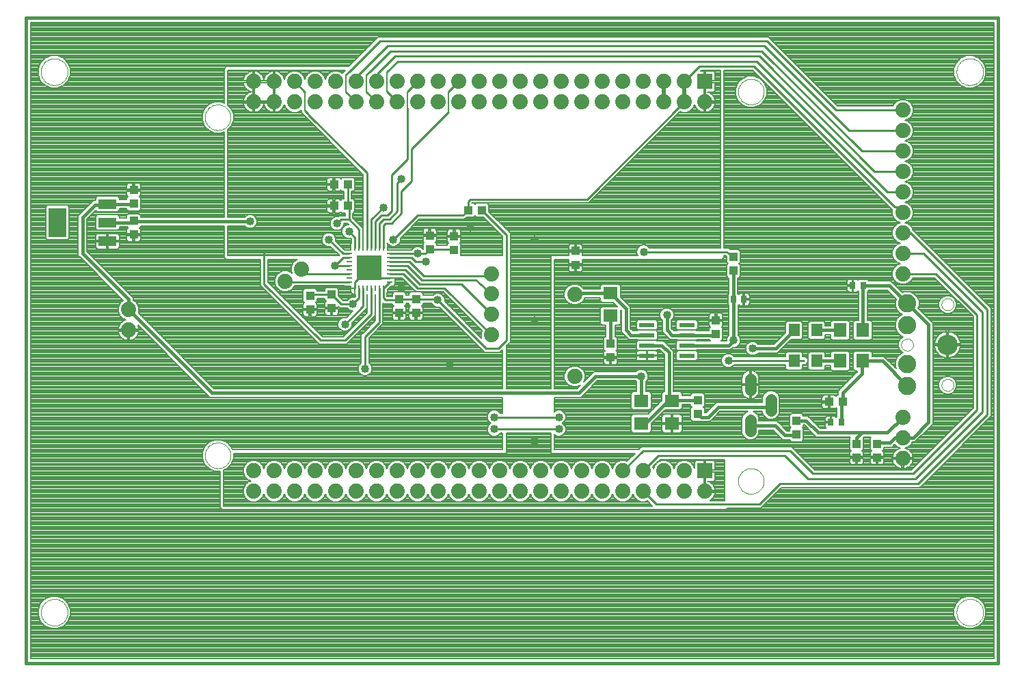
<source format=gtl>
G75*
%MOIN*%
%OFA0B0*%
%FSLAX24Y24*%
%IPPOS*%
%LPD*%
%AMOC8*
5,1,8,0,0,1.08239X$1,22.5*
%
%ADD10C,0.0160*%
%ADD11C,0.0000*%
%ADD12R,0.0740X0.0740*%
%ADD13C,0.0740*%
%ADD14R,0.0394X0.0433*%
%ADD15R,0.0709X0.0630*%
%ADD16R,0.0551X0.0630*%
%ADD17R,0.0630X0.0709*%
%ADD18R,0.0276X0.0354*%
%ADD19R,0.0433X0.0394*%
%ADD20R,0.0112X0.0315*%
%ADD21R,0.0315X0.0112*%
%ADD22R,0.1240X0.1240*%
%ADD23R,0.0780X0.0220*%
%ADD24R,0.0880X0.0480*%
%ADD25R,0.0866X0.1417*%
%ADD26C,0.0560*%
%ADD27C,0.1000*%
%ADD28C,0.0886*%
%ADD29C,0.0100*%
%ADD30C,0.0400*%
%ADD31C,0.0080*%
%ADD32C,0.0200*%
D10*
X000534Y000534D02*
X047935Y000534D01*
X047935Y032030D01*
X000534Y032030D01*
X000534Y000534D01*
X009595Y013723D02*
X005534Y017784D01*
X005534Y018284D01*
X003284Y020534D01*
X003284Y022284D01*
X003909Y022909D01*
X004469Y022909D01*
X004504Y022944D01*
X005778Y022944D01*
X005784Y022949D01*
X005784Y022118D02*
X005813Y022089D01*
X011459Y022089D01*
X005784Y022118D02*
X005699Y022034D01*
X004504Y022034D01*
X009595Y013723D02*
X027502Y013723D01*
X028313Y014534D01*
X030534Y014534D01*
X030534Y013335D01*
X030585Y012284D02*
X030534Y012233D01*
X030585Y012284D02*
X030784Y012284D01*
X031835Y013335D01*
X031886Y013335D01*
X031886Y015681D01*
X031534Y016034D01*
X030814Y016034D01*
X030814Y016534D02*
X030034Y016534D01*
X029784Y016784D01*
X029784Y017835D01*
X029034Y018585D01*
X027335Y018585D01*
X027284Y018534D01*
X029034Y017483D02*
X029034Y016118D01*
X031784Y016784D02*
X031784Y017534D01*
X031784Y016784D02*
X032034Y016534D01*
X032754Y016534D01*
X034114Y016534D01*
X034177Y016597D01*
X034784Y016034D02*
X035034Y016284D01*
X035034Y018278D01*
X035028Y018284D01*
X035028Y019772D01*
X035034Y019699D01*
X037983Y016784D02*
X037087Y015888D01*
X035967Y015888D01*
X034784Y016034D02*
X032754Y016034D01*
X033284Y013368D02*
X032067Y013368D01*
X032034Y013335D01*
X031886Y013335D01*
X033284Y012699D02*
X033449Y012534D01*
X033784Y012534D01*
X034284Y013034D01*
X036762Y013034D01*
X036860Y013132D01*
X037060Y012132D02*
X035860Y012132D01*
X037060Y012132D02*
X037534Y011659D01*
X038068Y011659D01*
X038109Y011699D01*
X038109Y012368D02*
X038574Y012368D01*
X039159Y011784D01*
X041284Y011784D01*
X041034Y011534D01*
X041034Y011243D01*
X041284Y011784D02*
X042534Y011784D01*
X043284Y012534D01*
X043784Y011534D02*
X044534Y012284D01*
X044534Y017049D01*
X043502Y018081D01*
X042621Y018962D01*
X041359Y018962D01*
X041335Y018937D01*
X041335Y016784D01*
X040233Y016784D02*
X039085Y016784D01*
X039085Y015284D02*
X040233Y015284D01*
X041284Y015233D02*
X041284Y014659D01*
X040368Y013743D01*
X040368Y013284D01*
X040290Y013205D01*
X040290Y012284D01*
X042034Y011243D02*
X042074Y011284D01*
X042659Y011284D01*
X042909Y011534D01*
X043284Y011534D01*
X043784Y011534D01*
X043502Y014065D02*
X042284Y015284D01*
X041335Y015284D01*
X041284Y015233D01*
D11*
X043207Y016073D02*
X043209Y016107D01*
X043215Y016141D01*
X043225Y016174D01*
X043238Y016205D01*
X043256Y016235D01*
X043276Y016263D01*
X043300Y016288D01*
X043326Y016310D01*
X043354Y016328D01*
X043385Y016344D01*
X043417Y016356D01*
X043451Y016364D01*
X043485Y016368D01*
X043519Y016368D01*
X043553Y016364D01*
X043587Y016356D01*
X043619Y016344D01*
X043649Y016328D01*
X043678Y016310D01*
X043704Y016288D01*
X043728Y016263D01*
X043748Y016235D01*
X043766Y016205D01*
X043779Y016174D01*
X043789Y016141D01*
X043795Y016107D01*
X043797Y016073D01*
X043795Y016039D01*
X043789Y016005D01*
X043779Y015972D01*
X043766Y015941D01*
X043748Y015911D01*
X043728Y015883D01*
X043704Y015858D01*
X043678Y015836D01*
X043650Y015818D01*
X043619Y015802D01*
X043587Y015790D01*
X043553Y015782D01*
X043519Y015778D01*
X043485Y015778D01*
X043451Y015782D01*
X043417Y015790D01*
X043385Y015802D01*
X043354Y015818D01*
X043326Y015836D01*
X043300Y015858D01*
X043276Y015883D01*
X043256Y015911D01*
X043238Y015941D01*
X043225Y015972D01*
X043215Y016005D01*
X043209Y016039D01*
X043207Y016073D01*
X045176Y014105D02*
X045178Y014139D01*
X045184Y014173D01*
X045194Y014206D01*
X045207Y014237D01*
X045225Y014267D01*
X045245Y014295D01*
X045269Y014320D01*
X045295Y014342D01*
X045323Y014360D01*
X045354Y014376D01*
X045386Y014388D01*
X045420Y014396D01*
X045454Y014400D01*
X045488Y014400D01*
X045522Y014396D01*
X045556Y014388D01*
X045588Y014376D01*
X045618Y014360D01*
X045647Y014342D01*
X045673Y014320D01*
X045697Y014295D01*
X045717Y014267D01*
X045735Y014237D01*
X045748Y014206D01*
X045758Y014173D01*
X045764Y014139D01*
X045766Y014105D01*
X045764Y014071D01*
X045758Y014037D01*
X045748Y014004D01*
X045735Y013973D01*
X045717Y013943D01*
X045697Y013915D01*
X045673Y013890D01*
X045647Y013868D01*
X045619Y013850D01*
X045588Y013834D01*
X045556Y013822D01*
X045522Y013814D01*
X045488Y013810D01*
X045454Y013810D01*
X045420Y013814D01*
X045386Y013822D01*
X045354Y013834D01*
X045323Y013850D01*
X045295Y013868D01*
X045269Y013890D01*
X045245Y013915D01*
X045225Y013943D01*
X045207Y013973D01*
X045194Y014004D01*
X045184Y014037D01*
X045178Y014071D01*
X045176Y014105D01*
X045176Y018042D02*
X045178Y018076D01*
X045184Y018110D01*
X045194Y018143D01*
X045207Y018174D01*
X045225Y018204D01*
X045245Y018232D01*
X045269Y018257D01*
X045295Y018279D01*
X045323Y018297D01*
X045354Y018313D01*
X045386Y018325D01*
X045420Y018333D01*
X045454Y018337D01*
X045488Y018337D01*
X045522Y018333D01*
X045556Y018325D01*
X045588Y018313D01*
X045618Y018297D01*
X045647Y018279D01*
X045673Y018257D01*
X045697Y018232D01*
X045717Y018204D01*
X045735Y018174D01*
X045748Y018143D01*
X045758Y018110D01*
X045764Y018076D01*
X045766Y018042D01*
X045764Y018008D01*
X045758Y017974D01*
X045748Y017941D01*
X045735Y017910D01*
X045717Y017880D01*
X045697Y017852D01*
X045673Y017827D01*
X045647Y017805D01*
X045619Y017787D01*
X045588Y017771D01*
X045556Y017759D01*
X045522Y017751D01*
X045488Y017747D01*
X045454Y017747D01*
X045420Y017751D01*
X045386Y017759D01*
X045354Y017771D01*
X045323Y017787D01*
X045295Y017805D01*
X045269Y017827D01*
X045245Y017852D01*
X045225Y017880D01*
X045207Y017910D01*
X045194Y017941D01*
X045184Y017974D01*
X045178Y018008D01*
X045176Y018042D01*
X035261Y009418D02*
X035263Y009468D01*
X035269Y009517D01*
X035279Y009566D01*
X035292Y009613D01*
X035310Y009660D01*
X035331Y009705D01*
X035355Y009748D01*
X035383Y009789D01*
X035414Y009828D01*
X035448Y009864D01*
X035485Y009898D01*
X035525Y009928D01*
X035566Y009955D01*
X035610Y009979D01*
X035655Y009999D01*
X035702Y010015D01*
X035750Y010028D01*
X035799Y010037D01*
X035849Y010042D01*
X035898Y010043D01*
X035948Y010040D01*
X035997Y010033D01*
X036046Y010022D01*
X036093Y010008D01*
X036139Y009989D01*
X036184Y009967D01*
X036227Y009942D01*
X036267Y009913D01*
X036305Y009881D01*
X036341Y009847D01*
X036374Y009809D01*
X036403Y009769D01*
X036429Y009727D01*
X036452Y009683D01*
X036471Y009637D01*
X036487Y009590D01*
X036499Y009541D01*
X036507Y009492D01*
X036511Y009443D01*
X036511Y009393D01*
X036507Y009344D01*
X036499Y009295D01*
X036487Y009246D01*
X036471Y009199D01*
X036452Y009153D01*
X036429Y009109D01*
X036403Y009067D01*
X036374Y009027D01*
X036341Y008989D01*
X036305Y008955D01*
X036267Y008923D01*
X036227Y008894D01*
X036184Y008869D01*
X036139Y008847D01*
X036093Y008828D01*
X036046Y008814D01*
X035997Y008803D01*
X035948Y008796D01*
X035898Y008793D01*
X035849Y008794D01*
X035799Y008799D01*
X035750Y008808D01*
X035702Y008821D01*
X035655Y008837D01*
X035610Y008857D01*
X035566Y008881D01*
X035525Y008908D01*
X035485Y008938D01*
X035448Y008972D01*
X035414Y009008D01*
X035383Y009047D01*
X035355Y009088D01*
X035331Y009131D01*
X035310Y009176D01*
X035292Y009223D01*
X035279Y009270D01*
X035269Y009319D01*
X035263Y009368D01*
X035261Y009418D01*
X045907Y003014D02*
X045909Y003064D01*
X045915Y003114D01*
X045925Y003164D01*
X045938Y003212D01*
X045955Y003260D01*
X045976Y003306D01*
X046000Y003350D01*
X046028Y003392D01*
X046059Y003432D01*
X046093Y003469D01*
X046130Y003504D01*
X046169Y003535D01*
X046210Y003564D01*
X046254Y003589D01*
X046300Y003611D01*
X046347Y003629D01*
X046395Y003643D01*
X046444Y003654D01*
X046494Y003661D01*
X046544Y003664D01*
X046595Y003663D01*
X046645Y003658D01*
X046695Y003649D01*
X046743Y003637D01*
X046791Y003620D01*
X046837Y003600D01*
X046882Y003577D01*
X046925Y003550D01*
X046965Y003520D01*
X047003Y003487D01*
X047038Y003451D01*
X047071Y003412D01*
X047100Y003371D01*
X047126Y003328D01*
X047149Y003283D01*
X047168Y003236D01*
X047183Y003188D01*
X047195Y003139D01*
X047203Y003089D01*
X047207Y003039D01*
X047207Y002989D01*
X047203Y002939D01*
X047195Y002889D01*
X047183Y002840D01*
X047168Y002792D01*
X047149Y002745D01*
X047126Y002700D01*
X047100Y002657D01*
X047071Y002616D01*
X047038Y002577D01*
X047003Y002541D01*
X046965Y002508D01*
X046925Y002478D01*
X046882Y002451D01*
X046837Y002428D01*
X046791Y002408D01*
X046743Y002391D01*
X046695Y002379D01*
X046645Y002370D01*
X046595Y002365D01*
X046544Y002364D01*
X046494Y002367D01*
X046444Y002374D01*
X046395Y002385D01*
X046347Y002399D01*
X046300Y002417D01*
X046254Y002439D01*
X046210Y002464D01*
X046169Y002493D01*
X046130Y002524D01*
X046093Y002559D01*
X046059Y002596D01*
X046028Y002636D01*
X046000Y002678D01*
X045976Y002722D01*
X045955Y002768D01*
X045938Y002816D01*
X045925Y002864D01*
X045915Y002914D01*
X045909Y002964D01*
X045907Y003014D01*
X009261Y010668D02*
X009263Y010718D01*
X009269Y010767D01*
X009279Y010816D01*
X009292Y010863D01*
X009310Y010910D01*
X009331Y010955D01*
X009355Y010998D01*
X009383Y011039D01*
X009414Y011078D01*
X009448Y011114D01*
X009485Y011148D01*
X009525Y011178D01*
X009566Y011205D01*
X009610Y011229D01*
X009655Y011249D01*
X009702Y011265D01*
X009750Y011278D01*
X009799Y011287D01*
X009849Y011292D01*
X009898Y011293D01*
X009948Y011290D01*
X009997Y011283D01*
X010046Y011272D01*
X010093Y011258D01*
X010139Y011239D01*
X010184Y011217D01*
X010227Y011192D01*
X010267Y011163D01*
X010305Y011131D01*
X010341Y011097D01*
X010374Y011059D01*
X010403Y011019D01*
X010429Y010977D01*
X010452Y010933D01*
X010471Y010887D01*
X010487Y010840D01*
X010499Y010791D01*
X010507Y010742D01*
X010511Y010693D01*
X010511Y010643D01*
X010507Y010594D01*
X010499Y010545D01*
X010487Y010496D01*
X010471Y010449D01*
X010452Y010403D01*
X010429Y010359D01*
X010403Y010317D01*
X010374Y010277D01*
X010341Y010239D01*
X010305Y010205D01*
X010267Y010173D01*
X010227Y010144D01*
X010184Y010119D01*
X010139Y010097D01*
X010093Y010078D01*
X010046Y010064D01*
X009997Y010053D01*
X009948Y010046D01*
X009898Y010043D01*
X009849Y010044D01*
X009799Y010049D01*
X009750Y010058D01*
X009702Y010071D01*
X009655Y010087D01*
X009610Y010107D01*
X009566Y010131D01*
X009525Y010158D01*
X009485Y010188D01*
X009448Y010222D01*
X009414Y010258D01*
X009383Y010297D01*
X009355Y010338D01*
X009331Y010381D01*
X009310Y010426D01*
X009292Y010473D01*
X009279Y010520D01*
X009269Y010569D01*
X009263Y010618D01*
X009261Y010668D01*
X001262Y003014D02*
X001264Y003064D01*
X001270Y003114D01*
X001280Y003164D01*
X001293Y003212D01*
X001310Y003260D01*
X001331Y003306D01*
X001355Y003350D01*
X001383Y003392D01*
X001414Y003432D01*
X001448Y003469D01*
X001485Y003504D01*
X001524Y003535D01*
X001565Y003564D01*
X001609Y003589D01*
X001655Y003611D01*
X001702Y003629D01*
X001750Y003643D01*
X001799Y003654D01*
X001849Y003661D01*
X001899Y003664D01*
X001950Y003663D01*
X002000Y003658D01*
X002050Y003649D01*
X002098Y003637D01*
X002146Y003620D01*
X002192Y003600D01*
X002237Y003577D01*
X002280Y003550D01*
X002320Y003520D01*
X002358Y003487D01*
X002393Y003451D01*
X002426Y003412D01*
X002455Y003371D01*
X002481Y003328D01*
X002504Y003283D01*
X002523Y003236D01*
X002538Y003188D01*
X002550Y003139D01*
X002558Y003089D01*
X002562Y003039D01*
X002562Y002989D01*
X002558Y002939D01*
X002550Y002889D01*
X002538Y002840D01*
X002523Y002792D01*
X002504Y002745D01*
X002481Y002700D01*
X002455Y002657D01*
X002426Y002616D01*
X002393Y002577D01*
X002358Y002541D01*
X002320Y002508D01*
X002280Y002478D01*
X002237Y002451D01*
X002192Y002428D01*
X002146Y002408D01*
X002098Y002391D01*
X002050Y002379D01*
X002000Y002370D01*
X001950Y002365D01*
X001899Y002364D01*
X001849Y002367D01*
X001799Y002374D01*
X001750Y002385D01*
X001702Y002399D01*
X001655Y002417D01*
X001609Y002439D01*
X001565Y002464D01*
X001524Y002493D01*
X001485Y002524D01*
X001448Y002559D01*
X001414Y002596D01*
X001383Y002636D01*
X001355Y002678D01*
X001331Y002722D01*
X001310Y002768D01*
X001293Y002816D01*
X001280Y002864D01*
X001270Y002914D01*
X001264Y002964D01*
X001262Y003014D01*
X009261Y027168D02*
X009263Y027218D01*
X009269Y027267D01*
X009279Y027316D01*
X009292Y027363D01*
X009310Y027410D01*
X009331Y027455D01*
X009355Y027498D01*
X009383Y027539D01*
X009414Y027578D01*
X009448Y027614D01*
X009485Y027648D01*
X009525Y027678D01*
X009566Y027705D01*
X009610Y027729D01*
X009655Y027749D01*
X009702Y027765D01*
X009750Y027778D01*
X009799Y027787D01*
X009849Y027792D01*
X009898Y027793D01*
X009948Y027790D01*
X009997Y027783D01*
X010046Y027772D01*
X010093Y027758D01*
X010139Y027739D01*
X010184Y027717D01*
X010227Y027692D01*
X010267Y027663D01*
X010305Y027631D01*
X010341Y027597D01*
X010374Y027559D01*
X010403Y027519D01*
X010429Y027477D01*
X010452Y027433D01*
X010471Y027387D01*
X010487Y027340D01*
X010499Y027291D01*
X010507Y027242D01*
X010511Y027193D01*
X010511Y027143D01*
X010507Y027094D01*
X010499Y027045D01*
X010487Y026996D01*
X010471Y026949D01*
X010452Y026903D01*
X010429Y026859D01*
X010403Y026817D01*
X010374Y026777D01*
X010341Y026739D01*
X010305Y026705D01*
X010267Y026673D01*
X010227Y026644D01*
X010184Y026619D01*
X010139Y026597D01*
X010093Y026578D01*
X010046Y026564D01*
X009997Y026553D01*
X009948Y026546D01*
X009898Y026543D01*
X009849Y026544D01*
X009799Y026549D01*
X009750Y026558D01*
X009702Y026571D01*
X009655Y026587D01*
X009610Y026607D01*
X009566Y026631D01*
X009525Y026658D01*
X009485Y026688D01*
X009448Y026722D01*
X009414Y026758D01*
X009383Y026797D01*
X009355Y026838D01*
X009331Y026881D01*
X009310Y026926D01*
X009292Y026973D01*
X009279Y027020D01*
X009269Y027069D01*
X009263Y027118D01*
X009261Y027168D01*
X001262Y029392D02*
X001264Y029442D01*
X001270Y029492D01*
X001280Y029542D01*
X001293Y029590D01*
X001310Y029638D01*
X001331Y029684D01*
X001355Y029728D01*
X001383Y029770D01*
X001414Y029810D01*
X001448Y029847D01*
X001485Y029882D01*
X001524Y029913D01*
X001565Y029942D01*
X001609Y029967D01*
X001655Y029989D01*
X001702Y030007D01*
X001750Y030021D01*
X001799Y030032D01*
X001849Y030039D01*
X001899Y030042D01*
X001950Y030041D01*
X002000Y030036D01*
X002050Y030027D01*
X002098Y030015D01*
X002146Y029998D01*
X002192Y029978D01*
X002237Y029955D01*
X002280Y029928D01*
X002320Y029898D01*
X002358Y029865D01*
X002393Y029829D01*
X002426Y029790D01*
X002455Y029749D01*
X002481Y029706D01*
X002504Y029661D01*
X002523Y029614D01*
X002538Y029566D01*
X002550Y029517D01*
X002558Y029467D01*
X002562Y029417D01*
X002562Y029367D01*
X002558Y029317D01*
X002550Y029267D01*
X002538Y029218D01*
X002523Y029170D01*
X002504Y029123D01*
X002481Y029078D01*
X002455Y029035D01*
X002426Y028994D01*
X002393Y028955D01*
X002358Y028919D01*
X002320Y028886D01*
X002280Y028856D01*
X002237Y028829D01*
X002192Y028806D01*
X002146Y028786D01*
X002098Y028769D01*
X002050Y028757D01*
X002000Y028748D01*
X001950Y028743D01*
X001899Y028742D01*
X001849Y028745D01*
X001799Y028752D01*
X001750Y028763D01*
X001702Y028777D01*
X001655Y028795D01*
X001609Y028817D01*
X001565Y028842D01*
X001524Y028871D01*
X001485Y028902D01*
X001448Y028937D01*
X001414Y028974D01*
X001383Y029014D01*
X001355Y029056D01*
X001331Y029100D01*
X001310Y029146D01*
X001293Y029194D01*
X001280Y029242D01*
X001270Y029292D01*
X001264Y029342D01*
X001262Y029392D01*
X035261Y028418D02*
X035263Y028468D01*
X035269Y028517D01*
X035279Y028566D01*
X035292Y028613D01*
X035310Y028660D01*
X035331Y028705D01*
X035355Y028748D01*
X035383Y028789D01*
X035414Y028828D01*
X035448Y028864D01*
X035485Y028898D01*
X035525Y028928D01*
X035566Y028955D01*
X035610Y028979D01*
X035655Y028999D01*
X035702Y029015D01*
X035750Y029028D01*
X035799Y029037D01*
X035849Y029042D01*
X035898Y029043D01*
X035948Y029040D01*
X035997Y029033D01*
X036046Y029022D01*
X036093Y029008D01*
X036139Y028989D01*
X036184Y028967D01*
X036227Y028942D01*
X036267Y028913D01*
X036305Y028881D01*
X036341Y028847D01*
X036374Y028809D01*
X036403Y028769D01*
X036429Y028727D01*
X036452Y028683D01*
X036471Y028637D01*
X036487Y028590D01*
X036499Y028541D01*
X036507Y028492D01*
X036511Y028443D01*
X036511Y028393D01*
X036507Y028344D01*
X036499Y028295D01*
X036487Y028246D01*
X036471Y028199D01*
X036452Y028153D01*
X036429Y028109D01*
X036403Y028067D01*
X036374Y028027D01*
X036341Y027989D01*
X036305Y027955D01*
X036267Y027923D01*
X036227Y027894D01*
X036184Y027869D01*
X036139Y027847D01*
X036093Y027828D01*
X036046Y027814D01*
X035997Y027803D01*
X035948Y027796D01*
X035898Y027793D01*
X035849Y027794D01*
X035799Y027799D01*
X035750Y027808D01*
X035702Y027821D01*
X035655Y027837D01*
X035610Y027857D01*
X035566Y027881D01*
X035525Y027908D01*
X035485Y027938D01*
X035448Y027972D01*
X035414Y028008D01*
X035383Y028047D01*
X035355Y028088D01*
X035331Y028131D01*
X035310Y028176D01*
X035292Y028223D01*
X035279Y028270D01*
X035269Y028319D01*
X035263Y028368D01*
X035261Y028418D01*
X045907Y029392D02*
X045909Y029442D01*
X045915Y029492D01*
X045925Y029542D01*
X045938Y029590D01*
X045955Y029638D01*
X045976Y029684D01*
X046000Y029728D01*
X046028Y029770D01*
X046059Y029810D01*
X046093Y029847D01*
X046130Y029882D01*
X046169Y029913D01*
X046210Y029942D01*
X046254Y029967D01*
X046300Y029989D01*
X046347Y030007D01*
X046395Y030021D01*
X046444Y030032D01*
X046494Y030039D01*
X046544Y030042D01*
X046595Y030041D01*
X046645Y030036D01*
X046695Y030027D01*
X046743Y030015D01*
X046791Y029998D01*
X046837Y029978D01*
X046882Y029955D01*
X046925Y029928D01*
X046965Y029898D01*
X047003Y029865D01*
X047038Y029829D01*
X047071Y029790D01*
X047100Y029749D01*
X047126Y029706D01*
X047149Y029661D01*
X047168Y029614D01*
X047183Y029566D01*
X047195Y029517D01*
X047203Y029467D01*
X047207Y029417D01*
X047207Y029367D01*
X047203Y029317D01*
X047195Y029267D01*
X047183Y029218D01*
X047168Y029170D01*
X047149Y029123D01*
X047126Y029078D01*
X047100Y029035D01*
X047071Y028994D01*
X047038Y028955D01*
X047003Y028919D01*
X046965Y028886D01*
X046925Y028856D01*
X046882Y028829D01*
X046837Y028806D01*
X046791Y028786D01*
X046743Y028769D01*
X046695Y028757D01*
X046645Y028748D01*
X046595Y028743D01*
X046544Y028742D01*
X046494Y028745D01*
X046444Y028752D01*
X046395Y028763D01*
X046347Y028777D01*
X046300Y028795D01*
X046254Y028817D01*
X046210Y028842D01*
X046169Y028871D01*
X046130Y028902D01*
X046093Y028937D01*
X046059Y028974D01*
X046028Y029014D01*
X046000Y029056D01*
X045976Y029100D01*
X045955Y029146D01*
X045938Y029194D01*
X045925Y029242D01*
X045915Y029292D01*
X045909Y029342D01*
X045907Y029392D01*
D12*
X033636Y028918D03*
X033636Y009918D03*
D13*
X032636Y009918D03*
X031636Y009918D03*
X030636Y009918D03*
X029636Y009918D03*
X028636Y009918D03*
X027636Y009918D03*
X026636Y009918D03*
X025636Y009918D03*
X024636Y009918D03*
X023636Y009918D03*
X022636Y009918D03*
X021636Y009918D03*
X020636Y009918D03*
X019636Y009918D03*
X018636Y009918D03*
X017636Y009918D03*
X016636Y009918D03*
X015636Y009918D03*
X014636Y009918D03*
X013636Y009918D03*
X012636Y009918D03*
X011636Y009918D03*
X011636Y008918D03*
X012636Y008918D03*
X013636Y008918D03*
X014636Y008918D03*
X015636Y008918D03*
X016636Y008918D03*
X017636Y008918D03*
X018636Y008918D03*
X019636Y008918D03*
X020636Y008918D03*
X021636Y008918D03*
X022636Y008918D03*
X023636Y008918D03*
X024636Y008918D03*
X025636Y008918D03*
X026636Y008918D03*
X027636Y008918D03*
X028636Y008918D03*
X029636Y008918D03*
X030636Y008918D03*
X031636Y008918D03*
X032636Y008918D03*
X033636Y008918D03*
X027284Y014534D03*
X023229Y016549D03*
X023229Y017565D03*
X023229Y018565D03*
X023229Y019518D03*
X027284Y018534D03*
X013975Y019768D03*
X013171Y019177D03*
X005534Y017784D03*
X005534Y016784D03*
X011636Y027918D03*
X011636Y028918D03*
X012636Y028918D03*
X013636Y028918D03*
X014636Y028918D03*
X015636Y028918D03*
X016636Y028918D03*
X017636Y028918D03*
X018636Y028918D03*
X019636Y028918D03*
X020636Y028918D03*
X021636Y028918D03*
X022636Y028918D03*
X023636Y028918D03*
X024636Y028918D03*
X025636Y028918D03*
X026636Y028918D03*
X027636Y028918D03*
X028636Y028918D03*
X029636Y028918D03*
X030636Y028918D03*
X031636Y028918D03*
X032636Y028918D03*
X032636Y027918D03*
X031636Y027918D03*
X030636Y027918D03*
X029636Y027918D03*
X028636Y027918D03*
X027636Y027918D03*
X026636Y027918D03*
X025636Y027918D03*
X024636Y027918D03*
X023636Y027918D03*
X022636Y027918D03*
X021636Y027918D03*
X020636Y027918D03*
X019636Y027918D03*
X018636Y027918D03*
X017636Y027918D03*
X016636Y027918D03*
X015636Y027918D03*
X014636Y027918D03*
X013636Y027918D03*
X012636Y027918D03*
X033636Y027918D03*
X043284Y027534D03*
X043284Y026534D03*
X043284Y025534D03*
X043284Y024534D03*
X043284Y023534D03*
X043284Y022534D03*
X043284Y021534D03*
X043284Y020534D03*
X043284Y019534D03*
X043284Y012534D03*
X043284Y011534D03*
X043284Y010534D03*
D14*
X042034Y010574D03*
X042034Y011243D03*
X041034Y011243D03*
X041034Y010574D03*
X038109Y011699D03*
X038109Y012368D03*
X033284Y012699D03*
X033284Y013368D03*
X034177Y016597D03*
X034177Y017266D03*
X035034Y019699D03*
X035034Y020368D03*
X029034Y016118D03*
X029034Y015449D03*
X027327Y019978D03*
X027327Y020647D03*
X021410Y020697D03*
X021410Y021366D03*
X020221Y021408D03*
X020221Y020738D03*
X019549Y018292D03*
X019549Y017622D03*
X018725Y017622D03*
X018725Y018292D03*
X015435Y018522D03*
X015435Y017853D03*
X014382Y017799D03*
X014382Y018469D03*
X005784Y021449D03*
X005784Y022118D03*
X005784Y022949D03*
X005784Y023618D03*
D15*
X029034Y018585D03*
X029034Y017483D03*
X030534Y013335D03*
X030534Y012233D03*
X032034Y012233D03*
X032034Y013335D03*
D16*
X037983Y015284D03*
X039085Y015284D03*
X039085Y016784D03*
X037983Y016784D03*
D17*
X040233Y016784D03*
X041335Y016784D03*
X041335Y015284D03*
X040233Y015284D03*
D18*
X040290Y012284D03*
X039778Y012284D03*
X035540Y018284D03*
X035028Y018284D03*
X040848Y018962D03*
X041359Y018962D03*
D19*
X040368Y013284D03*
X039699Y013284D03*
X022756Y022644D03*
X022087Y022644D03*
X016223Y022847D03*
X015553Y022847D03*
X015553Y023900D03*
X016223Y023900D03*
D20*
X016577Y020809D03*
X016774Y020809D03*
X016971Y020809D03*
X017168Y020809D03*
X017364Y020809D03*
X017561Y020809D03*
X017758Y020809D03*
X017955Y020809D03*
X017955Y018841D03*
X017758Y018841D03*
X017561Y018841D03*
X017364Y018841D03*
X017168Y018841D03*
X016971Y018841D03*
X016774Y018841D03*
X016577Y018841D03*
D21*
X016282Y019136D03*
X016282Y019333D03*
X016282Y019530D03*
X016282Y019727D03*
X016282Y019923D03*
X016282Y020120D03*
X016282Y020317D03*
X016282Y020514D03*
X018250Y020514D03*
X018250Y020317D03*
X018250Y020120D03*
X018250Y019923D03*
X018250Y019727D03*
X018250Y019530D03*
X018250Y019333D03*
X018250Y019136D03*
D22*
X017266Y019825D03*
D23*
X030814Y017034D03*
X030814Y016534D03*
X030814Y016034D03*
X030814Y015534D03*
X032754Y015534D03*
X032754Y016034D03*
X032754Y016534D03*
X032754Y017034D03*
D24*
X004504Y021124D03*
X004504Y022034D03*
X004504Y022944D03*
D25*
X002064Y022034D03*
D26*
X035860Y014412D02*
X035860Y013852D01*
X036860Y013412D02*
X036860Y012852D01*
X035860Y012412D02*
X035860Y011852D01*
D27*
X045471Y016073D03*
D28*
X043502Y015128D03*
X043502Y014065D03*
X043502Y017018D03*
X043502Y018081D03*
D29*
X043284Y019534D02*
X044909Y019534D01*
X046909Y017534D01*
X046909Y012909D01*
X043784Y009784D01*
X038909Y009784D01*
X037784Y010909D01*
X030627Y010909D01*
X029636Y009918D01*
X030636Y009918D02*
X031377Y010659D01*
X037534Y010659D01*
X038659Y009534D01*
X043909Y009534D01*
X047159Y012784D01*
X047159Y017659D01*
X044284Y020534D01*
X043284Y020534D01*
X043284Y021534D02*
X043659Y021534D01*
X047409Y017784D01*
X047409Y012659D01*
X044034Y009284D01*
X037284Y009284D01*
X036284Y008284D01*
X031270Y008284D01*
X030636Y008918D01*
X026518Y011951D02*
X023368Y011951D01*
X023368Y012542D02*
X026518Y012542D01*
X023565Y015888D02*
X022975Y015888D01*
X020612Y018250D01*
X020571Y018292D01*
X019549Y018292D01*
X018803Y018292D01*
X018725Y018292D01*
X018687Y018250D01*
X018053Y018250D01*
X017955Y018349D01*
X017955Y018841D01*
X018250Y019136D01*
X018250Y019333D02*
X017758Y019333D01*
X017266Y019825D01*
X016577Y019136D01*
X016577Y018841D01*
X016774Y018841D02*
X016774Y018349D01*
X016479Y018053D01*
X015904Y018053D01*
X015435Y018522D01*
X014514Y018522D01*
X014382Y018469D01*
X013213Y019136D02*
X013171Y019177D01*
X013213Y019136D02*
X016282Y019136D01*
X016282Y019530D02*
X014213Y019530D01*
X013975Y019768D01*
X012148Y019038D02*
X012148Y020612D01*
X012148Y019038D02*
X014904Y016282D01*
X016085Y016282D01*
X017364Y017561D01*
X017364Y018841D01*
X017364Y018152D01*
X016971Y017955D02*
X016085Y017069D01*
X017069Y016479D02*
X017069Y014904D01*
X017069Y016479D02*
X017758Y017168D01*
X017758Y018841D01*
X016971Y018841D02*
X016971Y017955D01*
X018583Y018213D02*
X018725Y018292D01*
X019549Y018292D02*
X019591Y018250D01*
X019628Y018841D02*
X020937Y018841D01*
X023229Y016549D01*
X023565Y015888D02*
X023959Y016282D01*
X023959Y021441D01*
X022756Y022644D01*
X022087Y022644D02*
X022087Y023071D01*
X022187Y023171D01*
X027890Y023171D01*
X032636Y027918D01*
X032636Y028918D02*
X033377Y029659D01*
X036034Y029659D01*
X042909Y022784D01*
X043034Y022784D01*
X043284Y022534D01*
X043284Y023534D02*
X042534Y023534D01*
X036159Y029909D01*
X018659Y029909D01*
X018134Y029384D01*
X017659Y029284D02*
X017659Y028940D01*
X017636Y028918D01*
X017659Y029284D02*
X018534Y030159D01*
X036284Y030159D01*
X041909Y024534D01*
X043284Y024534D01*
X043284Y025534D02*
X041284Y025534D01*
X036409Y030409D01*
X018284Y030409D01*
X017284Y029409D01*
X017284Y029404D01*
X017144Y029264D01*
X016659Y029159D02*
X016659Y028940D01*
X016636Y028918D01*
X016659Y029159D02*
X018159Y030659D01*
X036534Y030659D01*
X040659Y026534D01*
X043284Y026534D01*
X043284Y027534D02*
X040034Y027534D01*
X036659Y030909D01*
X017784Y030909D01*
X016284Y029409D01*
X016284Y029404D01*
X016144Y029264D01*
X016144Y028410D02*
X016636Y027918D01*
X017144Y028410D02*
X017636Y027918D01*
X018134Y028420D02*
X018636Y027918D01*
X019136Y027630D02*
X019136Y025140D01*
X018349Y024353D01*
X018349Y022581D01*
X018152Y022384D01*
X017857Y022384D01*
X017561Y022089D01*
X017561Y020809D01*
X017364Y020809D02*
X017364Y022187D01*
X017955Y022778D01*
X017955Y022187D02*
X018250Y022187D01*
X018644Y022581D01*
X018644Y023959D01*
X018841Y024156D01*
X019333Y024057D02*
X019333Y025632D01*
X021105Y027404D01*
X021105Y027408D01*
X021136Y027439D01*
X021136Y028418D02*
X021636Y028918D01*
X019636Y028918D02*
X019136Y028418D01*
X019136Y028384D01*
X017168Y024451D02*
X014313Y027305D01*
X014313Y027317D01*
X014144Y027486D01*
X014144Y028410D02*
X013636Y028918D01*
X017168Y024451D02*
X017168Y020809D01*
X016774Y020809D02*
X016774Y021695D01*
X016282Y022187D01*
X015888Y022187D01*
X015691Y021990D01*
X016282Y022187D02*
X016282Y022788D01*
X016223Y022847D01*
X016223Y023821D01*
X016223Y022847D02*
X016183Y022807D01*
X017758Y021990D02*
X017955Y022187D01*
X018053Y021990D02*
X018349Y021990D01*
X018841Y022483D01*
X018841Y023565D01*
X019333Y024057D01*
X019628Y022384D02*
X021827Y022384D01*
X022087Y022644D01*
X019628Y022384D02*
X018447Y021203D01*
X017955Y020809D02*
X017955Y021892D01*
X018053Y021990D01*
X017758Y021990D02*
X017758Y020809D01*
X018250Y020514D02*
X019628Y020514D01*
X019996Y020514D01*
X020221Y020738D01*
X021372Y020738D01*
X021410Y020697D01*
X020022Y020120D02*
X019530Y020120D01*
X019333Y020317D01*
X018250Y020317D01*
X018250Y020120D02*
X019234Y020120D01*
X019923Y019431D01*
X023217Y019431D01*
X023229Y019518D01*
X022461Y019234D02*
X023229Y018565D01*
X022461Y019234D02*
X019825Y019234D01*
X019136Y019923D01*
X018250Y019923D01*
X018250Y019727D02*
X019038Y019727D01*
X019727Y019038D01*
X021756Y019038D01*
X023229Y017565D01*
X019628Y018841D02*
X018939Y019530D01*
X018250Y019530D01*
X016282Y019923D02*
X015601Y019923D01*
X015994Y020317D01*
X016282Y020317D01*
X016282Y020514D02*
X015986Y020514D01*
X015297Y021203D01*
X016282Y021597D02*
X016577Y021301D01*
X016577Y020809D01*
X030652Y020612D02*
X034711Y020612D01*
X035034Y020368D01*
X034786Y015297D02*
X038469Y015297D01*
X037983Y015284D01*
D30*
X035967Y015888D03*
X035034Y016284D03*
X034786Y015297D03*
X031784Y017534D03*
X030534Y014534D03*
X026518Y012542D03*
X026518Y011951D03*
X025337Y011360D03*
X023368Y011951D03*
X023368Y012542D03*
X021203Y015101D03*
X017069Y014904D03*
X016085Y017069D03*
X016479Y018053D03*
X018841Y018841D03*
X020022Y020120D03*
X019628Y020514D03*
X018447Y021203D03*
X017955Y022778D03*
X016282Y021597D03*
X015691Y021990D03*
X015297Y021203D03*
X015601Y019923D03*
X011459Y022089D03*
X018841Y024156D03*
X022187Y021794D03*
X025337Y021203D03*
X020612Y018250D03*
X025337Y017266D03*
X030652Y020612D03*
D31*
X030342Y020473D02*
X027664Y020473D01*
X027664Y020416D02*
X027664Y020607D01*
X027367Y020607D01*
X027367Y020687D01*
X027287Y020687D01*
X027287Y021003D01*
X027112Y021003D01*
X027076Y020994D01*
X027044Y020975D01*
X027018Y020949D01*
X027000Y020917D01*
X026990Y020882D01*
X026990Y020687D01*
X027287Y020687D01*
X027287Y020607D01*
X026990Y020607D01*
X026990Y020416D01*
X026124Y020416D01*
X026124Y013943D01*
X023959Y013943D01*
X023959Y016013D01*
X024038Y016092D01*
X024149Y016203D01*
X024149Y021520D01*
X023113Y022556D01*
X023113Y022899D01*
X023031Y022981D01*
X022482Y022981D01*
X022421Y022921D01*
X022361Y022981D01*
X022277Y022981D01*
X022277Y022981D01*
X027969Y022981D01*
X032436Y027449D01*
X032535Y027408D01*
X032738Y027408D01*
X032925Y027485D01*
X033068Y027629D01*
X033139Y027798D01*
X033163Y027722D01*
X033200Y027650D01*
X033247Y027585D01*
X033304Y027529D01*
X033369Y027481D01*
X033440Y027445D01*
X033517Y027420D01*
X033596Y027408D01*
X033596Y027878D01*
X033676Y027878D01*
X033676Y027958D01*
X033596Y027958D01*
X033596Y028428D01*
X033596Y028878D01*
X033676Y028878D01*
X033676Y028958D01*
X033596Y028958D01*
X033596Y029428D01*
X033415Y029428D01*
X033456Y029469D01*
X034392Y029469D01*
X034392Y020802D01*
X030941Y020802D01*
X030940Y020805D01*
X030844Y020901D01*
X030719Y020952D01*
X030584Y020952D01*
X030459Y020901D01*
X030364Y020805D01*
X030312Y020680D01*
X030312Y020545D01*
X030364Y020420D01*
X030368Y020416D01*
X027664Y020416D01*
X027664Y020551D02*
X030312Y020551D01*
X030312Y020630D02*
X027367Y020630D01*
X027367Y020687D02*
X027664Y020687D01*
X027664Y020882D01*
X027654Y020917D01*
X027636Y020949D01*
X027610Y020975D01*
X027578Y020994D01*
X027542Y021003D01*
X027367Y021003D01*
X027367Y020687D01*
X027367Y020708D02*
X027287Y020708D01*
X027287Y020630D02*
X024149Y020630D01*
X024149Y020708D02*
X026990Y020708D01*
X026990Y020787D02*
X024149Y020787D01*
X024149Y020865D02*
X026990Y020865D01*
X027015Y020944D02*
X024149Y020944D01*
X024149Y021022D02*
X034392Y021022D01*
X034392Y020944D02*
X030740Y020944D01*
X030880Y020865D02*
X034392Y020865D01*
X034572Y020865D02*
X042894Y020865D01*
X042851Y020823D02*
X042995Y020966D01*
X043158Y021034D01*
X042995Y021101D01*
X042851Y021245D01*
X042774Y021432D01*
X042774Y021635D01*
X042851Y021823D01*
X042995Y021966D01*
X043158Y022034D01*
X042995Y022101D01*
X042851Y022245D01*
X042774Y022432D01*
X042774Y022635D01*
X042778Y022646D01*
X035955Y029469D01*
X034572Y029469D01*
X034572Y020802D01*
X034698Y020802D01*
X034763Y020811D01*
X034775Y020802D01*
X034790Y020802D01*
X034836Y020756D01*
X034877Y020725D01*
X035289Y020725D01*
X035371Y020643D01*
X035371Y020094D01*
X035310Y020034D01*
X035371Y019974D01*
X035371Y019425D01*
X035289Y019343D01*
X035248Y019343D01*
X035248Y018577D01*
X035285Y018539D01*
X035290Y018547D01*
X035316Y018573D01*
X035348Y018591D01*
X035383Y018601D01*
X035511Y018601D01*
X035511Y018313D01*
X035569Y018313D01*
X035817Y018313D01*
X035817Y018479D01*
X035808Y018515D01*
X035789Y018547D01*
X035763Y018573D01*
X035731Y018591D01*
X035696Y018601D01*
X035569Y018601D01*
X035569Y018313D01*
X035569Y018255D01*
X035817Y018255D01*
X035817Y018088D01*
X035808Y018052D01*
X035789Y018021D01*
X035763Y017995D01*
X035731Y017976D01*
X035696Y017967D01*
X035569Y017967D01*
X035569Y018255D01*
X035511Y018255D01*
X035511Y017967D01*
X035383Y017967D01*
X035348Y017976D01*
X035316Y017995D01*
X035290Y018021D01*
X035285Y018028D01*
X035254Y017997D01*
X035254Y016545D01*
X035322Y016476D01*
X035374Y016351D01*
X035374Y016216D01*
X035322Y016091D01*
X035226Y015995D01*
X035101Y015944D01*
X035005Y015944D01*
X034875Y015814D01*
X033232Y015814D01*
X033202Y015784D01*
X032306Y015784D01*
X033202Y015784D01*
X033284Y015702D01*
X033284Y015366D01*
X033202Y015284D01*
X032306Y015284D01*
X032224Y015366D01*
X032224Y015702D01*
X032306Y015784D01*
X032224Y015866D01*
X032224Y016202D01*
X032306Y016284D01*
X033202Y016284D01*
X032306Y016284D01*
X032276Y016314D01*
X031943Y016314D01*
X031693Y016564D01*
X031564Y016693D01*
X031564Y017273D01*
X031495Y017341D01*
X031444Y017466D01*
X031444Y017601D01*
X031495Y017726D01*
X031591Y017822D01*
X031716Y017874D01*
X031851Y017874D01*
X031976Y017822D01*
X032072Y017726D01*
X032124Y017601D01*
X032124Y017466D01*
X032072Y017341D01*
X032004Y017273D01*
X032004Y016875D01*
X032125Y016754D01*
X032276Y016754D01*
X032306Y016784D01*
X033202Y016784D01*
X033284Y016866D01*
X033284Y017202D01*
X033202Y017284D01*
X032306Y017284D01*
X032224Y017202D01*
X032224Y016866D01*
X032306Y016784D01*
X033202Y016784D01*
X033232Y016754D01*
X033841Y016754D01*
X033841Y016871D01*
X033902Y016933D01*
X033895Y016937D01*
X033869Y016963D01*
X033850Y016995D01*
X033841Y017031D01*
X033841Y017226D01*
X034137Y017226D01*
X034137Y017306D01*
X033841Y017306D01*
X033841Y017501D01*
X033850Y017537D01*
X033869Y017568D01*
X033868Y017568D02*
X032124Y017568D01*
X032124Y017490D02*
X033841Y017490D01*
X033841Y017411D02*
X032101Y017411D01*
X032064Y017333D02*
X033841Y017333D01*
X033841Y017176D02*
X033284Y017176D01*
X033284Y017097D02*
X033841Y017097D01*
X033844Y017019D02*
X033284Y017019D01*
X033284Y016940D02*
X033892Y016940D01*
X033841Y016862D02*
X033280Y016862D01*
X033202Y016783D02*
X033841Y016783D01*
X033849Y016314D02*
X033232Y016314D01*
X033202Y016284D01*
X033232Y016254D01*
X033909Y016254D01*
X033849Y016314D01*
X033850Y016312D02*
X033230Y016312D01*
X033223Y015763D02*
X035651Y015763D01*
X035627Y015820D02*
X035679Y015695D01*
X035774Y015600D01*
X035899Y015548D01*
X036034Y015548D01*
X036159Y015600D01*
X036228Y015668D01*
X037178Y015668D01*
X037839Y016329D01*
X038316Y016329D01*
X038398Y016411D01*
X038398Y017157D01*
X038316Y017239D01*
X037649Y017239D01*
X037567Y017157D01*
X037567Y016679D01*
X036996Y016108D01*
X036228Y016108D01*
X036159Y016176D01*
X036034Y016228D01*
X035899Y016228D01*
X035774Y016176D01*
X035679Y016081D01*
X035627Y015956D01*
X035627Y015820D01*
X035627Y015841D02*
X034902Y015841D01*
X034981Y015920D02*
X035627Y015920D01*
X035644Y015998D02*
X035229Y015998D01*
X035308Y016077D02*
X035677Y016077D01*
X035753Y016155D02*
X035349Y016155D01*
X035374Y016234D02*
X037121Y016234D01*
X037043Y016155D02*
X036180Y016155D01*
X035690Y015684D02*
X033284Y015684D01*
X033284Y015606D02*
X034641Y015606D01*
X034593Y015586D02*
X034497Y015490D01*
X034446Y015365D01*
X034446Y015230D01*
X034497Y015105D01*
X034593Y015009D01*
X034718Y014957D01*
X034853Y014957D01*
X034978Y015009D01*
X035074Y015105D01*
X035075Y015107D01*
X037567Y015107D01*
X037567Y014911D01*
X037649Y014829D01*
X038316Y014829D01*
X038398Y014911D01*
X038398Y015105D01*
X038471Y015107D01*
X038547Y015107D01*
X038550Y015110D01*
X038553Y015110D01*
X038605Y015165D01*
X038659Y015219D01*
X038659Y015222D01*
X038661Y015224D01*
X038659Y015300D01*
X038659Y015376D01*
X038657Y015378D01*
X038656Y015382D01*
X038601Y015434D01*
X038547Y015487D01*
X038544Y015487D01*
X038542Y015490D01*
X038466Y015487D01*
X038398Y015487D01*
X038398Y015657D01*
X038316Y015739D01*
X037649Y015739D01*
X037567Y015657D01*
X037567Y015487D01*
X035075Y015487D01*
X035074Y015490D01*
X034978Y015586D01*
X034853Y015637D01*
X034718Y015637D01*
X034593Y015586D01*
X034535Y015527D02*
X033284Y015527D01*
X033284Y015449D02*
X034480Y015449D01*
X034448Y015370D02*
X033284Y015370D01*
X033210Y015292D02*
X034446Y015292D01*
X034453Y015213D02*
X032106Y015213D01*
X032106Y015135D02*
X034485Y015135D01*
X034546Y015056D02*
X032106Y015056D01*
X032106Y014978D02*
X034669Y014978D01*
X034902Y014978D02*
X037567Y014978D01*
X037567Y015056D02*
X035025Y015056D01*
X035037Y015527D02*
X037567Y015527D01*
X037567Y015606D02*
X036165Y015606D01*
X035768Y015606D02*
X034930Y015606D01*
X034693Y016254D02*
X034446Y016254D01*
X034514Y016322D01*
X034514Y016871D01*
X034453Y016933D01*
X034460Y016937D01*
X034486Y016963D01*
X034505Y016995D01*
X034514Y017031D01*
X034514Y017226D01*
X034217Y017226D01*
X034217Y017306D01*
X034137Y017306D01*
X034137Y017623D01*
X033962Y017623D01*
X033927Y017613D01*
X033895Y017595D01*
X033869Y017568D01*
X034137Y017568D02*
X034217Y017568D01*
X034217Y017623D02*
X034217Y017306D01*
X034514Y017306D01*
X034514Y017501D01*
X034505Y017537D01*
X034486Y017568D01*
X034814Y017568D01*
X034814Y017490D02*
X034514Y017490D01*
X034514Y017411D02*
X034814Y017411D01*
X034814Y017333D02*
X034514Y017333D01*
X034514Y017176D02*
X034814Y017176D01*
X034814Y017254D02*
X034217Y017254D01*
X034217Y017333D02*
X034137Y017333D01*
X034137Y017411D02*
X034217Y017411D01*
X034217Y017490D02*
X034137Y017490D01*
X034217Y017623D02*
X034393Y017623D01*
X034428Y017613D01*
X034460Y017595D01*
X034486Y017568D01*
X034814Y017647D02*
X032105Y017647D01*
X032072Y017725D02*
X034814Y017725D01*
X034814Y017804D02*
X031994Y017804D01*
X031573Y017804D02*
X030004Y017804D01*
X030004Y017882D02*
X034814Y017882D01*
X034814Y017961D02*
X029969Y017961D01*
X030004Y017926D02*
X029528Y018402D01*
X029528Y018958D01*
X029446Y019040D01*
X028621Y019040D01*
X028539Y018958D01*
X028539Y018805D01*
X027723Y018805D01*
X027716Y018823D01*
X027573Y018966D01*
X027385Y019044D01*
X027182Y019044D01*
X026995Y018966D01*
X026851Y018823D01*
X026774Y018635D01*
X026774Y018432D01*
X026304Y018432D01*
X026304Y018510D02*
X026774Y018510D01*
X026774Y018432D02*
X026851Y018245D01*
X026995Y018101D01*
X027182Y018024D01*
X027385Y018024D01*
X027573Y018101D01*
X027716Y018245D01*
X027766Y018365D01*
X028539Y018365D01*
X028539Y018212D01*
X028621Y018130D01*
X029178Y018130D01*
X029370Y017937D01*
X028621Y017937D01*
X028539Y017855D01*
X028539Y017110D01*
X028621Y017028D01*
X028814Y017028D01*
X028814Y016475D01*
X028779Y016475D01*
X028697Y016393D01*
X028697Y015844D01*
X028759Y015782D01*
X028751Y015778D01*
X028725Y015752D01*
X028706Y015720D01*
X028697Y015684D01*
X028697Y015489D01*
X028994Y015489D01*
X028994Y015409D01*
X029074Y015409D01*
X029074Y015489D01*
X029371Y015489D01*
X029371Y015684D01*
X029361Y015720D01*
X029343Y015752D01*
X029317Y015778D01*
X029309Y015782D01*
X029371Y015844D01*
X029371Y016393D01*
X029289Y016475D01*
X029254Y016475D01*
X029254Y017028D01*
X029446Y017028D01*
X029528Y017110D01*
X029528Y017779D01*
X029564Y017744D01*
X029564Y016693D01*
X029693Y016564D01*
X029943Y016314D01*
X030336Y016314D01*
X030366Y016284D01*
X031262Y016284D01*
X031344Y016366D01*
X031344Y016702D01*
X031262Y016784D01*
X031344Y016866D01*
X031344Y017202D01*
X031262Y017284D01*
X030366Y017284D01*
X030284Y017202D01*
X030284Y016866D01*
X030366Y016784D01*
X031262Y016784D01*
X030366Y016784D01*
X030336Y016754D01*
X030125Y016754D01*
X030004Y016875D01*
X030004Y017926D01*
X029890Y018039D02*
X034759Y018039D01*
X034750Y018049D02*
X034814Y017985D01*
X034814Y016545D01*
X034745Y016476D01*
X034694Y016351D01*
X034694Y016255D01*
X034693Y016254D01*
X034694Y016312D02*
X034504Y016312D01*
X034514Y016391D02*
X034710Y016391D01*
X034743Y016469D02*
X034514Y016469D01*
X034514Y016548D02*
X034814Y016548D01*
X034814Y016626D02*
X034514Y016626D01*
X034514Y016705D02*
X034814Y016705D01*
X034814Y016783D02*
X034514Y016783D01*
X034514Y016862D02*
X034814Y016862D01*
X034814Y016940D02*
X034463Y016940D01*
X034511Y017019D02*
X034814Y017019D01*
X034814Y017097D02*
X034514Y017097D01*
X034137Y017254D02*
X033231Y017254D01*
X032276Y017254D02*
X032004Y017254D01*
X032004Y017176D02*
X032224Y017176D01*
X032224Y017097D02*
X032004Y017097D01*
X032004Y017019D02*
X032224Y017019D01*
X032224Y016940D02*
X032004Y016940D01*
X032017Y016862D02*
X032228Y016862D01*
X032305Y016783D02*
X032095Y016783D01*
X031787Y016469D02*
X031344Y016469D01*
X031344Y016391D02*
X031866Y016391D01*
X031709Y016548D02*
X031344Y016548D01*
X031344Y016626D02*
X031630Y016626D01*
X031564Y016705D02*
X031341Y016705D01*
X031262Y016783D02*
X031564Y016783D01*
X031564Y016862D02*
X031340Y016862D01*
X031344Y016940D02*
X031564Y016940D01*
X031564Y017019D02*
X031344Y017019D01*
X031344Y017097D02*
X031564Y017097D01*
X031564Y017176D02*
X031344Y017176D01*
X031291Y017254D02*
X031564Y017254D01*
X031504Y017333D02*
X030004Y017333D01*
X030004Y017411D02*
X031466Y017411D01*
X031444Y017490D02*
X030004Y017490D01*
X030004Y017568D02*
X031444Y017568D01*
X031463Y017647D02*
X030004Y017647D01*
X030004Y017725D02*
X031495Y017725D01*
X030336Y017254D02*
X030004Y017254D01*
X030004Y017176D02*
X030284Y017176D01*
X030284Y017097D02*
X030004Y017097D01*
X030004Y017019D02*
X030284Y017019D01*
X030284Y016940D02*
X030004Y016940D01*
X030017Y016862D02*
X030288Y016862D01*
X030365Y016783D02*
X030095Y016783D01*
X029787Y016469D02*
X029294Y016469D01*
X029254Y016548D02*
X029709Y016548D01*
X029630Y016626D02*
X029254Y016626D01*
X029254Y016705D02*
X029564Y016705D01*
X029564Y016783D02*
X029254Y016783D01*
X029254Y016862D02*
X029564Y016862D01*
X029564Y016940D02*
X029254Y016940D01*
X029254Y017019D02*
X029564Y017019D01*
X029564Y017097D02*
X029516Y017097D01*
X029528Y017176D02*
X029564Y017176D01*
X029564Y017254D02*
X029528Y017254D01*
X029528Y017333D02*
X029564Y017333D01*
X029564Y017411D02*
X029528Y017411D01*
X029528Y017490D02*
X029564Y017490D01*
X029564Y017568D02*
X029528Y017568D01*
X029528Y017647D02*
X029564Y017647D01*
X029564Y017725D02*
X029528Y017725D01*
X029347Y017961D02*
X026304Y017961D01*
X026304Y018039D02*
X027145Y018039D01*
X026978Y018118D02*
X026304Y018118D01*
X026304Y018196D02*
X026900Y018196D01*
X026839Y018275D02*
X026304Y018275D01*
X026304Y018353D02*
X026806Y018353D01*
X026774Y018589D02*
X026304Y018589D01*
X026304Y018667D02*
X026787Y018667D01*
X026820Y018746D02*
X026304Y018746D01*
X026304Y018824D02*
X026853Y018824D01*
X026932Y018903D02*
X026304Y018903D01*
X026304Y018981D02*
X027032Y018981D01*
X027536Y018981D02*
X028563Y018981D01*
X028539Y018903D02*
X027636Y018903D01*
X027714Y018824D02*
X028539Y018824D01*
X028539Y018353D02*
X027761Y018353D01*
X027728Y018275D02*
X028539Y018275D01*
X028555Y018196D02*
X027668Y018196D01*
X027589Y018118D02*
X029190Y018118D01*
X029268Y018039D02*
X027423Y018039D01*
X026304Y017882D02*
X028566Y017882D01*
X028539Y017804D02*
X026304Y017804D01*
X026304Y017725D02*
X028539Y017725D01*
X028539Y017647D02*
X026304Y017647D01*
X026304Y017568D02*
X028539Y017568D01*
X028539Y017490D02*
X026304Y017490D01*
X026304Y017411D02*
X028539Y017411D01*
X028539Y017333D02*
X026304Y017333D01*
X026304Y017254D02*
X028539Y017254D01*
X028539Y017176D02*
X026304Y017176D01*
X026304Y017097D02*
X028552Y017097D01*
X028814Y017019D02*
X026304Y017019D01*
X026304Y016940D02*
X028814Y016940D01*
X028814Y016862D02*
X026304Y016862D01*
X026304Y016783D02*
X028814Y016783D01*
X028814Y016705D02*
X026304Y016705D01*
X026304Y016626D02*
X028814Y016626D01*
X028814Y016548D02*
X026304Y016548D01*
X026304Y016469D02*
X028773Y016469D01*
X028697Y016391D02*
X026304Y016391D01*
X026304Y016312D02*
X028697Y016312D01*
X028697Y016234D02*
X026304Y016234D01*
X026304Y016155D02*
X028697Y016155D01*
X028697Y016077D02*
X026304Y016077D01*
X026304Y015998D02*
X028697Y015998D01*
X028697Y015920D02*
X026304Y015920D01*
X026304Y015841D02*
X028699Y015841D01*
X028736Y015763D02*
X026304Y015763D01*
X026304Y015684D02*
X028697Y015684D01*
X028697Y015606D02*
X026304Y015606D01*
X026304Y015527D02*
X028697Y015527D01*
X028697Y015409D02*
X028697Y015214D01*
X028706Y015178D01*
X028725Y015147D01*
X028751Y015120D01*
X028783Y015102D01*
X028818Y015093D01*
X028994Y015093D01*
X028994Y015409D01*
X028697Y015409D01*
X028697Y015370D02*
X026304Y015370D01*
X026304Y015292D02*
X028697Y015292D01*
X028697Y015213D02*
X026304Y015213D01*
X026304Y015135D02*
X028737Y015135D01*
X028994Y015135D02*
X029074Y015135D01*
X029074Y015093D02*
X029249Y015093D01*
X029285Y015102D01*
X029317Y015120D01*
X029343Y015147D01*
X029361Y015178D01*
X029371Y015214D01*
X029371Y015409D01*
X029074Y015409D01*
X029074Y015093D01*
X029074Y015213D02*
X028994Y015213D01*
X028994Y015292D02*
X029074Y015292D01*
X029074Y015370D02*
X028994Y015370D01*
X028994Y015449D02*
X026304Y015449D01*
X026124Y015449D02*
X023959Y015449D01*
X023959Y015527D02*
X026124Y015527D01*
X026124Y015606D02*
X023959Y015606D01*
X023959Y015684D02*
X026124Y015684D01*
X026124Y015763D02*
X023959Y015763D01*
X023959Y015841D02*
X026124Y015841D01*
X026124Y015920D02*
X023959Y015920D01*
X023959Y015998D02*
X026124Y015998D01*
X026124Y016077D02*
X024023Y016077D01*
X024038Y016092D02*
X024038Y016092D01*
X024101Y016155D02*
X026124Y016155D01*
X026124Y016234D02*
X024149Y016234D01*
X024149Y016312D02*
X026124Y016312D01*
X026124Y016391D02*
X024149Y016391D01*
X024149Y016469D02*
X026124Y016469D01*
X026124Y016548D02*
X024149Y016548D01*
X024149Y016626D02*
X026124Y016626D01*
X026124Y016705D02*
X024149Y016705D01*
X024149Y016783D02*
X026124Y016783D01*
X026124Y016862D02*
X024149Y016862D01*
X024149Y016940D02*
X026124Y016940D01*
X026124Y017019D02*
X024149Y017019D01*
X024149Y017097D02*
X026124Y017097D01*
X026124Y017176D02*
X024149Y017176D01*
X024149Y017254D02*
X026124Y017254D01*
X026124Y017333D02*
X024149Y017333D01*
X024149Y017411D02*
X026124Y017411D01*
X026124Y017490D02*
X024149Y017490D01*
X024149Y017568D02*
X026124Y017568D01*
X026124Y017647D02*
X024149Y017647D01*
X024149Y017725D02*
X026124Y017725D01*
X026124Y017804D02*
X024149Y017804D01*
X024149Y017882D02*
X026124Y017882D01*
X026124Y017961D02*
X024149Y017961D01*
X024149Y018039D02*
X026124Y018039D01*
X026124Y018118D02*
X024149Y018118D01*
X024149Y018196D02*
X026124Y018196D01*
X026124Y018275D02*
X024149Y018275D01*
X024149Y018353D02*
X026124Y018353D01*
X026124Y018432D02*
X024149Y018432D01*
X024149Y018510D02*
X026124Y018510D01*
X026124Y018589D02*
X024149Y018589D01*
X024149Y018667D02*
X026124Y018667D01*
X026124Y018746D02*
X024149Y018746D01*
X024149Y018824D02*
X026124Y018824D01*
X026124Y018903D02*
X024149Y018903D01*
X024149Y018981D02*
X026124Y018981D01*
X026124Y019060D02*
X024149Y019060D01*
X024149Y019138D02*
X026124Y019138D01*
X026124Y019217D02*
X024149Y019217D01*
X024149Y019295D02*
X026124Y019295D01*
X026124Y019374D02*
X024149Y019374D01*
X024149Y019452D02*
X026124Y019452D01*
X026124Y019531D02*
X024149Y019531D01*
X024149Y019609D02*
X026124Y019609D01*
X026124Y019688D02*
X024149Y019688D01*
X024149Y019766D02*
X026124Y019766D01*
X026124Y019845D02*
X024149Y019845D01*
X024149Y019923D02*
X026124Y019923D01*
X026124Y020002D02*
X024149Y020002D01*
X024149Y020080D02*
X026124Y020080D01*
X026124Y020159D02*
X024149Y020159D01*
X024149Y020237D02*
X026124Y020237D01*
X026124Y020316D02*
X024149Y020316D01*
X024149Y020394D02*
X026124Y020394D01*
X026304Y020236D02*
X026996Y020236D01*
X026990Y020213D01*
X026990Y020018D01*
X027287Y020018D01*
X027287Y019938D01*
X026990Y019938D01*
X026990Y019743D01*
X027000Y019707D01*
X027018Y019675D01*
X027044Y019649D01*
X027076Y019631D01*
X027112Y019621D01*
X027287Y019621D01*
X027287Y019938D01*
X027367Y019938D01*
X027367Y020018D01*
X027664Y020018D01*
X027664Y020213D01*
X027658Y020236D01*
X034467Y020236D01*
X034572Y020341D01*
X034572Y020422D01*
X034647Y020422D01*
X034697Y020385D01*
X034697Y020094D01*
X034757Y020034D01*
X034697Y019974D01*
X034697Y019425D01*
X034779Y019343D01*
X034808Y019343D01*
X034808Y018577D01*
X034750Y018519D01*
X034750Y018049D01*
X034750Y018118D02*
X029812Y018118D01*
X029733Y018196D02*
X034750Y018196D01*
X034750Y018275D02*
X029655Y018275D01*
X029576Y018353D02*
X034750Y018353D01*
X034750Y018432D02*
X029528Y018432D01*
X029528Y018510D02*
X034750Y018510D01*
X034808Y018589D02*
X029528Y018589D01*
X029528Y018667D02*
X034808Y018667D01*
X034808Y018746D02*
X029528Y018746D01*
X029528Y018824D02*
X034808Y018824D01*
X034808Y018903D02*
X029528Y018903D01*
X029505Y018981D02*
X034808Y018981D01*
X034808Y019060D02*
X026304Y019060D01*
X026304Y019138D02*
X034808Y019138D01*
X034808Y019217D02*
X026304Y019217D01*
X026304Y019295D02*
X034808Y019295D01*
X034748Y019374D02*
X026304Y019374D01*
X026304Y019452D02*
X034697Y019452D01*
X034697Y019531D02*
X026304Y019531D01*
X026304Y019609D02*
X034697Y019609D01*
X034697Y019688D02*
X027643Y019688D01*
X027636Y019675D02*
X027654Y019707D01*
X027664Y019743D01*
X027664Y019938D01*
X027367Y019938D01*
X027367Y019621D01*
X027542Y019621D01*
X027578Y019631D01*
X027610Y019649D01*
X027636Y019675D01*
X027664Y019766D02*
X034697Y019766D01*
X034697Y019845D02*
X027664Y019845D01*
X027664Y019923D02*
X034697Y019923D01*
X034725Y020002D02*
X027367Y020002D01*
X027367Y019923D02*
X027287Y019923D01*
X027287Y019845D02*
X027367Y019845D01*
X027367Y019766D02*
X027287Y019766D01*
X027287Y019688D02*
X027367Y019688D01*
X027287Y020002D02*
X026304Y020002D01*
X026304Y020080D02*
X026990Y020080D01*
X026990Y020159D02*
X026304Y020159D01*
X026304Y020236D02*
X026304Y013943D01*
X027411Y013943D01*
X027568Y014099D01*
X027385Y014024D01*
X027182Y014024D01*
X026995Y014101D01*
X026851Y014245D01*
X026774Y014432D01*
X026774Y014635D01*
X026851Y014823D01*
X026995Y014966D01*
X027182Y015044D01*
X027385Y015044D01*
X027573Y014966D01*
X027716Y014823D01*
X027794Y014635D01*
X027794Y014432D01*
X027718Y014250D01*
X028222Y014754D01*
X030273Y014754D01*
X030341Y014822D01*
X030466Y014874D01*
X030601Y014874D01*
X030726Y014822D01*
X030822Y014726D01*
X030874Y014601D01*
X030874Y014466D01*
X030822Y014341D01*
X030754Y014273D01*
X030754Y013790D01*
X030946Y013790D01*
X031028Y013708D01*
X031028Y012962D01*
X030946Y012880D01*
X030121Y012880D01*
X030039Y012962D01*
X030039Y013708D01*
X030121Y013790D01*
X030314Y013790D01*
X030314Y014273D01*
X030273Y014314D01*
X028404Y014314D01*
X027722Y013632D01*
X027593Y013503D01*
X026304Y013503D01*
X026304Y012809D01*
X026325Y012830D01*
X026450Y012882D01*
X026586Y012882D01*
X026711Y012830D01*
X026806Y012734D01*
X026858Y012609D01*
X026858Y012474D01*
X026806Y012349D01*
X026711Y012253D01*
X026694Y012246D01*
X026711Y012239D01*
X026806Y012144D01*
X026858Y012019D01*
X026858Y011883D01*
X026806Y011758D01*
X026711Y011663D01*
X026586Y011611D01*
X026450Y011611D01*
X026325Y011663D01*
X026304Y011684D01*
X026304Y010950D01*
X030400Y010950D01*
X030549Y011099D01*
X037862Y011099D01*
X038987Y009974D01*
X043705Y009974D01*
X046719Y012987D01*
X046719Y017455D01*
X044830Y019344D01*
X043757Y019344D01*
X043716Y019245D01*
X043573Y019101D01*
X043385Y019024D01*
X043182Y019024D01*
X042995Y019101D01*
X042851Y019245D01*
X042774Y019432D01*
X042774Y019635D01*
X042851Y019823D01*
X042995Y019966D01*
X043158Y020034D01*
X042995Y020101D01*
X042851Y020245D01*
X042774Y020432D01*
X042774Y020635D01*
X042851Y020823D01*
X042837Y020787D02*
X034805Y020787D01*
X034572Y020944D02*
X042973Y020944D01*
X042996Y021101D02*
X034572Y021101D01*
X034572Y021179D02*
X042917Y021179D01*
X042846Y021258D02*
X034572Y021258D01*
X034572Y021336D02*
X042813Y021336D01*
X042781Y021415D02*
X034572Y021415D01*
X034572Y021493D02*
X042774Y021493D01*
X042774Y021572D02*
X034572Y021572D01*
X034572Y021650D02*
X042780Y021650D01*
X042812Y021729D02*
X034572Y021729D01*
X034572Y021807D02*
X042845Y021807D01*
X042915Y021886D02*
X034572Y021886D01*
X034572Y021964D02*
X042993Y021964D01*
X042975Y022121D02*
X034572Y022121D01*
X034572Y022043D02*
X043136Y022043D01*
X043409Y022034D02*
X043573Y022101D01*
X043716Y022245D01*
X043794Y022432D01*
X043794Y022635D01*
X043716Y022823D01*
X043573Y022966D01*
X043409Y023034D01*
X043573Y023101D01*
X043716Y023245D01*
X043794Y023432D01*
X043794Y023635D01*
X043716Y023823D01*
X043573Y023966D01*
X043409Y024034D01*
X043573Y024101D01*
X043716Y024245D01*
X043794Y024432D01*
X043794Y024635D01*
X043716Y024823D01*
X043573Y024966D01*
X043409Y025034D01*
X043573Y025101D01*
X043716Y025245D01*
X043794Y025432D01*
X043794Y025635D01*
X043716Y025823D01*
X043573Y025966D01*
X043409Y026034D01*
X043573Y026101D01*
X043716Y026245D01*
X043794Y026432D01*
X043794Y026635D01*
X043716Y026823D01*
X043573Y026966D01*
X043409Y027034D01*
X043573Y027101D01*
X043716Y027245D01*
X043794Y027432D01*
X043794Y027635D01*
X043716Y027823D01*
X043573Y027966D01*
X043385Y028044D01*
X043182Y028044D01*
X042995Y027966D01*
X042851Y027823D01*
X042810Y027724D01*
X040112Y027724D01*
X036737Y031099D01*
X017705Y031099D01*
X016257Y029651D01*
X010451Y029651D01*
X010302Y029651D01*
X010196Y029545D01*
X010196Y027867D01*
X010038Y027933D01*
X009734Y027933D01*
X009453Y027816D01*
X009238Y027601D01*
X009121Y027320D01*
X009121Y027015D01*
X009238Y026734D01*
X009453Y026519D01*
X009734Y026403D01*
X010038Y026403D01*
X010196Y026468D01*
X010196Y022309D01*
X006121Y022309D01*
X006121Y022393D01*
X006039Y022475D01*
X005529Y022475D01*
X005447Y022393D01*
X005447Y022254D01*
X005084Y022254D01*
X005084Y022332D01*
X005002Y022414D01*
X004006Y022414D01*
X003924Y022332D01*
X003924Y021736D01*
X004006Y021654D01*
X005002Y021654D01*
X005084Y021736D01*
X005084Y021814D01*
X005477Y021814D01*
X005509Y021782D01*
X005501Y021778D01*
X005475Y021752D01*
X005456Y021720D01*
X005447Y021684D01*
X005447Y021489D01*
X005744Y021489D01*
X005744Y021409D01*
X005824Y021409D01*
X005824Y021489D01*
X006121Y021489D01*
X006121Y021684D01*
X006111Y021720D01*
X006093Y021752D01*
X006067Y021778D01*
X006059Y021782D01*
X006121Y021844D01*
X006121Y021869D01*
X010196Y021869D01*
X010196Y020341D01*
X010302Y020236D01*
X011958Y020236D01*
X011958Y018959D01*
X012069Y018848D01*
X014825Y016092D01*
X016164Y016092D01*
X016275Y016203D01*
X017554Y017483D01*
X017554Y018543D01*
X017568Y018543D01*
X017568Y017246D01*
X016990Y016669D01*
X016879Y016557D01*
X016879Y015193D01*
X016877Y015192D01*
X016781Y015096D01*
X016729Y014971D01*
X016729Y014836D01*
X016781Y014711D01*
X016877Y014616D01*
X017002Y014564D01*
X017137Y014564D01*
X017262Y014616D01*
X017357Y014711D01*
X017409Y014836D01*
X017409Y014971D01*
X017357Y015096D01*
X017262Y015192D01*
X017259Y015193D01*
X017259Y016400D01*
X017948Y017089D01*
X017948Y018087D01*
X017975Y018060D01*
X018388Y018060D01*
X018388Y018017D01*
X018450Y017955D01*
X018442Y017951D01*
X018416Y017925D01*
X018397Y017893D01*
X018388Y017857D01*
X018388Y017662D01*
X018685Y017662D01*
X018685Y017582D01*
X018765Y017582D01*
X018765Y017662D01*
X019061Y017662D01*
X019061Y017857D01*
X019052Y017893D01*
X019034Y017925D01*
X019007Y017951D01*
X019000Y017955D01*
X019061Y018017D01*
X019061Y018102D01*
X019213Y018102D01*
X019213Y018017D01*
X019274Y017955D01*
X019267Y017951D01*
X019241Y017925D01*
X019222Y017893D01*
X019213Y017857D01*
X019213Y017662D01*
X019509Y017662D01*
X019509Y017582D01*
X019213Y017582D01*
X019213Y017387D01*
X019222Y017352D01*
X019241Y017320D01*
X019267Y017294D01*
X019299Y017275D01*
X019334Y017266D01*
X019509Y017266D01*
X019509Y017582D01*
X019589Y017582D01*
X019589Y017266D01*
X019765Y017266D01*
X019800Y017275D01*
X019832Y017294D01*
X019858Y017320D01*
X019877Y017352D01*
X019886Y017387D01*
X019886Y017582D01*
X019589Y017582D01*
X019589Y017662D01*
X019886Y017662D01*
X019886Y017857D01*
X019877Y017893D01*
X019858Y017925D01*
X019832Y017951D01*
X019825Y017955D01*
X019886Y018017D01*
X019886Y018102D01*
X020306Y018102D01*
X020324Y018058D01*
X020420Y017962D01*
X020545Y017910D01*
X020680Y017910D01*
X020683Y017911D01*
X022785Y015809D01*
X022896Y015698D01*
X023644Y015698D01*
X023779Y015833D01*
X023779Y013943D01*
X009686Y013943D01*
X006015Y017613D01*
X006044Y017682D01*
X006044Y017885D01*
X005966Y018073D01*
X005823Y018216D01*
X005754Y018245D01*
X005754Y018375D01*
X003504Y020625D01*
X003504Y022193D01*
X003940Y022629D01*
X004006Y022564D01*
X005002Y022564D01*
X005084Y022646D01*
X005084Y022724D01*
X005447Y022724D01*
X005447Y022675D01*
X005529Y022593D01*
X006039Y022593D01*
X006121Y022675D01*
X006121Y023224D01*
X006059Y023285D01*
X006067Y023290D01*
X006093Y023316D01*
X006111Y023348D01*
X006121Y023383D01*
X006121Y023578D01*
X005824Y023578D01*
X005824Y023658D01*
X006121Y023658D01*
X006121Y023853D01*
X006111Y023889D01*
X006093Y023921D01*
X006067Y023947D01*
X006035Y023965D01*
X005999Y023975D01*
X005824Y023975D01*
X005824Y023658D01*
X005744Y023658D01*
X005744Y023578D01*
X005447Y023578D01*
X005447Y023383D01*
X005456Y023348D01*
X005475Y023316D01*
X005501Y023290D01*
X005509Y023285D01*
X005447Y023224D01*
X005447Y023164D01*
X005084Y023164D01*
X005084Y023242D01*
X005002Y023324D01*
X004006Y023324D01*
X003924Y023242D01*
X003924Y023129D01*
X003818Y023129D01*
X003689Y023000D01*
X003193Y022504D01*
X003193Y022504D01*
X003064Y022375D01*
X003064Y020443D01*
X003193Y020314D01*
X005277Y018229D01*
X005245Y018216D01*
X005101Y018073D01*
X005024Y017885D01*
X005024Y017682D01*
X005101Y017495D01*
X005245Y017351D01*
X005414Y017281D01*
X005338Y017256D01*
X005266Y017220D01*
X005201Y017173D01*
X005145Y017116D01*
X005098Y017051D01*
X005061Y016979D01*
X005036Y016903D01*
X005024Y016824D01*
X005024Y016824D01*
X005494Y016824D01*
X005494Y016744D01*
X005574Y016744D01*
X005574Y016824D01*
X006044Y016824D01*
X006031Y016903D01*
X006006Y016979D01*
X005985Y017021D01*
X009504Y013503D01*
X023779Y013503D01*
X023779Y012732D01*
X023658Y012732D01*
X023657Y012734D01*
X023561Y012830D01*
X023436Y012882D01*
X023301Y012882D01*
X023176Y012830D01*
X023080Y012734D01*
X023028Y012609D01*
X023028Y012474D01*
X023080Y012349D01*
X023176Y012253D01*
X023193Y012246D01*
X023176Y012239D01*
X023080Y012144D01*
X023028Y012019D01*
X023028Y011883D01*
X023080Y011758D01*
X023176Y011663D01*
X023301Y011611D01*
X023436Y011611D01*
X023561Y011663D01*
X023657Y011758D01*
X023658Y011761D01*
X023779Y011761D01*
X023779Y010950D01*
X010597Y010950D01*
X010535Y011101D01*
X010319Y011316D01*
X010038Y011433D01*
X009734Y011433D01*
X009453Y011316D01*
X009238Y011101D01*
X009121Y010820D01*
X009121Y010515D01*
X009238Y010234D01*
X009453Y010019D01*
X009734Y009903D01*
X009999Y009903D01*
X009999Y008136D01*
X010105Y008031D01*
X034663Y008031D01*
X034726Y008094D01*
X036362Y008094D01*
X036474Y008205D01*
X037362Y009094D01*
X044112Y009094D01*
X044224Y009205D01*
X047599Y012580D01*
X047599Y017862D01*
X047487Y017974D01*
X043771Y021690D01*
X043716Y021823D01*
X043573Y021966D01*
X043409Y022034D01*
X043431Y022043D02*
X047715Y022043D01*
X047715Y022121D02*
X043593Y022121D01*
X043671Y022200D02*
X047715Y022200D01*
X047715Y022278D02*
X043730Y022278D01*
X043762Y022357D02*
X047715Y022357D01*
X047715Y022435D02*
X043794Y022435D01*
X043794Y022514D02*
X047715Y022514D01*
X047715Y022592D02*
X043794Y022592D01*
X043779Y022671D02*
X047715Y022671D01*
X047715Y022749D02*
X043746Y022749D01*
X043711Y022828D02*
X047715Y022828D01*
X047715Y022906D02*
X043632Y022906D01*
X043527Y022985D02*
X047715Y022985D01*
X047715Y023063D02*
X043481Y023063D01*
X043613Y023142D02*
X047715Y023142D01*
X047715Y023220D02*
X043692Y023220D01*
X043738Y023299D02*
X047715Y023299D01*
X047715Y023377D02*
X043771Y023377D01*
X043794Y023456D02*
X047715Y023456D01*
X047715Y023534D02*
X043794Y023534D01*
X043794Y023613D02*
X047715Y023613D01*
X047715Y023691D02*
X043770Y023691D01*
X043738Y023770D02*
X047715Y023770D01*
X047715Y023848D02*
X043690Y023848D01*
X043612Y023927D02*
X047715Y023927D01*
X047715Y024005D02*
X043478Y024005D01*
X043530Y024084D02*
X047715Y024084D01*
X047715Y024162D02*
X043634Y024162D01*
X043712Y024241D02*
X047715Y024241D01*
X047715Y024319D02*
X043747Y024319D01*
X043779Y024398D02*
X047715Y024398D01*
X047715Y024476D02*
X043794Y024476D01*
X043794Y024555D02*
X047715Y024555D01*
X047715Y024633D02*
X043794Y024633D01*
X043762Y024712D02*
X047715Y024712D01*
X047715Y024790D02*
X043729Y024790D01*
X043670Y024869D02*
X047715Y024869D01*
X047715Y024947D02*
X043591Y024947D01*
X043576Y025104D02*
X047715Y025104D01*
X047715Y025026D02*
X043428Y025026D01*
X043654Y025183D02*
X047715Y025183D01*
X047715Y025261D02*
X043723Y025261D01*
X043755Y025340D02*
X047715Y025340D01*
X047715Y025418D02*
X043788Y025418D01*
X043794Y025497D02*
X047715Y025497D01*
X047715Y025575D02*
X043794Y025575D01*
X043786Y025654D02*
X047715Y025654D01*
X047715Y025732D02*
X043753Y025732D01*
X043721Y025811D02*
X047715Y025811D01*
X047715Y025889D02*
X043649Y025889D01*
X043568Y025968D02*
X047715Y025968D01*
X047715Y026046D02*
X043440Y026046D01*
X043596Y026125D02*
X047715Y026125D01*
X047715Y026203D02*
X043675Y026203D01*
X043731Y026282D02*
X047715Y026282D01*
X047715Y026360D02*
X043764Y026360D01*
X043794Y026439D02*
X047715Y026439D01*
X047715Y026517D02*
X043794Y026517D01*
X043794Y026596D02*
X047715Y026596D01*
X047715Y026674D02*
X043777Y026674D01*
X043745Y026753D02*
X047715Y026753D01*
X047715Y026831D02*
X043707Y026831D01*
X043629Y026910D02*
X047715Y026910D01*
X047715Y026988D02*
X043519Y026988D01*
X043489Y027067D02*
X047715Y027067D01*
X047715Y027145D02*
X043617Y027145D01*
X043695Y027224D02*
X047715Y027224D01*
X047715Y027302D02*
X043740Y027302D01*
X043772Y027381D02*
X047715Y027381D01*
X047715Y027459D02*
X043794Y027459D01*
X043794Y027538D02*
X047715Y027538D01*
X047715Y027616D02*
X043794Y027616D01*
X043769Y027695D02*
X047715Y027695D01*
X047715Y027773D02*
X043736Y027773D01*
X043687Y027852D02*
X047715Y027852D01*
X047715Y027930D02*
X043608Y027930D01*
X043469Y028009D02*
X047715Y028009D01*
X047715Y028087D02*
X039749Y028087D01*
X039827Y028009D02*
X043098Y028009D01*
X042959Y027930D02*
X039906Y027930D01*
X039984Y027852D02*
X042881Y027852D01*
X042831Y027773D02*
X040063Y027773D01*
X039670Y028166D02*
X047715Y028166D01*
X047715Y028244D02*
X039592Y028244D01*
X039513Y028323D02*
X047715Y028323D01*
X047715Y028401D02*
X039435Y028401D01*
X039356Y028480D02*
X047715Y028480D01*
X047715Y028558D02*
X039278Y028558D01*
X039199Y028637D02*
X046316Y028637D01*
X046400Y028602D02*
X046714Y028602D01*
X047005Y028722D01*
X047227Y028944D01*
X047347Y029235D01*
X047347Y029549D01*
X047227Y029839D01*
X047005Y030062D01*
X046714Y030182D01*
X046400Y030182D01*
X046110Y030062D01*
X045888Y029839D01*
X045767Y029549D01*
X045767Y029235D01*
X045888Y028944D01*
X046110Y028722D01*
X046400Y028602D01*
X046127Y028715D02*
X039121Y028715D01*
X039042Y028794D02*
X046038Y028794D01*
X045960Y028872D02*
X038964Y028872D01*
X038885Y028951D02*
X045885Y028951D01*
X045852Y029029D02*
X038807Y029029D01*
X038728Y029108D02*
X045820Y029108D01*
X045787Y029186D02*
X038650Y029186D01*
X038571Y029265D02*
X045767Y029265D01*
X045767Y029343D02*
X038493Y029343D01*
X038414Y029422D02*
X045767Y029422D01*
X045767Y029500D02*
X038336Y029500D01*
X038257Y029579D02*
X045780Y029579D01*
X045812Y029657D02*
X038179Y029657D01*
X038100Y029736D02*
X045845Y029736D01*
X045877Y029814D02*
X038022Y029814D01*
X037943Y029893D02*
X045941Y029893D01*
X046019Y029971D02*
X037865Y029971D01*
X037786Y030050D02*
X046098Y030050D01*
X046271Y030128D02*
X037708Y030128D01*
X037629Y030207D02*
X047715Y030207D01*
X047715Y030285D02*
X037551Y030285D01*
X037472Y030364D02*
X047715Y030364D01*
X047715Y030442D02*
X037394Y030442D01*
X037315Y030521D02*
X047715Y030521D01*
X047715Y030599D02*
X037237Y030599D01*
X037158Y030678D02*
X047715Y030678D01*
X047715Y030756D02*
X037080Y030756D01*
X037001Y030835D02*
X047715Y030835D01*
X047715Y030913D02*
X036923Y030913D01*
X036844Y030992D02*
X047715Y030992D01*
X047715Y031070D02*
X036766Y031070D01*
X036002Y029422D02*
X034572Y029422D01*
X034572Y029343D02*
X036080Y029343D01*
X036159Y029265D02*
X034572Y029265D01*
X034572Y029186D02*
X036237Y029186D01*
X036219Y029108D02*
X036316Y029108D01*
X036319Y029066D02*
X036038Y029183D01*
X035734Y029183D01*
X035453Y029066D01*
X035238Y028851D01*
X035121Y028570D01*
X035121Y028265D01*
X035238Y027984D01*
X035453Y027769D01*
X035734Y027653D01*
X036038Y027653D01*
X036319Y027769D01*
X036535Y027984D01*
X036651Y028265D01*
X036651Y028570D01*
X036535Y028851D01*
X036319Y029066D01*
X036356Y029029D02*
X036394Y029029D01*
X036435Y028951D02*
X036473Y028951D01*
X036513Y028872D02*
X036551Y028872D01*
X036558Y028794D02*
X036630Y028794D01*
X036591Y028715D02*
X036708Y028715D01*
X036787Y028637D02*
X036623Y028637D01*
X036651Y028558D02*
X036865Y028558D01*
X036944Y028480D02*
X036651Y028480D01*
X036651Y028401D02*
X037022Y028401D01*
X037101Y028323D02*
X036651Y028323D01*
X036642Y028244D02*
X037179Y028244D01*
X037258Y028166D02*
X036610Y028166D01*
X036577Y028087D02*
X037336Y028087D01*
X037415Y028009D02*
X036545Y028009D01*
X036481Y027930D02*
X037493Y027930D01*
X037572Y027852D02*
X036402Y027852D01*
X036324Y027773D02*
X037650Y027773D01*
X037729Y027695D02*
X036140Y027695D01*
X035632Y027695D02*
X034572Y027695D01*
X034572Y027773D02*
X035448Y027773D01*
X035370Y027852D02*
X034572Y027852D01*
X034572Y027930D02*
X035291Y027930D01*
X035227Y028009D02*
X034572Y028009D01*
X034572Y028087D02*
X035195Y028087D01*
X035162Y028166D02*
X034572Y028166D01*
X034572Y028244D02*
X035130Y028244D01*
X035121Y028323D02*
X034572Y028323D01*
X034572Y028401D02*
X035121Y028401D01*
X035121Y028480D02*
X034572Y028480D01*
X034572Y028558D02*
X035121Y028558D01*
X035149Y028637D02*
X034572Y028637D01*
X034572Y028715D02*
X035181Y028715D01*
X035214Y028794D02*
X034572Y028794D01*
X034572Y028872D02*
X035259Y028872D01*
X035337Y028951D02*
X034572Y028951D01*
X034572Y029029D02*
X035416Y029029D01*
X035553Y029108D02*
X034572Y029108D01*
X034392Y029108D02*
X034146Y029108D01*
X034146Y029186D02*
X034392Y029186D01*
X034392Y029265D02*
X034146Y029265D01*
X034146Y029306D02*
X034137Y029342D01*
X034118Y029374D01*
X034092Y029400D01*
X034060Y029418D01*
X034024Y029428D01*
X033676Y029428D01*
X033676Y028958D01*
X034146Y028958D01*
X034146Y029306D01*
X034136Y029343D02*
X034392Y029343D01*
X034392Y029422D02*
X034046Y029422D01*
X033676Y029422D02*
X033596Y029422D01*
X033596Y029343D02*
X033676Y029343D01*
X033676Y029265D02*
X033596Y029265D01*
X033596Y029186D02*
X033676Y029186D01*
X033676Y029108D02*
X033596Y029108D01*
X033596Y029029D02*
X033676Y029029D01*
X033676Y028951D02*
X034392Y028951D01*
X034392Y029029D02*
X034146Y029029D01*
X034146Y028878D02*
X033676Y028878D01*
X033676Y027958D01*
X034146Y027958D01*
X034134Y028037D01*
X034109Y028113D01*
X034072Y028185D01*
X034025Y028250D01*
X033968Y028307D01*
X033903Y028354D01*
X033832Y028390D01*
X033778Y028408D01*
X034024Y028408D01*
X034060Y028417D01*
X034092Y028436D01*
X034118Y028462D01*
X034137Y028494D01*
X034146Y028529D01*
X034146Y028878D01*
X034146Y028872D02*
X034392Y028872D01*
X034392Y028794D02*
X034146Y028794D01*
X034146Y028715D02*
X034392Y028715D01*
X034392Y028637D02*
X034146Y028637D01*
X034146Y028558D02*
X034392Y028558D01*
X034392Y028480D02*
X034129Y028480D01*
X033946Y028323D02*
X034392Y028323D01*
X034392Y028401D02*
X033798Y028401D01*
X033676Y028401D02*
X033596Y028401D01*
X033596Y028323D02*
X033676Y028323D01*
X033676Y028244D02*
X033596Y028244D01*
X033596Y028166D02*
X033676Y028166D01*
X033676Y028087D02*
X033596Y028087D01*
X033596Y028009D02*
X033676Y028009D01*
X033676Y027930D02*
X034392Y027930D01*
X034392Y027852D02*
X034142Y027852D01*
X034146Y027877D02*
X034146Y027878D01*
X033676Y027878D01*
X033676Y027408D01*
X033676Y027408D01*
X033755Y027420D01*
X033832Y027445D01*
X033903Y027481D01*
X033968Y027529D01*
X034025Y027585D01*
X034072Y027650D01*
X034109Y027722D01*
X034134Y027798D01*
X034146Y027877D01*
X034146Y027958D02*
X034146Y027958D01*
X034138Y028009D02*
X034392Y028009D01*
X034392Y028087D02*
X034117Y028087D01*
X034082Y028166D02*
X034392Y028166D01*
X034392Y028244D02*
X034029Y028244D01*
X033676Y028480D02*
X033596Y028480D01*
X033596Y028558D02*
X033676Y028558D01*
X033676Y028637D02*
X033596Y028637D01*
X033596Y028715D02*
X033676Y028715D01*
X033676Y028794D02*
X033596Y028794D01*
X033596Y028872D02*
X033676Y028872D01*
X033676Y027852D02*
X033596Y027852D01*
X033596Y027773D02*
X033676Y027773D01*
X033676Y027695D02*
X033596Y027695D01*
X033596Y027616D02*
X033676Y027616D01*
X033676Y027538D02*
X033596Y027538D01*
X033596Y027459D02*
X033676Y027459D01*
X033596Y027408D02*
X033596Y027408D01*
X033412Y027459D02*
X032862Y027459D01*
X032978Y027538D02*
X033295Y027538D01*
X033225Y027616D02*
X033056Y027616D01*
X033096Y027695D02*
X033177Y027695D01*
X033147Y027773D02*
X033128Y027773D01*
X033139Y027798D02*
X033139Y027798D01*
X033860Y027459D02*
X034392Y027459D01*
X034392Y027381D02*
X032368Y027381D01*
X032289Y027302D02*
X034392Y027302D01*
X034392Y027224D02*
X032211Y027224D01*
X032132Y027145D02*
X034392Y027145D01*
X034392Y027067D02*
X032054Y027067D01*
X031975Y026988D02*
X034392Y026988D01*
X034392Y026910D02*
X031897Y026910D01*
X031818Y026831D02*
X034392Y026831D01*
X034392Y026753D02*
X031740Y026753D01*
X031661Y026674D02*
X034392Y026674D01*
X034392Y026596D02*
X031583Y026596D01*
X031504Y026517D02*
X034392Y026517D01*
X034392Y026439D02*
X031426Y026439D01*
X031347Y026360D02*
X034392Y026360D01*
X034392Y026282D02*
X031269Y026282D01*
X031190Y026203D02*
X034392Y026203D01*
X034392Y026125D02*
X031112Y026125D01*
X031033Y026046D02*
X034392Y026046D01*
X034392Y025968D02*
X030955Y025968D01*
X030876Y025889D02*
X034392Y025889D01*
X034392Y025811D02*
X030798Y025811D01*
X030719Y025732D02*
X034392Y025732D01*
X034392Y025654D02*
X030641Y025654D01*
X030562Y025575D02*
X034392Y025575D01*
X034392Y025497D02*
X030484Y025497D01*
X030405Y025418D02*
X034392Y025418D01*
X034392Y025340D02*
X030327Y025340D01*
X030248Y025261D02*
X034392Y025261D01*
X034392Y025183D02*
X030170Y025183D01*
X030091Y025104D02*
X034392Y025104D01*
X034392Y025026D02*
X030013Y025026D01*
X029934Y024947D02*
X034392Y024947D01*
X034392Y024869D02*
X029856Y024869D01*
X029777Y024790D02*
X034392Y024790D01*
X034392Y024712D02*
X029699Y024712D01*
X029620Y024633D02*
X034392Y024633D01*
X034392Y024555D02*
X029542Y024555D01*
X029463Y024476D02*
X034392Y024476D01*
X034392Y024398D02*
X029385Y024398D01*
X029306Y024319D02*
X034392Y024319D01*
X034392Y024241D02*
X029228Y024241D01*
X029149Y024162D02*
X034392Y024162D01*
X034392Y024084D02*
X029071Y024084D01*
X028992Y024005D02*
X034392Y024005D01*
X034392Y023927D02*
X028914Y023927D01*
X028835Y023848D02*
X034392Y023848D01*
X034392Y023770D02*
X028757Y023770D01*
X028678Y023691D02*
X034392Y023691D01*
X034392Y023613D02*
X028600Y023613D01*
X028521Y023534D02*
X034392Y023534D01*
X034392Y023456D02*
X028443Y023456D01*
X028364Y023377D02*
X034392Y023377D01*
X034392Y023299D02*
X028286Y023299D01*
X028207Y023220D02*
X034392Y023220D01*
X034392Y023142D02*
X028129Y023142D01*
X028050Y023063D02*
X034392Y023063D01*
X034392Y022985D02*
X027972Y022985D01*
X027639Y020944D02*
X030563Y020944D01*
X030424Y020865D02*
X027664Y020865D01*
X027664Y020787D02*
X030356Y020787D01*
X030323Y020708D02*
X027664Y020708D01*
X027367Y020787D02*
X027287Y020787D01*
X027287Y020865D02*
X027367Y020865D01*
X027367Y020944D02*
X027287Y020944D01*
X026990Y020551D02*
X024149Y020551D01*
X024149Y020473D02*
X026990Y020473D01*
X026990Y019923D02*
X026304Y019923D01*
X026304Y019845D02*
X026990Y019845D01*
X026990Y019766D02*
X026304Y019766D01*
X026304Y019688D02*
X027011Y019688D01*
X027664Y020080D02*
X034710Y020080D01*
X034697Y020159D02*
X027664Y020159D01*
X024149Y021101D02*
X034392Y021101D01*
X034392Y021179D02*
X024149Y021179D01*
X024149Y021258D02*
X034392Y021258D01*
X034392Y021336D02*
X024149Y021336D01*
X024149Y021415D02*
X034392Y021415D01*
X034392Y021493D02*
X024149Y021493D01*
X024097Y021572D02*
X034392Y021572D01*
X034392Y021650D02*
X024019Y021650D01*
X023940Y021729D02*
X034392Y021729D01*
X034392Y021807D02*
X023862Y021807D01*
X023783Y021886D02*
X034392Y021886D01*
X034392Y021964D02*
X023705Y021964D01*
X023626Y022043D02*
X034392Y022043D01*
X034392Y022121D02*
X023548Y022121D01*
X023469Y022200D02*
X034392Y022200D01*
X034392Y022278D02*
X023391Y022278D01*
X023312Y022357D02*
X034392Y022357D01*
X034392Y022435D02*
X023234Y022435D01*
X023155Y022514D02*
X034392Y022514D01*
X034392Y022592D02*
X023113Y022592D01*
X023113Y022671D02*
X034392Y022671D01*
X034392Y022749D02*
X023113Y022749D01*
X023113Y022828D02*
X034392Y022828D01*
X034392Y022906D02*
X023105Y022906D01*
X022824Y022307D02*
X022482Y022307D01*
X022421Y022367D01*
X022361Y022307D01*
X022019Y022307D01*
X021906Y022194D01*
X019707Y022194D01*
X018786Y021273D01*
X018787Y021271D01*
X018787Y021135D01*
X018735Y021010D01*
X018640Y020915D01*
X018515Y020863D01*
X018379Y020863D01*
X018254Y020915D01*
X018159Y021010D01*
X018145Y021044D01*
X018145Y021031D01*
X018151Y021025D01*
X018151Y020710D01*
X018466Y020710D01*
X018472Y020704D01*
X019339Y020704D01*
X019340Y020707D01*
X019436Y020802D01*
X019561Y020854D01*
X019696Y020854D01*
X019821Y020802D01*
X019884Y020739D01*
X019884Y021013D01*
X019946Y021075D01*
X019938Y021079D01*
X019912Y021105D01*
X019893Y021137D01*
X019884Y021173D01*
X019884Y021368D01*
X020181Y021368D01*
X020181Y021448D01*
X020181Y021764D01*
X020005Y021764D01*
X019970Y021755D01*
X019938Y021736D01*
X019912Y021710D01*
X019893Y021678D01*
X019884Y021643D01*
X019884Y021448D01*
X020181Y021448D01*
X020261Y021448D01*
X020261Y021764D01*
X020436Y021764D01*
X020472Y021755D01*
X020504Y021736D01*
X020530Y021710D01*
X020548Y021678D01*
X020558Y021643D01*
X020558Y021448D01*
X020261Y021448D01*
X020261Y021368D01*
X020558Y021368D01*
X020558Y021173D01*
X020548Y021137D01*
X020530Y021105D01*
X020504Y021079D01*
X020496Y021075D01*
X020558Y021013D01*
X020558Y020928D01*
X021073Y020928D01*
X021073Y020972D01*
X021135Y021033D01*
X021127Y021038D01*
X021101Y021064D01*
X021082Y021096D01*
X021073Y021131D01*
X021073Y021326D01*
X021370Y021326D01*
X021370Y021406D01*
X021073Y021406D01*
X021073Y021601D01*
X021082Y021637D01*
X021101Y021669D01*
X021127Y021695D01*
X021159Y021713D01*
X021194Y021723D01*
X021370Y021723D01*
X021370Y021406D01*
X021450Y021406D01*
X021747Y021406D01*
X021747Y021601D01*
X021737Y021637D01*
X021719Y021669D01*
X021692Y021695D01*
X021661Y021713D01*
X021625Y021723D01*
X021450Y021723D01*
X021450Y021406D01*
X021450Y021326D01*
X021747Y021326D01*
X021747Y021131D01*
X021737Y021096D01*
X021719Y021064D01*
X021692Y021038D01*
X021685Y021033D01*
X021747Y020972D01*
X021747Y020423D01*
X021740Y020416D01*
X023769Y020416D01*
X023769Y021362D01*
X022824Y022307D01*
X022853Y022278D02*
X021990Y022278D01*
X021911Y022200D02*
X022932Y022200D01*
X023010Y022121D02*
X019634Y022121D01*
X019556Y022043D02*
X023089Y022043D01*
X023167Y021964D02*
X019477Y021964D01*
X019399Y021886D02*
X023246Y021886D01*
X023324Y021807D02*
X019320Y021807D01*
X019242Y021729D02*
X019930Y021729D01*
X019886Y021650D02*
X019163Y021650D01*
X019085Y021572D02*
X019884Y021572D01*
X019884Y021493D02*
X019006Y021493D01*
X018928Y021415D02*
X020181Y021415D01*
X020181Y021493D02*
X020261Y021493D01*
X020261Y021415D02*
X021073Y021415D01*
X021073Y021493D02*
X020558Y021493D01*
X020558Y021572D02*
X021073Y021572D01*
X021090Y021650D02*
X020556Y021650D01*
X020511Y021729D02*
X023403Y021729D01*
X023481Y021650D02*
X021729Y021650D01*
X021747Y021572D02*
X023560Y021572D01*
X023638Y021493D02*
X021747Y021493D01*
X021747Y021415D02*
X023717Y021415D01*
X023769Y021336D02*
X021450Y021336D01*
X021450Y021415D02*
X021370Y021415D01*
X021370Y021493D02*
X021450Y021493D01*
X021450Y021572D02*
X021370Y021572D01*
X021370Y021650D02*
X021450Y021650D01*
X021370Y021336D02*
X020558Y021336D01*
X020558Y021258D02*
X021073Y021258D01*
X021073Y021179D02*
X020558Y021179D01*
X020525Y021101D02*
X021081Y021101D01*
X021123Y021022D02*
X020548Y021022D01*
X020558Y020944D02*
X021073Y020944D01*
X021696Y021022D02*
X023769Y021022D01*
X023769Y020944D02*
X021747Y020944D01*
X021747Y020865D02*
X023769Y020865D01*
X023769Y020787D02*
X021747Y020787D01*
X021747Y020708D02*
X023769Y020708D01*
X023769Y020630D02*
X021747Y020630D01*
X021747Y020551D02*
X023769Y020551D01*
X023769Y020473D02*
X021747Y020473D01*
X021738Y021101D02*
X023769Y021101D01*
X023769Y021179D02*
X021747Y021179D01*
X021747Y021258D02*
X023769Y021258D01*
X022432Y022357D02*
X022411Y022357D01*
X020261Y021729D02*
X020181Y021729D01*
X020181Y021650D02*
X020261Y021650D01*
X020261Y021572D02*
X020181Y021572D01*
X019884Y021336D02*
X018849Y021336D01*
X018787Y021258D02*
X019884Y021258D01*
X019884Y021179D02*
X018787Y021179D01*
X018773Y021101D02*
X019916Y021101D01*
X019893Y021022D02*
X018740Y021022D01*
X018669Y020944D02*
X019884Y020944D01*
X019884Y020865D02*
X018520Y020865D01*
X018374Y020865D02*
X018151Y020865D01*
X018151Y020787D02*
X019420Y020787D01*
X019342Y020708D02*
X018467Y020708D01*
X018225Y020944D02*
X018151Y020944D01*
X018151Y021022D02*
X018154Y021022D01*
X016978Y021107D02*
X016971Y021107D01*
X016971Y020809D01*
X016971Y020809D01*
X016971Y021107D01*
X016964Y021107D01*
X016964Y021774D01*
X016472Y022266D01*
X016472Y022510D01*
X016497Y022510D01*
X016579Y022592D01*
X016579Y023102D01*
X016497Y023184D01*
X016413Y023184D01*
X016413Y023563D01*
X016497Y023563D01*
X016579Y023645D01*
X016579Y024155D01*
X016497Y024237D01*
X015948Y024237D01*
X015886Y024175D01*
X015882Y024183D01*
X015856Y024209D01*
X015824Y024227D01*
X015788Y024237D01*
X015593Y024237D01*
X015593Y023940D01*
X015513Y023940D01*
X015513Y023860D01*
X015197Y023860D01*
X015197Y023685D01*
X015206Y023649D01*
X015225Y023617D01*
X015251Y023591D01*
X015283Y023573D01*
X015318Y023563D01*
X015513Y023563D01*
X015513Y023860D01*
X015593Y023860D01*
X015593Y023563D01*
X015788Y023563D01*
X015824Y023573D01*
X015856Y023591D01*
X015882Y023617D01*
X015886Y023625D01*
X015948Y023563D01*
X016033Y023563D01*
X016033Y023184D01*
X015948Y023184D01*
X015886Y023122D01*
X015882Y023130D01*
X015856Y023156D01*
X015824Y023174D01*
X015788Y023184D01*
X015593Y023184D01*
X015593Y022887D01*
X015513Y022887D01*
X015513Y022807D01*
X015197Y022807D01*
X015197Y022631D01*
X015206Y022596D01*
X015225Y022564D01*
X015251Y022538D01*
X015283Y022519D01*
X015318Y022510D01*
X015513Y022510D01*
X015513Y022807D01*
X015593Y022807D01*
X015593Y022510D01*
X015788Y022510D01*
X015824Y022519D01*
X015856Y022538D01*
X015882Y022564D01*
X015886Y022572D01*
X015948Y022510D01*
X016092Y022510D01*
X016092Y022377D01*
X015809Y022377D01*
X015761Y022329D01*
X015759Y022330D01*
X015624Y022330D01*
X015499Y022279D01*
X015403Y022183D01*
X015351Y022058D01*
X015351Y021923D01*
X015403Y021798D01*
X015499Y021702D01*
X015624Y021650D01*
X015759Y021650D01*
X015884Y021702D01*
X015979Y021798D01*
X016031Y021923D01*
X016031Y021997D01*
X016203Y021997D01*
X016264Y021937D01*
X016214Y021937D01*
X016089Y021885D01*
X015993Y021789D01*
X015942Y021664D01*
X015942Y021529D01*
X015993Y021404D01*
X016089Y021308D01*
X016214Y021257D01*
X016349Y021257D01*
X016352Y021258D01*
X016387Y021223D01*
X016387Y021031D01*
X016381Y021025D01*
X016381Y020710D01*
X016066Y020710D01*
X016063Y020706D01*
X015636Y021133D01*
X015637Y021135D01*
X015637Y021271D01*
X015586Y021396D01*
X015490Y021491D01*
X015365Y021543D01*
X015230Y021543D01*
X015105Y021491D01*
X015009Y021396D01*
X014957Y021271D01*
X014957Y021135D01*
X015009Y021010D01*
X015105Y020915D01*
X015230Y020863D01*
X015365Y020863D01*
X015368Y020864D01*
X015816Y020416D01*
X010376Y020416D01*
X010376Y021869D01*
X011198Y021869D01*
X011266Y021801D01*
X011391Y021749D01*
X011527Y021749D01*
X011651Y021801D01*
X011747Y021896D01*
X011799Y022021D01*
X011799Y022156D01*
X011747Y022281D01*
X011651Y022377D01*
X011527Y022429D01*
X011391Y022429D01*
X011266Y022377D01*
X011198Y022309D01*
X010376Y022309D01*
X010376Y026576D01*
X010535Y026734D01*
X010651Y027015D01*
X010651Y027320D01*
X010535Y027601D01*
X010376Y027759D01*
X010376Y029471D01*
X016082Y029471D01*
X015954Y029342D01*
X015954Y029321D01*
X015925Y029350D01*
X015738Y029428D01*
X015535Y029428D01*
X015347Y029350D01*
X015204Y029206D01*
X015136Y029043D01*
X015068Y029206D01*
X014925Y029350D01*
X014738Y029428D01*
X014535Y029428D01*
X014347Y029350D01*
X014204Y029206D01*
X014136Y029043D01*
X014068Y029206D01*
X013925Y029350D01*
X013738Y029428D01*
X013535Y029428D01*
X013347Y029350D01*
X013204Y029206D01*
X013134Y029037D01*
X013134Y029037D01*
X013109Y029113D01*
X013072Y029185D01*
X013025Y029250D01*
X012968Y029307D01*
X012903Y029354D01*
X012832Y029390D01*
X012755Y029415D01*
X012676Y029428D01*
X012676Y028958D01*
X012596Y028958D01*
X012596Y029428D01*
X012596Y029428D01*
X012517Y029415D01*
X012440Y029390D01*
X012369Y029354D01*
X012304Y029307D01*
X012247Y029250D01*
X012200Y029185D01*
X012163Y029113D01*
X012139Y029037D01*
X012136Y029021D01*
X012134Y029037D01*
X012109Y029113D01*
X012072Y029185D01*
X012025Y029250D01*
X011968Y029307D01*
X011903Y029354D01*
X011832Y029390D01*
X011755Y029415D01*
X011676Y029428D01*
X011676Y028958D01*
X011596Y028958D01*
X011596Y029428D01*
X011596Y029428D01*
X011517Y029415D01*
X011440Y029390D01*
X011369Y029354D01*
X011304Y029307D01*
X011247Y029250D01*
X011200Y029185D01*
X011163Y029113D01*
X011139Y029037D01*
X011126Y028958D01*
X011126Y028958D01*
X011596Y028958D01*
X011596Y028878D01*
X011126Y028878D01*
X011126Y028877D01*
X011139Y028798D01*
X011163Y028722D01*
X011200Y028650D01*
X011247Y028585D01*
X011304Y028529D01*
X011369Y028481D01*
X011440Y028445D01*
X011517Y028420D01*
X011533Y028418D01*
X011517Y028415D01*
X011440Y028390D01*
X011369Y028354D01*
X011304Y028307D01*
X011247Y028250D01*
X011200Y028185D01*
X011163Y028113D01*
X011139Y028037D01*
X011126Y027958D01*
X011126Y027958D01*
X011596Y027958D01*
X011596Y028408D01*
X011596Y028878D01*
X011676Y028878D01*
X011676Y028958D01*
X012126Y028958D01*
X012596Y028958D01*
X012596Y028878D01*
X011676Y028878D01*
X011676Y027958D01*
X011596Y027958D01*
X011596Y027878D01*
X011126Y027878D01*
X011126Y027877D01*
X011139Y027798D01*
X011163Y027722D01*
X011200Y027650D01*
X011247Y027585D01*
X011304Y027529D01*
X011369Y027481D01*
X011440Y027445D01*
X011517Y027420D01*
X011596Y027408D01*
X011596Y027878D01*
X011676Y027878D01*
X011676Y027958D01*
X012126Y027958D01*
X012596Y027958D01*
X012596Y028428D01*
X012596Y028878D01*
X012676Y028878D01*
X012676Y027958D01*
X012596Y027958D01*
X012596Y027878D01*
X011676Y027878D01*
X011676Y027408D01*
X011676Y027408D01*
X011755Y027420D01*
X011832Y027445D01*
X011903Y027481D01*
X011968Y027529D01*
X012025Y027585D01*
X012072Y027650D01*
X012109Y027722D01*
X012134Y027798D01*
X012136Y027814D01*
X012139Y027798D01*
X012163Y027722D01*
X012200Y027650D01*
X012247Y027585D01*
X012304Y027529D01*
X012369Y027481D01*
X012440Y027445D01*
X012517Y027420D01*
X012596Y027408D01*
X012596Y027878D01*
X012676Y027878D01*
X012676Y027408D01*
X012676Y027408D01*
X012755Y027420D01*
X012832Y027445D01*
X012903Y027481D01*
X012968Y027529D01*
X013025Y027585D01*
X013072Y027650D01*
X013109Y027722D01*
X013134Y027798D01*
X013134Y027798D01*
X013204Y027629D01*
X013347Y027485D01*
X013535Y027408D01*
X013738Y027408D01*
X013925Y027485D01*
X013954Y027514D01*
X013954Y027408D01*
X014123Y027238D01*
X014123Y027227D01*
X014235Y027115D01*
X016978Y024372D01*
X016978Y021107D01*
X016971Y021101D02*
X016971Y021101D01*
X016964Y021179D02*
X016978Y021179D01*
X016978Y021258D02*
X016964Y021258D01*
X016964Y021336D02*
X016978Y021336D01*
X016978Y021415D02*
X016964Y021415D01*
X016964Y021493D02*
X016978Y021493D01*
X016978Y021572D02*
X016964Y021572D01*
X016964Y021650D02*
X016978Y021650D01*
X016978Y021729D02*
X016964Y021729D01*
X016978Y021807D02*
X016930Y021807D01*
X016978Y021886D02*
X016852Y021886D01*
X016773Y021964D02*
X016978Y021964D01*
X016978Y022043D02*
X016695Y022043D01*
X016616Y022121D02*
X016978Y022121D01*
X016978Y022200D02*
X016538Y022200D01*
X016472Y022278D02*
X016978Y022278D01*
X016978Y022357D02*
X016472Y022357D01*
X016472Y022435D02*
X016978Y022435D01*
X016978Y022514D02*
X016501Y022514D01*
X016579Y022592D02*
X016978Y022592D01*
X016978Y022671D02*
X016579Y022671D01*
X016579Y022749D02*
X016978Y022749D01*
X016978Y022828D02*
X016579Y022828D01*
X016579Y022906D02*
X016978Y022906D01*
X016978Y022985D02*
X016579Y022985D01*
X016579Y023063D02*
X016978Y023063D01*
X016978Y023142D02*
X016539Y023142D01*
X016413Y023220D02*
X016978Y023220D01*
X016978Y023299D02*
X016413Y023299D01*
X016413Y023377D02*
X016978Y023377D01*
X016978Y023456D02*
X016413Y023456D01*
X016413Y023534D02*
X016978Y023534D01*
X016978Y023613D02*
X016547Y023613D01*
X016579Y023691D02*
X016978Y023691D01*
X016978Y023770D02*
X016579Y023770D01*
X016579Y023848D02*
X016978Y023848D01*
X016978Y023927D02*
X016579Y023927D01*
X016579Y024005D02*
X016978Y024005D01*
X016978Y024084D02*
X016579Y024084D01*
X016572Y024162D02*
X016978Y024162D01*
X016978Y024241D02*
X010376Y024241D01*
X010376Y024319D02*
X016978Y024319D01*
X016952Y024398D02*
X010376Y024398D01*
X010376Y024476D02*
X016874Y024476D01*
X016795Y024555D02*
X010376Y024555D01*
X010376Y024633D02*
X016717Y024633D01*
X016638Y024712D02*
X010376Y024712D01*
X010376Y024790D02*
X016560Y024790D01*
X016481Y024869D02*
X010376Y024869D01*
X010376Y024947D02*
X016403Y024947D01*
X016324Y025026D02*
X010376Y025026D01*
X010376Y025104D02*
X016246Y025104D01*
X016167Y025183D02*
X010376Y025183D01*
X010376Y025261D02*
X016089Y025261D01*
X016010Y025340D02*
X010376Y025340D01*
X010376Y025418D02*
X015932Y025418D01*
X015853Y025497D02*
X010376Y025497D01*
X010376Y025575D02*
X015775Y025575D01*
X015696Y025654D02*
X010376Y025654D01*
X010376Y025732D02*
X015618Y025732D01*
X015539Y025811D02*
X010376Y025811D01*
X010376Y025889D02*
X015461Y025889D01*
X015382Y025968D02*
X010376Y025968D01*
X010376Y026046D02*
X015304Y026046D01*
X015225Y026125D02*
X010376Y026125D01*
X010376Y026203D02*
X015147Y026203D01*
X015068Y026282D02*
X010376Y026282D01*
X010376Y026360D02*
X014990Y026360D01*
X014911Y026439D02*
X010376Y026439D01*
X010376Y026517D02*
X014833Y026517D01*
X014754Y026596D02*
X010396Y026596D01*
X010475Y026674D02*
X014676Y026674D01*
X014597Y026753D02*
X010542Y026753D01*
X010575Y026831D02*
X014519Y026831D01*
X014440Y026910D02*
X010607Y026910D01*
X010640Y026988D02*
X014362Y026988D01*
X014283Y027067D02*
X010651Y027067D01*
X010651Y027145D02*
X014205Y027145D01*
X014126Y027224D02*
X010651Y027224D01*
X010651Y027302D02*
X014059Y027302D01*
X013981Y027381D02*
X010626Y027381D01*
X010593Y027459D02*
X011412Y027459D01*
X011295Y027538D02*
X010561Y027538D01*
X010519Y027616D02*
X011225Y027616D01*
X011177Y027695D02*
X010441Y027695D01*
X010376Y027773D02*
X011147Y027773D01*
X011130Y027852D02*
X010376Y027852D01*
X010376Y027930D02*
X011596Y027930D01*
X011596Y027852D02*
X011676Y027852D01*
X011676Y027930D02*
X012596Y027930D01*
X012596Y027852D02*
X012676Y027852D01*
X012676Y027773D02*
X012596Y027773D01*
X012596Y027695D02*
X012676Y027695D01*
X012676Y027616D02*
X012596Y027616D01*
X012596Y027538D02*
X012676Y027538D01*
X012676Y027459D02*
X012596Y027459D01*
X012596Y027408D02*
X012596Y027408D01*
X012412Y027459D02*
X011860Y027459D01*
X011978Y027538D02*
X012295Y027538D01*
X012225Y027616D02*
X012048Y027616D01*
X012095Y027695D02*
X012177Y027695D01*
X012147Y027773D02*
X012125Y027773D01*
X011676Y027773D02*
X011596Y027773D01*
X011596Y027695D02*
X011676Y027695D01*
X011676Y027616D02*
X011596Y027616D01*
X011596Y027538D02*
X011676Y027538D01*
X011676Y027459D02*
X011596Y027459D01*
X011596Y027408D02*
X011596Y027408D01*
X011596Y028009D02*
X011676Y028009D01*
X011676Y028087D02*
X011596Y028087D01*
X011596Y028166D02*
X011676Y028166D01*
X011676Y028244D02*
X011596Y028244D01*
X011596Y028323D02*
X011676Y028323D01*
X011676Y028401D02*
X011596Y028401D01*
X011596Y028480D02*
X011676Y028480D01*
X011676Y028558D02*
X011596Y028558D01*
X011596Y028637D02*
X011676Y028637D01*
X011676Y028715D02*
X011596Y028715D01*
X011596Y028794D02*
X011676Y028794D01*
X011676Y028872D02*
X011596Y028872D01*
X011596Y028951D02*
X010376Y028951D01*
X010376Y029029D02*
X011137Y029029D01*
X011162Y029108D02*
X010376Y029108D01*
X010376Y029186D02*
X011201Y029186D01*
X011262Y029265D02*
X010376Y029265D01*
X010376Y029343D02*
X011354Y029343D01*
X011560Y029422D02*
X010376Y029422D01*
X010196Y029422D02*
X002702Y029422D01*
X002702Y029500D02*
X010196Y029500D01*
X010230Y029579D02*
X002689Y029579D01*
X002702Y029549D02*
X002581Y029839D01*
X002359Y030062D01*
X002069Y030182D01*
X001755Y030182D01*
X001464Y030062D01*
X001242Y029839D01*
X001122Y029549D01*
X001122Y029235D01*
X001242Y028944D01*
X001464Y028722D01*
X001755Y028602D01*
X002069Y028602D01*
X002359Y028722D01*
X002581Y028944D01*
X002702Y029235D01*
X002702Y029549D01*
X002657Y029657D02*
X016264Y029657D01*
X016342Y029736D02*
X002624Y029736D01*
X002592Y029814D02*
X016421Y029814D01*
X016499Y029893D02*
X002528Y029893D01*
X002450Y029971D02*
X016578Y029971D01*
X016656Y030050D02*
X002371Y030050D01*
X002198Y030128D02*
X016735Y030128D01*
X016813Y030207D02*
X000754Y030207D01*
X000754Y030285D02*
X016892Y030285D01*
X016970Y030364D02*
X000754Y030364D01*
X000754Y030442D02*
X017049Y030442D01*
X017127Y030521D02*
X000754Y030521D01*
X000754Y030599D02*
X017206Y030599D01*
X017284Y030678D02*
X000754Y030678D01*
X000754Y030756D02*
X017363Y030756D01*
X017441Y030835D02*
X000754Y030835D01*
X000754Y030913D02*
X017520Y030913D01*
X017598Y030992D02*
X000754Y030992D01*
X000754Y031070D02*
X017677Y031070D01*
X018134Y029384D02*
X018134Y028420D01*
X017144Y028410D02*
X017144Y029264D01*
X016144Y029264D02*
X016144Y028410D01*
X015163Y029108D02*
X015109Y029108D01*
X015077Y029186D02*
X015195Y029186D01*
X015262Y029265D02*
X015010Y029265D01*
X014932Y029343D02*
X015341Y029343D01*
X015521Y029422D02*
X014751Y029422D01*
X014521Y029422D02*
X013751Y029422D01*
X013932Y029343D02*
X014341Y029343D01*
X014262Y029265D02*
X014010Y029265D01*
X014077Y029186D02*
X014195Y029186D01*
X014163Y029108D02*
X014109Y029108D01*
X013521Y029422D02*
X012713Y029422D01*
X012676Y029422D02*
X012596Y029422D01*
X012560Y029422D02*
X011713Y029422D01*
X011676Y029422D02*
X011596Y029422D01*
X011596Y029343D02*
X011676Y029343D01*
X011676Y029265D02*
X011596Y029265D01*
X011596Y029186D02*
X011676Y029186D01*
X011676Y029108D02*
X011596Y029108D01*
X011596Y029029D02*
X011676Y029029D01*
X011676Y028951D02*
X012596Y028951D01*
X012596Y029029D02*
X012676Y029029D01*
X012676Y029108D02*
X012596Y029108D01*
X012596Y029186D02*
X012676Y029186D01*
X012676Y029265D02*
X012596Y029265D01*
X012596Y029343D02*
X012676Y029343D01*
X012676Y029428D02*
X012676Y029428D01*
X012918Y029343D02*
X013341Y029343D01*
X013262Y029265D02*
X013010Y029265D01*
X013071Y029186D02*
X013195Y029186D01*
X013163Y029108D02*
X013110Y029108D01*
X012676Y028872D02*
X012596Y028872D01*
X012596Y028794D02*
X012676Y028794D01*
X012676Y028715D02*
X012596Y028715D01*
X012596Y028637D02*
X012676Y028637D01*
X012676Y028558D02*
X012596Y028558D01*
X012596Y028480D02*
X012676Y028480D01*
X012676Y028401D02*
X012596Y028401D01*
X012596Y028323D02*
X012676Y028323D01*
X012676Y028244D02*
X012596Y028244D01*
X012596Y028166D02*
X012676Y028166D01*
X012676Y028087D02*
X012596Y028087D01*
X012596Y028009D02*
X012676Y028009D01*
X013125Y027773D02*
X013144Y027773D01*
X013176Y027695D02*
X013095Y027695D01*
X013048Y027616D02*
X013216Y027616D01*
X013295Y027538D02*
X012978Y027538D01*
X012860Y027459D02*
X013410Y027459D01*
X013862Y027459D02*
X013954Y027459D01*
X014144Y027486D02*
X014144Y028410D01*
X015751Y029422D02*
X016033Y029422D01*
X015955Y029343D02*
X015932Y029343D01*
X019136Y028384D02*
X019136Y027630D01*
X021136Y027439D02*
X021136Y028418D01*
X015593Y024162D02*
X015513Y024162D01*
X015513Y024237D02*
X015318Y024237D01*
X015283Y024227D01*
X015251Y024209D01*
X015225Y024183D01*
X015206Y024151D01*
X015197Y024115D01*
X015197Y023940D01*
X015513Y023940D01*
X015513Y024237D01*
X015513Y024084D02*
X015593Y024084D01*
X015593Y024005D02*
X015513Y024005D01*
X015513Y023927D02*
X010376Y023927D01*
X010376Y024005D02*
X015197Y024005D01*
X015197Y024084D02*
X010376Y024084D01*
X010376Y024162D02*
X015213Y024162D01*
X015197Y023848D02*
X010376Y023848D01*
X010376Y023770D02*
X015197Y023770D01*
X015197Y023691D02*
X010376Y023691D01*
X010376Y023613D02*
X015229Y023613D01*
X015513Y023613D02*
X015593Y023613D01*
X015593Y023691D02*
X015513Y023691D01*
X015513Y023770D02*
X015593Y023770D01*
X015593Y023848D02*
X015513Y023848D01*
X015878Y023613D02*
X015898Y023613D01*
X016033Y023534D02*
X010376Y023534D01*
X010376Y023456D02*
X016033Y023456D01*
X016033Y023377D02*
X010376Y023377D01*
X010376Y023299D02*
X016033Y023299D01*
X016033Y023220D02*
X010376Y023220D01*
X010376Y023142D02*
X015237Y023142D01*
X015225Y023130D02*
X015206Y023098D01*
X015197Y023062D01*
X015197Y022887D01*
X015513Y022887D01*
X015513Y023184D01*
X015318Y023184D01*
X015283Y023174D01*
X015251Y023156D01*
X015225Y023130D01*
X015197Y023063D02*
X010376Y023063D01*
X010376Y022985D02*
X015197Y022985D01*
X015197Y022906D02*
X010376Y022906D01*
X010376Y022828D02*
X015513Y022828D01*
X015513Y022906D02*
X015593Y022906D01*
X015593Y022985D02*
X015513Y022985D01*
X015513Y023063D02*
X015593Y023063D01*
X015593Y023142D02*
X015513Y023142D01*
X015870Y023142D02*
X015906Y023142D01*
X015593Y022749D02*
X015513Y022749D01*
X015513Y022671D02*
X015593Y022671D01*
X015593Y022592D02*
X015513Y022592D01*
X015513Y022514D02*
X015593Y022514D01*
X015803Y022514D02*
X015944Y022514D01*
X016092Y022435D02*
X010376Y022435D01*
X010376Y022357D02*
X011246Y022357D01*
X011672Y022357D02*
X015789Y022357D01*
X015498Y022278D02*
X011748Y022278D01*
X011781Y022200D02*
X015420Y022200D01*
X015377Y022121D02*
X011799Y022121D01*
X011799Y022043D02*
X015351Y022043D01*
X015351Y021964D02*
X011775Y021964D01*
X011737Y021886D02*
X015367Y021886D01*
X015399Y021807D02*
X011658Y021807D01*
X011260Y021807D02*
X010376Y021807D01*
X010376Y021729D02*
X015472Y021729D01*
X015485Y021493D02*
X015957Y021493D01*
X015942Y021572D02*
X010376Y021572D01*
X010376Y021650D02*
X015942Y021650D01*
X015968Y021729D02*
X015910Y021729D01*
X015983Y021807D02*
X016011Y021807D01*
X016016Y021886D02*
X016091Y021886D01*
X016031Y021964D02*
X016236Y021964D01*
X015989Y021415D02*
X015567Y021415D01*
X015610Y021336D02*
X016061Y021336D01*
X016212Y021258D02*
X015637Y021258D01*
X015637Y021179D02*
X016387Y021179D01*
X016387Y021101D02*
X015668Y021101D01*
X015747Y021022D02*
X016381Y021022D01*
X016381Y020944D02*
X015825Y020944D01*
X015904Y020865D02*
X016381Y020865D01*
X016381Y020787D02*
X015982Y020787D01*
X016061Y020708D02*
X016064Y020708D01*
X015759Y020473D02*
X010376Y020473D01*
X010376Y020551D02*
X015681Y020551D01*
X015602Y020630D02*
X010376Y020630D01*
X010376Y020708D02*
X015524Y020708D01*
X015445Y020787D02*
X010376Y020787D01*
X010376Y020865D02*
X015224Y020865D01*
X015076Y020944D02*
X010376Y020944D01*
X010376Y021022D02*
X015004Y021022D01*
X014972Y021101D02*
X010376Y021101D01*
X010376Y021179D02*
X014957Y021179D01*
X014957Y021258D02*
X010376Y021258D01*
X010376Y021336D02*
X014985Y021336D01*
X015028Y021415D02*
X010376Y021415D01*
X010376Y021493D02*
X015110Y021493D01*
X016352Y021258D02*
X016352Y021258D01*
X016971Y021022D02*
X016971Y021022D01*
X016971Y020944D02*
X016971Y020944D01*
X016971Y020865D02*
X016971Y020865D01*
X018250Y019333D02*
X018548Y019333D01*
X018548Y019340D01*
X018861Y019340D01*
X019438Y018762D01*
X019549Y018651D01*
X020859Y018651D01*
X022760Y016750D01*
X022719Y016651D01*
X022719Y016448D01*
X022743Y016388D01*
X020951Y018180D01*
X020952Y018183D01*
X020952Y018318D01*
X020901Y018443D01*
X020805Y018538D01*
X020680Y018590D01*
X020545Y018590D01*
X020420Y018538D01*
X020363Y018482D01*
X019886Y018482D01*
X019886Y018566D01*
X019804Y018648D01*
X019295Y018648D01*
X019213Y018566D01*
X019213Y018482D01*
X019061Y018482D01*
X019061Y018566D01*
X018979Y018648D01*
X018470Y018648D01*
X018388Y018566D01*
X018388Y018440D01*
X018145Y018440D01*
X018145Y018619D01*
X018151Y018625D01*
X018151Y018768D01*
X018323Y018940D01*
X018466Y018940D01*
X018548Y019022D01*
X018548Y019250D01*
X018546Y019252D01*
X018548Y019258D01*
X018548Y019333D01*
X018250Y019333D01*
X018250Y019333D01*
X018548Y019295D02*
X018905Y019295D01*
X018984Y019217D02*
X018548Y019217D01*
X018548Y019138D02*
X019062Y019138D01*
X019141Y019060D02*
X018548Y019060D01*
X018507Y018981D02*
X019219Y018981D01*
X019298Y018903D02*
X018286Y018903D01*
X018207Y018824D02*
X019376Y018824D01*
X019455Y018746D02*
X018151Y018746D01*
X018151Y018667D02*
X019533Y018667D01*
X019235Y018589D02*
X019039Y018589D01*
X019061Y018510D02*
X019213Y018510D01*
X019213Y018039D02*
X019061Y018039D01*
X019005Y017961D02*
X019269Y017961D01*
X019219Y017882D02*
X019055Y017882D01*
X019061Y017804D02*
X019213Y017804D01*
X019213Y017725D02*
X019061Y017725D01*
X019061Y017582D02*
X018765Y017582D01*
X018765Y017266D01*
X018940Y017266D01*
X018976Y017275D01*
X019007Y017294D01*
X019034Y017320D01*
X019052Y017352D01*
X019061Y017387D01*
X019061Y017582D01*
X019061Y017568D02*
X019213Y017568D01*
X019213Y017490D02*
X019061Y017490D01*
X019061Y017411D02*
X019213Y017411D01*
X019233Y017333D02*
X019041Y017333D01*
X018765Y017333D02*
X018685Y017333D01*
X018685Y017266D02*
X018685Y017582D01*
X018388Y017582D01*
X018388Y017387D01*
X018397Y017352D01*
X018416Y017320D01*
X018442Y017294D01*
X018474Y017275D01*
X018509Y017266D01*
X018685Y017266D01*
X018685Y017411D02*
X018765Y017411D01*
X018765Y017490D02*
X018685Y017490D01*
X018685Y017568D02*
X018765Y017568D01*
X018765Y017647D02*
X019509Y017647D01*
X019509Y017568D02*
X019589Y017568D01*
X019589Y017490D02*
X019509Y017490D01*
X019509Y017411D02*
X019589Y017411D01*
X019589Y017333D02*
X019509Y017333D01*
X019589Y017647D02*
X020947Y017647D01*
X020869Y017725D02*
X019886Y017725D01*
X019886Y017804D02*
X020790Y017804D01*
X020712Y017882D02*
X019880Y017882D01*
X019830Y017961D02*
X020423Y017961D01*
X020343Y018039D02*
X019886Y018039D01*
X019886Y018510D02*
X020392Y018510D01*
X020541Y018589D02*
X019864Y018589D01*
X020684Y018589D02*
X020921Y018589D01*
X020999Y018510D02*
X020833Y018510D01*
X020905Y018432D02*
X021078Y018432D01*
X021156Y018353D02*
X020938Y018353D01*
X020952Y018275D02*
X021235Y018275D01*
X021313Y018196D02*
X020952Y018196D01*
X021014Y018118D02*
X021392Y018118D01*
X021470Y018039D02*
X021092Y018039D01*
X021171Y017961D02*
X021549Y017961D01*
X021627Y017882D02*
X021249Y017882D01*
X021328Y017804D02*
X021706Y017804D01*
X021784Y017725D02*
X021406Y017725D01*
X021485Y017647D02*
X021863Y017647D01*
X021941Y017568D02*
X021563Y017568D01*
X021642Y017490D02*
X022020Y017490D01*
X022098Y017411D02*
X021720Y017411D01*
X021799Y017333D02*
X022177Y017333D01*
X022255Y017254D02*
X021877Y017254D01*
X021956Y017176D02*
X022334Y017176D01*
X022412Y017097D02*
X022034Y017097D01*
X022113Y017019D02*
X022491Y017019D01*
X022569Y016940D02*
X022191Y016940D01*
X022270Y016862D02*
X022648Y016862D01*
X022726Y016783D02*
X022348Y016783D01*
X022427Y016705D02*
X022741Y016705D01*
X022719Y016626D02*
X022505Y016626D01*
X022584Y016548D02*
X022719Y016548D01*
X022719Y016469D02*
X022662Y016469D01*
X022741Y016391D02*
X022742Y016391D01*
X022439Y016155D02*
X017259Y016155D01*
X017259Y016077D02*
X022517Y016077D01*
X022596Y015998D02*
X017259Y015998D01*
X017259Y015920D02*
X022674Y015920D01*
X022753Y015841D02*
X017259Y015841D01*
X017259Y015763D02*
X022831Y015763D01*
X022360Y016234D02*
X017259Y016234D01*
X017259Y016312D02*
X022282Y016312D01*
X022203Y016391D02*
X017259Y016391D01*
X017329Y016469D02*
X022125Y016469D01*
X022046Y016548D02*
X017407Y016548D01*
X017486Y016626D02*
X021968Y016626D01*
X021889Y016705D02*
X017564Y016705D01*
X017643Y016783D02*
X021811Y016783D01*
X021732Y016862D02*
X017721Y016862D01*
X017800Y016940D02*
X021654Y016940D01*
X021575Y017019D02*
X017878Y017019D01*
X017948Y017097D02*
X021497Y017097D01*
X021418Y017176D02*
X017948Y017176D01*
X017948Y017254D02*
X021340Y017254D01*
X021261Y017333D02*
X019866Y017333D01*
X019886Y017411D02*
X021183Y017411D01*
X021104Y017490D02*
X019886Y017490D01*
X019886Y017568D02*
X021026Y017568D01*
X018685Y017647D02*
X017948Y017647D01*
X017948Y017725D02*
X018388Y017725D01*
X018388Y017804D02*
X017948Y017804D01*
X017948Y017882D02*
X018394Y017882D01*
X018444Y017961D02*
X017948Y017961D01*
X017948Y018039D02*
X018388Y018039D01*
X018388Y018510D02*
X018145Y018510D01*
X018145Y018589D02*
X018410Y018589D01*
X017568Y018510D02*
X017554Y018510D01*
X017554Y018432D02*
X017568Y018432D01*
X017568Y018353D02*
X017554Y018353D01*
X017554Y018275D02*
X017568Y018275D01*
X017568Y018196D02*
X017554Y018196D01*
X017554Y018118D02*
X017568Y018118D01*
X017568Y018039D02*
X017554Y018039D01*
X017554Y017961D02*
X017568Y017961D01*
X017568Y017882D02*
X017554Y017882D01*
X017554Y017804D02*
X017568Y017804D01*
X017568Y017725D02*
X017554Y017725D01*
X017554Y017647D02*
X017568Y017647D01*
X017568Y017568D02*
X017554Y017568D01*
X017554Y017490D02*
X017568Y017490D01*
X017568Y017411D02*
X017483Y017411D01*
X017405Y017333D02*
X017568Y017333D01*
X017568Y017254D02*
X017326Y017254D01*
X017248Y017176D02*
X017498Y017176D01*
X017419Y017097D02*
X017169Y017097D01*
X017091Y017019D02*
X017341Y017019D01*
X017262Y016940D02*
X017012Y016940D01*
X016934Y016862D02*
X017184Y016862D01*
X017105Y016783D02*
X016855Y016783D01*
X016777Y016705D02*
X017027Y016705D01*
X016948Y016626D02*
X016698Y016626D01*
X016620Y016548D02*
X016879Y016548D01*
X016879Y016469D02*
X016541Y016469D01*
X016463Y016391D02*
X016879Y016391D01*
X016879Y016312D02*
X016384Y016312D01*
X016306Y016234D02*
X016879Y016234D01*
X016879Y016155D02*
X016227Y016155D01*
X016006Y016472D02*
X014982Y016472D01*
X012338Y019116D01*
X012338Y020236D01*
X013771Y020236D01*
X013686Y020200D01*
X013542Y020057D01*
X013465Y019869D01*
X013465Y019667D01*
X013508Y019562D01*
X013460Y019610D01*
X013273Y019687D01*
X013070Y019687D01*
X012883Y019610D01*
X012739Y019466D01*
X012661Y019279D01*
X012661Y019076D01*
X012739Y018889D01*
X012883Y018745D01*
X013070Y018667D01*
X013273Y018667D01*
X013460Y018745D01*
X013604Y018889D01*
X013628Y018946D01*
X016060Y018946D01*
X016066Y018940D01*
X016381Y018940D01*
X016381Y018841D01*
X016577Y018841D01*
X016577Y018841D01*
X016381Y018841D01*
X016381Y018665D01*
X016391Y018629D01*
X016409Y018597D01*
X016435Y018571D01*
X016467Y018553D01*
X016503Y018543D01*
X016577Y018543D01*
X016577Y018841D01*
X016577Y018543D01*
X016584Y018543D01*
X016584Y018427D01*
X016549Y018392D01*
X016546Y018393D01*
X016411Y018393D01*
X016286Y018342D01*
X016190Y018246D01*
X016189Y018243D01*
X015982Y018243D01*
X015772Y018454D01*
X015772Y018796D01*
X015690Y018878D01*
X015180Y018878D01*
X015098Y018796D01*
X015098Y018712D01*
X014719Y018712D01*
X014719Y018743D01*
X014637Y018825D01*
X014127Y018825D01*
X014045Y018743D01*
X014045Y018194D01*
X014107Y018132D01*
X014099Y018128D01*
X014073Y018102D01*
X014055Y018070D01*
X014045Y018034D01*
X014045Y017839D01*
X014342Y017839D01*
X014342Y017759D01*
X014422Y017759D01*
X014422Y017443D01*
X014597Y017443D01*
X014633Y017452D01*
X014665Y017471D01*
X014691Y017497D01*
X014709Y017529D01*
X014719Y017564D01*
X014719Y017759D01*
X014422Y017759D01*
X014422Y017839D01*
X014719Y017839D01*
X014719Y018034D01*
X014709Y018070D01*
X014691Y018102D01*
X014665Y018128D01*
X014657Y018132D01*
X014719Y018194D01*
X014719Y018332D01*
X015098Y018332D01*
X015098Y018247D01*
X015160Y018186D01*
X015152Y018181D01*
X015126Y018155D01*
X015108Y018123D01*
X015098Y018088D01*
X015098Y017893D01*
X015395Y017893D01*
X015395Y017813D01*
X015098Y017813D01*
X015098Y017618D01*
X015108Y017582D01*
X015126Y017550D01*
X015152Y017524D01*
X015184Y017506D01*
X015220Y017496D01*
X015395Y017496D01*
X015395Y017813D01*
X015475Y017813D01*
X015475Y017893D01*
X015772Y017893D01*
X015772Y017916D01*
X015825Y017863D01*
X016189Y017863D01*
X016190Y017861D01*
X016286Y017765D01*
X016411Y017713D01*
X016460Y017713D01*
X016155Y017408D01*
X016153Y017409D01*
X016017Y017409D01*
X015892Y017357D01*
X015797Y017262D01*
X015745Y017137D01*
X015745Y017002D01*
X015797Y016877D01*
X015892Y016781D01*
X016017Y016729D01*
X016153Y016729D01*
X016277Y016781D01*
X016373Y016877D01*
X016425Y017002D01*
X016425Y017137D01*
X016424Y017139D01*
X017161Y017876D01*
X017161Y018543D01*
X017174Y018543D01*
X017174Y017640D01*
X016006Y016472D01*
X016082Y016548D02*
X014906Y016548D01*
X014828Y016626D02*
X016161Y016626D01*
X016239Y016705D02*
X014749Y016705D01*
X014671Y016783D02*
X015890Y016783D01*
X015811Y016862D02*
X014592Y016862D01*
X014514Y016940D02*
X015770Y016940D01*
X015745Y017019D02*
X014435Y017019D01*
X014357Y017097D02*
X015745Y017097D01*
X015761Y017176D02*
X014278Y017176D01*
X014200Y017254D02*
X015794Y017254D01*
X015868Y017333D02*
X014121Y017333D01*
X014043Y017411D02*
X016158Y017411D01*
X016237Y017490D02*
X014684Y017490D01*
X014719Y017568D02*
X015116Y017568D01*
X015098Y017647D02*
X014719Y017647D01*
X014719Y017725D02*
X015098Y017725D01*
X015098Y017804D02*
X014422Y017804D01*
X014422Y017725D02*
X014342Y017725D01*
X014342Y017759D02*
X014342Y017443D01*
X014167Y017443D01*
X014131Y017452D01*
X014099Y017471D01*
X014073Y017497D01*
X014055Y017529D01*
X014045Y017564D01*
X014045Y017759D01*
X014342Y017759D01*
X014342Y017804D02*
X013650Y017804D01*
X013572Y017882D02*
X014045Y017882D01*
X014045Y017961D02*
X013493Y017961D01*
X013415Y018039D02*
X014047Y018039D01*
X014089Y018118D02*
X013336Y018118D01*
X013258Y018196D02*
X014045Y018196D01*
X014045Y018275D02*
X013179Y018275D01*
X013101Y018353D02*
X014045Y018353D01*
X014045Y018432D02*
X013022Y018432D01*
X012944Y018510D02*
X014045Y018510D01*
X014045Y018589D02*
X012865Y018589D01*
X012787Y018667D02*
X014045Y018667D01*
X014048Y018746D02*
X013461Y018746D01*
X013540Y018824D02*
X014126Y018824D01*
X014638Y018824D02*
X015126Y018824D01*
X015098Y018746D02*
X014716Y018746D01*
X014719Y018275D02*
X015098Y018275D01*
X015150Y018196D02*
X014719Y018196D01*
X014675Y018118D02*
X015107Y018118D01*
X015098Y018039D02*
X014718Y018039D01*
X014719Y017961D02*
X015098Y017961D01*
X015395Y017882D02*
X014719Y017882D01*
X014422Y017647D02*
X014342Y017647D01*
X014342Y017568D02*
X014422Y017568D01*
X014422Y017490D02*
X014342Y017490D01*
X014080Y017490D02*
X013964Y017490D01*
X013886Y017568D02*
X014045Y017568D01*
X014045Y017647D02*
X013807Y017647D01*
X013729Y017725D02*
X014045Y017725D01*
X013584Y017333D02*
X006296Y017333D01*
X006217Y017411D02*
X013506Y017411D01*
X013427Y017490D02*
X006139Y017490D01*
X006060Y017568D02*
X013349Y017568D01*
X013270Y017647D02*
X006029Y017647D01*
X006044Y017725D02*
X013192Y017725D01*
X013113Y017804D02*
X006044Y017804D01*
X006044Y017882D02*
X013035Y017882D01*
X012956Y017961D02*
X006012Y017961D01*
X005980Y018039D02*
X012878Y018039D01*
X012799Y018118D02*
X005921Y018118D01*
X005842Y018196D02*
X012721Y018196D01*
X012642Y018275D02*
X005754Y018275D01*
X005754Y018353D02*
X012564Y018353D01*
X012485Y018432D02*
X005697Y018432D01*
X005618Y018510D02*
X012407Y018510D01*
X012328Y018589D02*
X005540Y018589D01*
X005461Y018667D02*
X012250Y018667D01*
X012171Y018746D02*
X005383Y018746D01*
X005304Y018824D02*
X012093Y018824D01*
X012014Y018903D02*
X005226Y018903D01*
X005147Y018981D02*
X011958Y018981D01*
X011958Y019060D02*
X005069Y019060D01*
X004990Y019138D02*
X011958Y019138D01*
X011958Y019217D02*
X004912Y019217D01*
X004833Y019295D02*
X011958Y019295D01*
X011958Y019374D02*
X004755Y019374D01*
X004676Y019452D02*
X011958Y019452D01*
X011958Y019531D02*
X004598Y019531D01*
X004519Y019609D02*
X011958Y019609D01*
X011958Y019688D02*
X004441Y019688D01*
X004362Y019766D02*
X011958Y019766D01*
X011958Y019845D02*
X004284Y019845D01*
X004205Y019923D02*
X011958Y019923D01*
X011958Y020002D02*
X004127Y020002D01*
X004048Y020080D02*
X011958Y020080D01*
X011958Y020159D02*
X003970Y020159D01*
X003891Y020237D02*
X010300Y020237D01*
X010221Y020316D02*
X003813Y020316D01*
X003734Y020394D02*
X010196Y020394D01*
X010196Y020473D02*
X003656Y020473D01*
X003577Y020551D02*
X010196Y020551D01*
X010196Y020630D02*
X003504Y020630D01*
X003504Y020708D02*
X010196Y020708D01*
X010196Y020787D02*
X005045Y020787D01*
X005056Y020798D02*
X005074Y020830D01*
X005084Y020865D01*
X010196Y020865D01*
X010196Y020944D02*
X005084Y020944D01*
X005084Y021022D02*
X010196Y021022D01*
X010196Y021101D02*
X006030Y021101D01*
X006035Y021102D02*
X006067Y021120D01*
X006093Y021147D01*
X006111Y021178D01*
X006121Y021214D01*
X006121Y021409D01*
X005824Y021409D01*
X005824Y021093D01*
X005999Y021093D01*
X006035Y021102D01*
X006111Y021179D02*
X010196Y021179D01*
X010196Y021258D02*
X006121Y021258D01*
X006121Y021336D02*
X010196Y021336D01*
X010196Y021415D02*
X005824Y021415D01*
X005824Y021336D02*
X005744Y021336D01*
X005744Y021409D02*
X005744Y021093D01*
X005568Y021093D01*
X005533Y021102D01*
X005501Y021120D01*
X005475Y021147D01*
X005456Y021178D01*
X005447Y021214D01*
X005447Y021409D01*
X005744Y021409D01*
X005744Y021415D02*
X005075Y021415D01*
X005074Y021418D02*
X005056Y021450D01*
X005030Y021476D01*
X004998Y021494D01*
X004962Y021504D01*
X004544Y021504D01*
X004544Y021164D01*
X004464Y021164D01*
X004464Y021504D01*
X004045Y021504D01*
X004010Y021494D01*
X003978Y021476D01*
X003952Y021450D01*
X003933Y021418D01*
X003924Y021382D01*
X003924Y021164D01*
X004464Y021164D01*
X004464Y021084D01*
X004544Y021084D01*
X004544Y021164D01*
X005084Y021164D01*
X005084Y021382D01*
X005074Y021418D01*
X005084Y021336D02*
X005447Y021336D01*
X005447Y021258D02*
X005084Y021258D01*
X005084Y021179D02*
X005456Y021179D01*
X005538Y021101D02*
X004544Y021101D01*
X004544Y021084D02*
X005084Y021084D01*
X005084Y020865D01*
X005056Y020798D02*
X005030Y020772D01*
X004998Y020753D01*
X004962Y020744D01*
X004544Y020744D01*
X004544Y021084D01*
X004544Y021022D02*
X004464Y021022D01*
X004464Y021084D02*
X004464Y020744D01*
X004045Y020744D01*
X004010Y020753D01*
X003978Y020772D01*
X003952Y020798D01*
X003933Y020830D01*
X003924Y020865D01*
X003504Y020865D01*
X003504Y020787D02*
X003963Y020787D01*
X003924Y020865D02*
X003924Y021084D01*
X004464Y021084D01*
X004464Y021101D02*
X003504Y021101D01*
X003504Y021179D02*
X003924Y021179D01*
X003924Y021258D02*
X003504Y021258D01*
X003504Y021336D02*
X003924Y021336D01*
X003932Y021415D02*
X003504Y021415D01*
X003504Y021493D02*
X004008Y021493D01*
X003931Y021729D02*
X003504Y021729D01*
X003504Y021807D02*
X003924Y021807D01*
X003924Y021886D02*
X003504Y021886D01*
X003504Y021964D02*
X003924Y021964D01*
X003924Y022043D02*
X003504Y022043D01*
X003504Y022121D02*
X003924Y022121D01*
X003924Y022200D02*
X003511Y022200D01*
X003589Y022278D02*
X003924Y022278D01*
X003949Y022357D02*
X003668Y022357D01*
X003746Y022435D02*
X005489Y022435D01*
X005447Y022357D02*
X005059Y022357D01*
X005084Y022278D02*
X005447Y022278D01*
X005451Y022671D02*
X005084Y022671D01*
X005030Y022592D02*
X010196Y022592D01*
X010196Y022514D02*
X003825Y022514D01*
X003903Y022592D02*
X003977Y022592D01*
X003595Y022906D02*
X000754Y022906D01*
X000754Y022828D02*
X001518Y022828D01*
X001491Y022800D02*
X001491Y021267D01*
X001573Y021185D01*
X002555Y021185D01*
X002637Y021267D01*
X002637Y022800D01*
X002555Y022882D01*
X001573Y022882D01*
X001491Y022800D01*
X001491Y022749D02*
X000754Y022749D01*
X000754Y022671D02*
X001491Y022671D01*
X001491Y022592D02*
X000754Y022592D01*
X000754Y022514D02*
X001491Y022514D01*
X001491Y022435D02*
X000754Y022435D01*
X000754Y022357D02*
X001491Y022357D01*
X001491Y022278D02*
X000754Y022278D01*
X000754Y022200D02*
X001491Y022200D01*
X001491Y022121D02*
X000754Y022121D01*
X000754Y022043D02*
X001491Y022043D01*
X001491Y021964D02*
X000754Y021964D01*
X000754Y021886D02*
X001491Y021886D01*
X001491Y021807D02*
X000754Y021807D01*
X000754Y021729D02*
X001491Y021729D01*
X001491Y021650D02*
X000754Y021650D01*
X000754Y021572D02*
X001491Y021572D01*
X001491Y021493D02*
X000754Y021493D01*
X000754Y021415D02*
X001491Y021415D01*
X001491Y021336D02*
X000754Y021336D01*
X000754Y021258D02*
X001500Y021258D01*
X000754Y021179D02*
X003064Y021179D01*
X003064Y021101D02*
X000754Y021101D01*
X000754Y021022D02*
X003064Y021022D01*
X003064Y020944D02*
X000754Y020944D01*
X000754Y020865D02*
X003064Y020865D01*
X003064Y020787D02*
X000754Y020787D01*
X000754Y020708D02*
X003064Y020708D01*
X003064Y020630D02*
X000754Y020630D01*
X000754Y020551D02*
X003064Y020551D01*
X003064Y020473D02*
X000754Y020473D01*
X000754Y020394D02*
X003112Y020394D01*
X003191Y020316D02*
X000754Y020316D01*
X000754Y020237D02*
X003269Y020237D01*
X003348Y020159D02*
X000754Y020159D01*
X000754Y020080D02*
X003426Y020080D01*
X003505Y020002D02*
X000754Y020002D01*
X000754Y019923D02*
X003583Y019923D01*
X003662Y019845D02*
X000754Y019845D01*
X000754Y019766D02*
X003740Y019766D01*
X003819Y019688D02*
X000754Y019688D01*
X000754Y019609D02*
X003897Y019609D01*
X003976Y019531D02*
X000754Y019531D01*
X000754Y019452D02*
X004054Y019452D01*
X004133Y019374D02*
X000754Y019374D01*
X000754Y019295D02*
X004211Y019295D01*
X004290Y019217D02*
X000754Y019217D01*
X000754Y019138D02*
X004368Y019138D01*
X004447Y019060D02*
X000754Y019060D01*
X000754Y018981D02*
X004525Y018981D01*
X004604Y018903D02*
X000754Y018903D01*
X000754Y018824D02*
X004682Y018824D01*
X004761Y018746D02*
X000754Y018746D01*
X000754Y018667D02*
X004839Y018667D01*
X004918Y018589D02*
X000754Y018589D01*
X000754Y018510D02*
X004996Y018510D01*
X005075Y018432D02*
X000754Y018432D01*
X000754Y018353D02*
X005153Y018353D01*
X005232Y018275D02*
X000754Y018275D01*
X000754Y018196D02*
X005225Y018196D01*
X005147Y018118D02*
X000754Y018118D01*
X000754Y018039D02*
X005088Y018039D01*
X005055Y017961D02*
X000754Y017961D01*
X000754Y017882D02*
X005024Y017882D01*
X005024Y017804D02*
X000754Y017804D01*
X000754Y017725D02*
X005024Y017725D01*
X005038Y017647D02*
X000754Y017647D01*
X000754Y017568D02*
X005071Y017568D01*
X005106Y017490D02*
X000754Y017490D01*
X000754Y017411D02*
X005185Y017411D01*
X005290Y017333D02*
X000754Y017333D01*
X000754Y017254D02*
X005334Y017254D01*
X005414Y017281D02*
X005414Y017281D01*
X005206Y017176D02*
X000754Y017176D01*
X000754Y017097D02*
X005131Y017097D01*
X005081Y017019D02*
X000754Y017019D01*
X000754Y016940D02*
X005048Y016940D01*
X005030Y016862D02*
X000754Y016862D01*
X000754Y016783D02*
X005494Y016783D01*
X005494Y016744D02*
X005024Y016744D01*
X005024Y016744D01*
X005036Y016664D01*
X005061Y016588D01*
X005098Y016516D01*
X005145Y016451D01*
X005201Y016395D01*
X005266Y016348D01*
X005338Y016311D01*
X005414Y016286D01*
X005494Y016274D01*
X005494Y016744D01*
X005494Y016705D02*
X005574Y016705D01*
X005574Y016744D02*
X005574Y016274D01*
X005653Y016286D01*
X005729Y016311D01*
X005801Y016348D01*
X005866Y016395D01*
X005923Y016451D01*
X005970Y016516D01*
X006006Y016588D01*
X006031Y016664D01*
X006044Y016744D01*
X005574Y016744D01*
X005574Y016783D02*
X006223Y016783D01*
X006302Y016705D02*
X006038Y016705D01*
X006044Y016744D02*
X006044Y016744D01*
X006044Y016824D02*
X006044Y016824D01*
X006038Y016862D02*
X006145Y016862D01*
X006066Y016940D02*
X006019Y016940D01*
X005988Y017019D02*
X005986Y017019D01*
X006019Y016626D02*
X006380Y016626D01*
X006459Y016548D02*
X005986Y016548D01*
X005936Y016469D02*
X006537Y016469D01*
X006616Y016391D02*
X005861Y016391D01*
X005732Y016312D02*
X006694Y016312D01*
X006773Y016234D02*
X000754Y016234D01*
X000754Y016312D02*
X005336Y016312D01*
X005207Y016391D02*
X000754Y016391D01*
X000754Y016469D02*
X005132Y016469D01*
X005082Y016548D02*
X000754Y016548D01*
X000754Y016626D02*
X005049Y016626D01*
X005030Y016705D02*
X000754Y016705D01*
X000754Y016155D02*
X006851Y016155D01*
X006930Y016077D02*
X000754Y016077D01*
X000754Y015998D02*
X007008Y015998D01*
X007087Y015920D02*
X000754Y015920D01*
X000754Y015841D02*
X007165Y015841D01*
X007244Y015763D02*
X000754Y015763D01*
X000754Y015684D02*
X007322Y015684D01*
X007401Y015606D02*
X000754Y015606D01*
X000754Y015527D02*
X007479Y015527D01*
X007558Y015449D02*
X000754Y015449D01*
X000754Y015370D02*
X007636Y015370D01*
X007715Y015292D02*
X000754Y015292D01*
X000754Y015213D02*
X007793Y015213D01*
X007872Y015135D02*
X000754Y015135D01*
X000754Y015056D02*
X007950Y015056D01*
X008029Y014978D02*
X000754Y014978D01*
X000754Y014899D02*
X008107Y014899D01*
X008186Y014821D02*
X000754Y014821D01*
X000754Y014742D02*
X008264Y014742D01*
X008343Y014664D02*
X000754Y014664D01*
X000754Y014585D02*
X008421Y014585D01*
X008500Y014507D02*
X000754Y014507D01*
X000754Y014428D02*
X008578Y014428D01*
X008657Y014350D02*
X000754Y014350D01*
X000754Y014271D02*
X008735Y014271D01*
X008814Y014193D02*
X000754Y014193D01*
X000754Y014114D02*
X008892Y014114D01*
X008971Y014036D02*
X000754Y014036D01*
X000754Y013957D02*
X009049Y013957D01*
X009128Y013879D02*
X000754Y013879D01*
X000754Y013800D02*
X009206Y013800D01*
X009285Y013722D02*
X000754Y013722D01*
X000754Y013643D02*
X009363Y013643D01*
X009442Y013565D02*
X000754Y013565D01*
X000754Y013486D02*
X023779Y013486D01*
X023779Y013408D02*
X000754Y013408D01*
X000754Y013329D02*
X023779Y013329D01*
X023779Y013251D02*
X000754Y013251D01*
X000754Y013172D02*
X023779Y013172D01*
X023779Y013094D02*
X000754Y013094D01*
X000754Y013015D02*
X023779Y013015D01*
X023779Y012937D02*
X000754Y012937D01*
X000754Y012858D02*
X023244Y012858D01*
X023126Y012780D02*
X000754Y012780D01*
X000754Y012701D02*
X023066Y012701D01*
X023034Y012623D02*
X000754Y012623D01*
X000754Y012544D02*
X023028Y012544D01*
X023032Y012466D02*
X000754Y012466D01*
X000754Y012387D02*
X023064Y012387D01*
X023120Y012309D02*
X000754Y012309D01*
X000754Y012230D02*
X023167Y012230D01*
X023088Y012152D02*
X000754Y012152D01*
X000754Y012073D02*
X023051Y012073D01*
X023028Y011995D02*
X000754Y011995D01*
X000754Y011916D02*
X023028Y011916D01*
X023047Y011838D02*
X000754Y011838D01*
X000754Y011759D02*
X023080Y011759D01*
X023158Y011681D02*
X000754Y011681D01*
X000754Y011602D02*
X023779Y011602D01*
X023779Y011524D02*
X000754Y011524D01*
X000754Y011445D02*
X023779Y011445D01*
X023779Y011367D02*
X010197Y011367D01*
X010347Y011288D02*
X023779Y011288D01*
X023779Y011210D02*
X010426Y011210D01*
X010504Y011131D02*
X023779Y011131D01*
X023779Y011053D02*
X010555Y011053D01*
X010587Y010974D02*
X023779Y010974D01*
X023959Y010974D02*
X026124Y010974D01*
X026124Y010896D02*
X023959Y010896D01*
X023959Y010817D02*
X026124Y010817D01*
X026124Y010770D02*
X030220Y010770D01*
X029836Y010387D01*
X029738Y010428D01*
X029535Y010428D01*
X029347Y010350D01*
X029204Y010206D01*
X029136Y010043D01*
X029068Y010206D01*
X028925Y010350D01*
X028738Y010428D01*
X028535Y010428D01*
X028347Y010350D01*
X028204Y010206D01*
X028136Y010043D01*
X028068Y010206D01*
X027925Y010350D01*
X027738Y010428D01*
X027535Y010428D01*
X027347Y010350D01*
X027204Y010206D01*
X027136Y010043D01*
X027068Y010206D01*
X026925Y010350D01*
X026738Y010428D01*
X026535Y010428D01*
X026347Y010350D01*
X026204Y010206D01*
X026136Y010043D01*
X026068Y010206D01*
X025925Y010350D01*
X025738Y010428D01*
X025535Y010428D01*
X025347Y010350D01*
X025204Y010206D01*
X025136Y010043D01*
X025068Y010206D01*
X024925Y010350D01*
X024738Y010428D01*
X024535Y010428D01*
X024347Y010350D01*
X024204Y010206D01*
X024136Y010043D01*
X024068Y010206D01*
X023925Y010350D01*
X023738Y010428D01*
X023535Y010428D01*
X023347Y010350D01*
X023204Y010206D01*
X023136Y010043D01*
X023068Y010206D01*
X022925Y010350D01*
X022738Y010428D01*
X022535Y010428D01*
X022347Y010350D01*
X022204Y010206D01*
X022136Y010043D01*
X022068Y010206D01*
X021925Y010350D01*
X021738Y010428D01*
X021535Y010428D01*
X021347Y010350D01*
X021204Y010206D01*
X021136Y010043D01*
X021068Y010206D01*
X020925Y010350D01*
X020738Y010428D01*
X020535Y010428D01*
X020347Y010350D01*
X020204Y010206D01*
X020136Y010043D01*
X020068Y010206D01*
X019925Y010350D01*
X019738Y010428D01*
X019535Y010428D01*
X019347Y010350D01*
X019204Y010206D01*
X019136Y010043D01*
X019068Y010206D01*
X018925Y010350D01*
X018738Y010428D01*
X018535Y010428D01*
X018347Y010350D01*
X018204Y010206D01*
X018136Y010043D01*
X018068Y010206D01*
X017925Y010350D01*
X017738Y010428D01*
X017535Y010428D01*
X017347Y010350D01*
X017204Y010206D01*
X017136Y010043D01*
X017068Y010206D01*
X016925Y010350D01*
X016738Y010428D01*
X016535Y010428D01*
X016347Y010350D01*
X016204Y010206D01*
X016136Y010043D01*
X016068Y010206D01*
X015925Y010350D01*
X015738Y010428D01*
X015535Y010428D01*
X015347Y010350D01*
X015204Y010206D01*
X015136Y010043D01*
X015068Y010206D01*
X014925Y010350D01*
X014738Y010428D01*
X014535Y010428D01*
X014347Y010350D01*
X014204Y010206D01*
X014136Y010043D01*
X014068Y010206D01*
X013925Y010350D01*
X013738Y010428D01*
X013535Y010428D01*
X013347Y010350D01*
X013204Y010206D01*
X013136Y010043D01*
X013068Y010206D01*
X012925Y010350D01*
X012738Y010428D01*
X012535Y010428D01*
X012347Y010350D01*
X012204Y010206D01*
X012136Y010043D01*
X012068Y010206D01*
X011925Y010350D01*
X011738Y010428D01*
X011535Y010428D01*
X011347Y010350D01*
X011204Y010206D01*
X011126Y010019D01*
X011126Y009816D01*
X011204Y009629D01*
X011347Y009485D01*
X011510Y009418D01*
X011347Y009350D01*
X011204Y009206D01*
X011126Y009019D01*
X011126Y008816D01*
X011204Y008629D01*
X011347Y008485D01*
X011535Y008408D01*
X011738Y008408D01*
X011925Y008485D01*
X012068Y008629D01*
X012136Y008792D01*
X012204Y008629D01*
X012347Y008485D01*
X012535Y008408D01*
X012738Y008408D01*
X012925Y008485D01*
X013068Y008629D01*
X013136Y008792D01*
X013204Y008629D01*
X013347Y008485D01*
X013535Y008408D01*
X013738Y008408D01*
X013925Y008485D01*
X014068Y008629D01*
X014136Y008792D01*
X014204Y008629D01*
X014347Y008485D01*
X014535Y008408D01*
X014738Y008408D01*
X014925Y008485D01*
X015068Y008629D01*
X015136Y008792D01*
X015204Y008629D01*
X015347Y008485D01*
X015535Y008408D01*
X015738Y008408D01*
X015925Y008485D01*
X016068Y008629D01*
X016136Y008792D01*
X016204Y008629D01*
X016347Y008485D01*
X016535Y008408D01*
X016738Y008408D01*
X016925Y008485D01*
X017068Y008629D01*
X017136Y008792D01*
X017204Y008629D01*
X017347Y008485D01*
X017535Y008408D01*
X017738Y008408D01*
X017925Y008485D01*
X018068Y008629D01*
X018136Y008792D01*
X018204Y008629D01*
X018347Y008485D01*
X018535Y008408D01*
X018738Y008408D01*
X018925Y008485D01*
X019068Y008629D01*
X019136Y008792D01*
X019204Y008629D01*
X019347Y008485D01*
X019535Y008408D01*
X019738Y008408D01*
X019925Y008485D01*
X020068Y008629D01*
X020136Y008792D01*
X020204Y008629D01*
X020347Y008485D01*
X020535Y008408D01*
X020738Y008408D01*
X020925Y008485D01*
X021068Y008629D01*
X021136Y008792D01*
X021204Y008629D01*
X021347Y008485D01*
X021535Y008408D01*
X021738Y008408D01*
X021925Y008485D01*
X022068Y008629D01*
X022136Y008792D01*
X022204Y008629D01*
X022347Y008485D01*
X022535Y008408D01*
X022738Y008408D01*
X022925Y008485D01*
X023068Y008629D01*
X023136Y008792D01*
X023204Y008629D01*
X023347Y008485D01*
X023535Y008408D01*
X023738Y008408D01*
X023925Y008485D01*
X024068Y008629D01*
X024136Y008792D01*
X024204Y008629D01*
X024347Y008485D01*
X024535Y008408D01*
X024738Y008408D01*
X024925Y008485D01*
X025068Y008629D01*
X025136Y008792D01*
X025204Y008629D01*
X025347Y008485D01*
X025535Y008408D01*
X025738Y008408D01*
X025925Y008485D01*
X026068Y008629D01*
X026136Y008792D01*
X026204Y008629D01*
X026347Y008485D01*
X026535Y008408D01*
X026738Y008408D01*
X026925Y008485D01*
X027068Y008629D01*
X027136Y008792D01*
X027204Y008629D01*
X027347Y008485D01*
X027535Y008408D01*
X027738Y008408D01*
X027925Y008485D01*
X028068Y008629D01*
X028136Y008792D01*
X028204Y008629D01*
X028347Y008485D01*
X028535Y008408D01*
X028738Y008408D01*
X028925Y008485D01*
X029068Y008629D01*
X029136Y008792D01*
X029204Y008629D01*
X029347Y008485D01*
X029535Y008408D01*
X029738Y008408D01*
X029925Y008485D01*
X030068Y008629D01*
X030136Y008792D01*
X030204Y008629D01*
X030347Y008485D01*
X030535Y008408D01*
X030738Y008408D01*
X030836Y008449D01*
X031074Y008211D01*
X010179Y008211D01*
X010179Y009961D01*
X010319Y010019D01*
X010535Y010234D01*
X010651Y010515D01*
X010651Y010770D01*
X023959Y010770D01*
X023959Y011761D01*
X026124Y011761D01*
X026124Y010770D01*
X026304Y010974D02*
X030424Y010974D01*
X030503Y011053D02*
X026304Y011053D01*
X026304Y011131D02*
X040697Y011131D01*
X040697Y011053D02*
X037908Y011053D01*
X037987Y010974D02*
X040697Y010974D01*
X040697Y010969D02*
X040759Y010907D01*
X040751Y010903D01*
X040725Y010877D01*
X040706Y010845D01*
X040697Y010809D01*
X040697Y010614D01*
X040994Y010614D01*
X040994Y010534D01*
X041074Y010534D01*
X041074Y010614D01*
X041371Y010614D01*
X041371Y010809D01*
X041361Y010845D01*
X041343Y010877D01*
X041317Y010903D01*
X041309Y010907D01*
X041371Y010969D01*
X041371Y011518D01*
X041350Y011539D01*
X041375Y011564D01*
X041743Y011564D01*
X041697Y011518D01*
X041697Y010969D01*
X041759Y010907D01*
X041751Y010903D01*
X041725Y010877D01*
X041706Y010845D01*
X041697Y010809D01*
X041697Y010614D01*
X041994Y010614D01*
X041994Y010534D01*
X042074Y010534D01*
X042074Y010614D01*
X042371Y010614D01*
X042371Y010809D01*
X042361Y010845D01*
X042343Y010877D01*
X042317Y010903D01*
X042309Y010907D01*
X042371Y010969D01*
X042371Y011064D01*
X042750Y011064D01*
X042879Y011193D01*
X042891Y011205D01*
X042995Y011101D01*
X043164Y011031D01*
X043088Y011006D01*
X043016Y010970D01*
X042951Y010923D01*
X042895Y010866D01*
X042848Y010801D01*
X042811Y010729D01*
X042786Y010653D01*
X042774Y010574D01*
X042774Y010574D01*
X043244Y010574D01*
X043244Y010494D01*
X043324Y010494D01*
X043324Y010574D01*
X043794Y010574D01*
X043781Y010653D01*
X043756Y010729D01*
X043720Y010801D01*
X043673Y010866D01*
X043616Y010923D01*
X043551Y010970D01*
X043479Y011006D01*
X043403Y011031D01*
X043573Y011101D01*
X043716Y011245D01*
X043745Y011314D01*
X043875Y011314D01*
X044625Y012064D01*
X044754Y012193D01*
X044754Y017141D01*
X044039Y017855D01*
X044085Y017965D01*
X044085Y018197D01*
X043996Y018411D01*
X043832Y018575D01*
X043618Y018664D01*
X043386Y018664D01*
X043276Y018618D01*
X042712Y019182D01*
X041637Y019182D01*
X041637Y019197D01*
X041555Y019279D01*
X041164Y019279D01*
X041102Y019217D01*
X041097Y019225D01*
X041071Y019251D01*
X041040Y019269D01*
X041004Y019279D01*
X040877Y019279D01*
X040877Y018991D01*
X040819Y018991D01*
X040819Y019279D01*
X040691Y019279D01*
X040656Y019269D01*
X040624Y019251D01*
X040598Y019225D01*
X040579Y019193D01*
X040570Y019157D01*
X040570Y018991D01*
X040819Y018991D01*
X040819Y018933D01*
X040877Y018933D01*
X040877Y018645D01*
X041004Y018645D01*
X041040Y018654D01*
X041071Y018673D01*
X041097Y018699D01*
X041102Y018706D01*
X041115Y018694D01*
X041115Y017278D01*
X040962Y017278D01*
X040880Y017196D01*
X040880Y016371D01*
X040962Y016289D01*
X041708Y016289D01*
X041790Y016371D01*
X041790Y017196D01*
X041708Y017278D01*
X041555Y017278D01*
X041555Y018645D01*
X041555Y018645D01*
X041637Y018727D01*
X041637Y018742D01*
X042530Y018742D01*
X042965Y018307D01*
X042919Y018197D01*
X042919Y017965D01*
X043008Y017751D01*
X043172Y017587D01*
X043262Y017549D01*
X043172Y017512D01*
X043008Y017348D01*
X042919Y017134D01*
X042919Y016902D01*
X043008Y016688D01*
X043172Y016524D01*
X043312Y016466D01*
X043256Y016442D01*
X043133Y016320D01*
X043067Y016160D01*
X043067Y015986D01*
X043133Y015827D01*
X043256Y015704D01*
X043312Y015681D01*
X043172Y015622D01*
X043008Y015458D01*
X042919Y015244D01*
X042919Y015012D01*
X042957Y014922D01*
X042375Y015504D01*
X041790Y015504D01*
X041790Y015696D01*
X041708Y015778D01*
X040962Y015778D01*
X040880Y015696D01*
X040880Y014871D01*
X040962Y014789D01*
X041064Y014789D01*
X041064Y014750D01*
X040148Y013834D01*
X040148Y013621D01*
X040094Y013621D01*
X040032Y013559D01*
X040028Y013567D01*
X040002Y013593D01*
X039970Y013611D01*
X039934Y013621D01*
X039739Y013621D01*
X039739Y013324D01*
X039659Y013324D01*
X039659Y013621D01*
X039464Y013621D01*
X039428Y013611D01*
X039397Y013593D01*
X039370Y013567D01*
X039352Y013535D01*
X039343Y013499D01*
X039343Y013324D01*
X039659Y013324D01*
X039659Y013244D01*
X039343Y013244D01*
X039343Y013068D01*
X039352Y013033D01*
X039370Y013001D01*
X039397Y012975D01*
X039428Y012956D01*
X039464Y012947D01*
X039659Y012947D01*
X039659Y013244D01*
X039739Y013244D01*
X039739Y012947D01*
X039934Y012947D01*
X039970Y012956D01*
X040002Y012975D01*
X040028Y013001D01*
X040032Y013009D01*
X040070Y012971D01*
X040070Y012577D01*
X040032Y012539D01*
X040028Y012547D01*
X040002Y012573D01*
X039970Y012591D01*
X039934Y012601D01*
X039807Y012601D01*
X039807Y012313D01*
X039749Y012313D01*
X039749Y012601D01*
X039622Y012601D01*
X039586Y012591D01*
X039554Y012573D01*
X039528Y012547D01*
X039510Y012515D01*
X039500Y012479D01*
X039500Y012313D01*
X039749Y012313D01*
X039749Y012255D01*
X039500Y012255D01*
X039500Y012088D01*
X039510Y012052D01*
X039528Y012021D01*
X039545Y012004D01*
X039250Y012004D01*
X038665Y012588D01*
X038445Y012588D01*
X038445Y012643D01*
X038363Y012725D01*
X037854Y012725D01*
X037772Y012643D01*
X037772Y012094D01*
X037832Y012034D01*
X037772Y011974D01*
X037772Y011879D01*
X037625Y011879D01*
X037151Y012352D01*
X036280Y012352D01*
X036280Y012496D01*
X036217Y012650D01*
X036098Y012768D01*
X035988Y012814D01*
X036440Y012814D01*
X036440Y012769D01*
X036504Y012614D01*
X036623Y012496D01*
X036777Y012432D01*
X036944Y012432D01*
X037098Y012496D01*
X037217Y012614D01*
X037280Y012769D01*
X037280Y013496D01*
X037217Y013650D01*
X037098Y013768D01*
X036944Y013832D01*
X036777Y013832D01*
X036623Y013768D01*
X036504Y013650D01*
X036440Y013496D01*
X036440Y013254D01*
X034193Y013254D01*
X034064Y013125D01*
X033693Y012754D01*
X033621Y012754D01*
X033621Y012974D01*
X033560Y013034D01*
X033621Y013094D01*
X033621Y013643D01*
X033539Y013725D01*
X033029Y013725D01*
X032947Y013643D01*
X032947Y013588D01*
X032528Y013588D01*
X032528Y013708D01*
X032446Y013790D01*
X032106Y013790D01*
X032106Y015772D01*
X031754Y016125D01*
X031625Y016254D01*
X031292Y016254D01*
X031262Y016284D01*
X030366Y016284D01*
X030284Y016202D01*
X030284Y015866D01*
X030366Y015784D01*
X031262Y015784D01*
X031292Y015814D01*
X031443Y015814D01*
X031666Y015590D01*
X031666Y013790D01*
X031621Y013790D01*
X031539Y013708D01*
X031539Y013350D01*
X030876Y012687D01*
X030121Y012687D01*
X030039Y012605D01*
X030039Y011860D01*
X030121Y011778D01*
X030946Y011778D01*
X031028Y011860D01*
X031028Y012217D01*
X031691Y012880D01*
X032446Y012880D01*
X032528Y012962D01*
X032528Y013148D01*
X032947Y013148D01*
X032947Y013094D01*
X033007Y013034D01*
X032947Y012974D01*
X032947Y012425D01*
X033029Y012343D01*
X033329Y012343D01*
X033358Y012314D01*
X033875Y012314D01*
X034004Y012443D01*
X034375Y012814D01*
X035732Y012814D01*
X035623Y012768D01*
X035504Y012650D01*
X035440Y012496D01*
X035440Y011769D01*
X035504Y011614D01*
X035623Y011496D01*
X035777Y011432D01*
X035944Y011432D01*
X036098Y011496D01*
X036217Y011614D01*
X036280Y011769D01*
X036280Y011912D01*
X036969Y011912D01*
X037314Y011568D01*
X037443Y011439D01*
X037772Y011439D01*
X037772Y011425D01*
X037854Y011343D01*
X038363Y011343D01*
X038445Y011425D01*
X038445Y011974D01*
X038385Y012034D01*
X038445Y012094D01*
X038445Y012148D01*
X038483Y012148D01*
X038939Y011693D01*
X039068Y011564D01*
X040743Y011564D01*
X040697Y011518D01*
X040697Y010969D01*
X040744Y010896D02*
X038065Y010896D01*
X038144Y010817D02*
X040699Y010817D01*
X040697Y010739D02*
X038222Y010739D01*
X038301Y010660D02*
X040697Y010660D01*
X040697Y010534D02*
X040697Y010339D01*
X040706Y010303D01*
X040725Y010272D01*
X040751Y010245D01*
X040783Y010227D01*
X040818Y010218D01*
X040994Y010218D01*
X040994Y010534D01*
X040697Y010534D01*
X040697Y010503D02*
X038458Y010503D01*
X038536Y010425D02*
X040697Y010425D01*
X040697Y010346D02*
X038615Y010346D01*
X038693Y010268D02*
X040729Y010268D01*
X040994Y010268D02*
X041074Y010268D01*
X041074Y010218D02*
X041249Y010218D01*
X041285Y010227D01*
X041317Y010245D01*
X041343Y010272D01*
X041361Y010303D01*
X041371Y010339D01*
X041371Y010534D01*
X041074Y010534D01*
X041074Y010218D01*
X041074Y010346D02*
X040994Y010346D01*
X040994Y010425D02*
X041074Y010425D01*
X041074Y010503D02*
X040994Y010503D01*
X040994Y010582D02*
X038379Y010582D01*
X038772Y010189D02*
X042907Y010189D01*
X042895Y010201D02*
X042951Y010145D01*
X043016Y010098D01*
X043088Y010061D01*
X043164Y010036D01*
X043244Y010024D01*
X043244Y010494D01*
X042774Y010494D01*
X042774Y010494D01*
X042786Y010414D01*
X042811Y010338D01*
X042848Y010266D01*
X042895Y010201D01*
X042847Y010268D02*
X042339Y010268D01*
X042343Y010272D02*
X042361Y010303D01*
X042371Y010339D01*
X042371Y010534D01*
X042074Y010534D01*
X042074Y010218D01*
X042249Y010218D01*
X042285Y010227D01*
X042317Y010245D01*
X042343Y010272D01*
X042371Y010346D02*
X042808Y010346D01*
X042785Y010425D02*
X042371Y010425D01*
X042371Y010503D02*
X043244Y010503D01*
X043244Y010425D02*
X043324Y010425D01*
X043324Y010494D02*
X043324Y010024D01*
X043403Y010036D01*
X043479Y010061D01*
X043551Y010098D01*
X043616Y010145D01*
X043673Y010201D01*
X043720Y010266D01*
X043756Y010338D01*
X043781Y010414D01*
X043794Y010494D01*
X043324Y010494D01*
X043324Y010503D02*
X044235Y010503D01*
X044313Y010582D02*
X043792Y010582D01*
X043794Y010574D02*
X043794Y010574D01*
X043794Y010494D02*
X043794Y010494D01*
X043783Y010425D02*
X044156Y010425D01*
X044078Y010346D02*
X043759Y010346D01*
X043721Y010268D02*
X043999Y010268D01*
X043921Y010189D02*
X043660Y010189D01*
X043569Y010111D02*
X043842Y010111D01*
X043764Y010032D02*
X043378Y010032D01*
X043324Y010032D02*
X043244Y010032D01*
X043244Y010024D02*
X043244Y010024D01*
X043190Y010032D02*
X038929Y010032D01*
X038850Y010111D02*
X042998Y010111D01*
X043244Y010111D02*
X043324Y010111D01*
X043324Y010189D02*
X043244Y010189D01*
X043244Y010268D02*
X043324Y010268D01*
X043324Y010346D02*
X043244Y010346D01*
X043324Y010024D02*
X043324Y010024D01*
X043779Y010660D02*
X044392Y010660D01*
X044470Y010739D02*
X043752Y010739D01*
X043708Y010817D02*
X044549Y010817D01*
X044627Y010896D02*
X043643Y010896D01*
X043542Y010974D02*
X044706Y010974D01*
X044784Y011053D02*
X043455Y011053D01*
X043403Y011031D02*
X043403Y011031D01*
X043602Y011131D02*
X044863Y011131D01*
X044941Y011210D02*
X043681Y011210D01*
X043734Y011288D02*
X045020Y011288D01*
X045098Y011367D02*
X043928Y011367D01*
X044006Y011445D02*
X045177Y011445D01*
X045255Y011524D02*
X044085Y011524D01*
X044163Y011602D02*
X045334Y011602D01*
X045412Y011681D02*
X044242Y011681D01*
X044320Y011759D02*
X045491Y011759D01*
X045569Y011838D02*
X044399Y011838D01*
X044477Y011916D02*
X045648Y011916D01*
X045726Y011995D02*
X044556Y011995D01*
X044634Y012073D02*
X045805Y012073D01*
X045883Y012152D02*
X044713Y012152D01*
X044754Y012230D02*
X045962Y012230D01*
X046040Y012309D02*
X044754Y012309D01*
X044754Y012387D02*
X046119Y012387D01*
X046197Y012466D02*
X044754Y012466D01*
X044754Y012544D02*
X046276Y012544D01*
X046354Y012623D02*
X044754Y012623D01*
X044754Y012701D02*
X046433Y012701D01*
X046511Y012780D02*
X044754Y012780D01*
X044754Y012858D02*
X046590Y012858D01*
X046668Y012937D02*
X044754Y012937D01*
X044754Y013015D02*
X046719Y013015D01*
X046719Y013094D02*
X044754Y013094D01*
X044754Y013172D02*
X046719Y013172D01*
X046719Y013251D02*
X044754Y013251D01*
X044754Y013329D02*
X046719Y013329D01*
X046719Y013408D02*
X044754Y013408D01*
X044754Y013486D02*
X046719Y013486D01*
X046719Y013565D02*
X044754Y013565D01*
X044754Y013643D02*
X046719Y013643D01*
X046719Y013722D02*
X045684Y013722D01*
X045717Y013736D02*
X045840Y013858D01*
X045906Y014018D01*
X045906Y014191D01*
X045840Y014351D01*
X045717Y014474D01*
X045557Y014540D01*
X045384Y014540D01*
X045224Y014474D01*
X045102Y014351D01*
X045035Y014191D01*
X045035Y014018D01*
X045102Y013858D01*
X045224Y013736D01*
X045384Y013669D01*
X045557Y013669D01*
X045717Y013736D01*
X045782Y013800D02*
X046719Y013800D01*
X046719Y013879D02*
X045848Y013879D01*
X045881Y013957D02*
X046719Y013957D01*
X046719Y014036D02*
X045906Y014036D01*
X045906Y014114D02*
X046719Y014114D01*
X046719Y014193D02*
X045905Y014193D01*
X045873Y014271D02*
X046719Y014271D01*
X046719Y014350D02*
X045840Y014350D01*
X045763Y014428D02*
X046719Y014428D01*
X046719Y014507D02*
X045637Y014507D01*
X045304Y014507D02*
X044754Y014507D01*
X044754Y014585D02*
X046719Y014585D01*
X046719Y014664D02*
X044754Y014664D01*
X044754Y014742D02*
X046719Y014742D01*
X046719Y014821D02*
X044754Y014821D01*
X044754Y014899D02*
X046719Y014899D01*
X046719Y014978D02*
X044754Y014978D01*
X044754Y015056D02*
X046719Y015056D01*
X046719Y015135D02*
X044754Y015135D01*
X044754Y015213D02*
X046719Y015213D01*
X046719Y015292D02*
X044754Y015292D01*
X044754Y015370D02*
X046719Y015370D01*
X046719Y015449D02*
X045613Y015449D01*
X045596Y015444D02*
X045677Y015466D01*
X045754Y015498D01*
X045827Y015540D01*
X045894Y015591D01*
X045953Y015650D01*
X046004Y015717D01*
X046046Y015789D01*
X046078Y015867D01*
X046100Y015948D01*
X046111Y016031D01*
X046111Y016033D01*
X045511Y016033D01*
X045511Y016113D01*
X046111Y016113D01*
X046111Y016115D01*
X046100Y016198D01*
X046078Y016279D01*
X046046Y016357D01*
X046004Y016429D01*
X045953Y016496D01*
X045894Y016555D01*
X045827Y016606D01*
X045754Y016648D01*
X045677Y016680D01*
X045596Y016702D01*
X045513Y016713D01*
X045511Y016713D01*
X045511Y016113D01*
X045431Y016113D01*
X045431Y016713D01*
X045429Y016713D01*
X045346Y016702D01*
X045265Y016680D01*
X045187Y016648D01*
X045114Y016606D01*
X045048Y016555D01*
X044988Y016496D01*
X044937Y016429D01*
X044895Y016357D01*
X044863Y016279D01*
X044842Y016198D01*
X044831Y016115D01*
X044831Y016113D01*
X045431Y016113D01*
X045431Y016033D01*
X045511Y016033D01*
X045511Y015433D01*
X045513Y015433D01*
X045596Y015444D01*
X045511Y015449D02*
X045431Y015449D01*
X045431Y015433D02*
X045431Y016033D01*
X044831Y016033D01*
X044831Y016031D01*
X044842Y015948D01*
X044863Y015867D01*
X044895Y015789D01*
X044937Y015717D01*
X044988Y015650D01*
X045048Y015591D01*
X045114Y015540D01*
X045187Y015498D01*
X045265Y015466D01*
X045346Y015444D01*
X045429Y015433D01*
X045431Y015433D01*
X045431Y015527D02*
X045511Y015527D01*
X045511Y015606D02*
X045431Y015606D01*
X045431Y015684D02*
X045511Y015684D01*
X045511Y015763D02*
X045431Y015763D01*
X045431Y015841D02*
X045511Y015841D01*
X045511Y015920D02*
X045431Y015920D01*
X045431Y015998D02*
X045511Y015998D01*
X045511Y016077D02*
X046719Y016077D01*
X046719Y016155D02*
X046105Y016155D01*
X046090Y016234D02*
X046719Y016234D01*
X046719Y016312D02*
X046064Y016312D01*
X046026Y016391D02*
X046719Y016391D01*
X046719Y016469D02*
X045973Y016469D01*
X045901Y016548D02*
X046719Y016548D01*
X046719Y016626D02*
X045793Y016626D01*
X045576Y016705D02*
X046719Y016705D01*
X046719Y016783D02*
X044754Y016783D01*
X044754Y016705D02*
X045366Y016705D01*
X045431Y016705D02*
X045511Y016705D01*
X045511Y016626D02*
X045431Y016626D01*
X045431Y016548D02*
X045511Y016548D01*
X045511Y016469D02*
X045431Y016469D01*
X045431Y016391D02*
X045511Y016391D01*
X045511Y016312D02*
X045431Y016312D01*
X045431Y016234D02*
X045511Y016234D01*
X045511Y016155D02*
X045431Y016155D01*
X045431Y016077D02*
X044754Y016077D01*
X044754Y016155D02*
X044836Y016155D01*
X044851Y016234D02*
X044754Y016234D01*
X044754Y016312D02*
X044877Y016312D01*
X044915Y016391D02*
X044754Y016391D01*
X044754Y016469D02*
X044968Y016469D01*
X045040Y016548D02*
X044754Y016548D01*
X044754Y016626D02*
X045149Y016626D01*
X044754Y016862D02*
X046719Y016862D01*
X046719Y016940D02*
X044754Y016940D01*
X044754Y017019D02*
X046719Y017019D01*
X046719Y017097D02*
X044754Y017097D01*
X044719Y017176D02*
X046719Y017176D01*
X046719Y017254D02*
X044640Y017254D01*
X044562Y017333D02*
X046719Y017333D01*
X046719Y017411D02*
X044483Y017411D01*
X044405Y017490D02*
X046684Y017490D01*
X046605Y017568D02*
X044326Y017568D01*
X044248Y017647D02*
X045286Y017647D01*
X045224Y017673D02*
X045384Y017606D01*
X045557Y017606D01*
X045717Y017673D01*
X045840Y017795D01*
X045906Y017955D01*
X045906Y018128D01*
X045840Y018288D01*
X045717Y018411D01*
X045557Y018477D01*
X045384Y018477D01*
X045224Y018411D01*
X045102Y018288D01*
X045035Y018128D01*
X045035Y017955D01*
X045102Y017795D01*
X045224Y017673D01*
X045171Y017725D02*
X044169Y017725D01*
X044091Y017804D02*
X045098Y017804D01*
X045066Y017882D02*
X044051Y017882D01*
X044083Y017961D02*
X045035Y017961D01*
X045035Y018039D02*
X044085Y018039D01*
X044085Y018118D02*
X045035Y018118D01*
X045064Y018196D02*
X044085Y018196D01*
X044053Y018275D02*
X045096Y018275D01*
X045167Y018353D02*
X044020Y018353D01*
X043976Y018432D02*
X045275Y018432D01*
X045506Y018667D02*
X043227Y018667D01*
X043149Y018746D02*
X045428Y018746D01*
X045349Y018824D02*
X043070Y018824D01*
X042992Y018903D02*
X045271Y018903D01*
X045192Y018981D02*
X042913Y018981D01*
X042835Y019060D02*
X043095Y019060D01*
X042958Y019138D02*
X042756Y019138D01*
X042879Y019217D02*
X041618Y019217D01*
X040877Y019217D02*
X040819Y019217D01*
X040819Y019138D02*
X040877Y019138D01*
X040877Y019060D02*
X040819Y019060D01*
X040819Y018981D02*
X035248Y018981D01*
X035248Y018903D02*
X040570Y018903D01*
X040570Y018933D02*
X040570Y018766D01*
X040579Y018731D01*
X040598Y018699D01*
X040624Y018673D01*
X040656Y018654D01*
X040691Y018645D01*
X040819Y018645D01*
X040819Y018933D01*
X040570Y018933D01*
X040570Y018824D02*
X035248Y018824D01*
X035248Y018746D02*
X040575Y018746D01*
X040633Y018667D02*
X035248Y018667D01*
X035248Y018589D02*
X035343Y018589D01*
X035511Y018589D02*
X035569Y018589D01*
X035569Y018510D02*
X035511Y018510D01*
X035511Y018432D02*
X035569Y018432D01*
X035569Y018353D02*
X035511Y018353D01*
X035569Y018275D02*
X041115Y018275D01*
X041115Y018353D02*
X035817Y018353D01*
X035817Y018432D02*
X041115Y018432D01*
X041115Y018510D02*
X035809Y018510D01*
X035736Y018589D02*
X041115Y018589D01*
X041115Y018667D02*
X041062Y018667D01*
X040877Y018667D02*
X040819Y018667D01*
X040819Y018746D02*
X040877Y018746D01*
X040877Y018824D02*
X040819Y018824D01*
X040819Y018903D02*
X040877Y018903D01*
X040570Y019060D02*
X035248Y019060D01*
X035248Y019138D02*
X040570Y019138D01*
X040593Y019217D02*
X035248Y019217D01*
X035248Y019295D02*
X042830Y019295D01*
X042798Y019374D02*
X035320Y019374D01*
X035371Y019452D02*
X042774Y019452D01*
X042774Y019531D02*
X035371Y019531D01*
X035371Y019609D02*
X042774Y019609D01*
X042795Y019688D02*
X035371Y019688D01*
X035371Y019766D02*
X042828Y019766D01*
X042874Y019845D02*
X035371Y019845D01*
X035371Y019923D02*
X042952Y019923D01*
X043081Y020002D02*
X035342Y020002D01*
X035357Y020080D02*
X043046Y020080D01*
X042937Y020159D02*
X035371Y020159D01*
X035371Y020237D02*
X042859Y020237D01*
X042822Y020316D02*
X035371Y020316D01*
X035371Y020394D02*
X042789Y020394D01*
X042774Y020473D02*
X035371Y020473D01*
X035371Y020551D02*
X042774Y020551D01*
X042774Y020630D02*
X035371Y020630D01*
X035305Y020708D02*
X042804Y020708D01*
X043131Y021022D02*
X034572Y021022D01*
X034572Y020394D02*
X034684Y020394D01*
X034697Y020316D02*
X034547Y020316D01*
X034468Y020237D02*
X034697Y020237D01*
X034572Y022200D02*
X042896Y022200D01*
X042837Y022278D02*
X034572Y022278D01*
X034572Y022357D02*
X042805Y022357D01*
X042774Y022435D02*
X034572Y022435D01*
X034572Y022514D02*
X042774Y022514D01*
X042774Y022592D02*
X034572Y022592D01*
X034572Y022671D02*
X042753Y022671D01*
X042674Y022749D02*
X034572Y022749D01*
X034572Y022828D02*
X042596Y022828D01*
X042517Y022906D02*
X034572Y022906D01*
X034572Y022985D02*
X042439Y022985D01*
X042360Y023063D02*
X034572Y023063D01*
X034572Y023142D02*
X042282Y023142D01*
X042203Y023220D02*
X034572Y023220D01*
X034572Y023299D02*
X042125Y023299D01*
X042046Y023377D02*
X034572Y023377D01*
X034572Y023456D02*
X041968Y023456D01*
X041889Y023534D02*
X034572Y023534D01*
X034572Y023613D02*
X041811Y023613D01*
X041732Y023691D02*
X034572Y023691D01*
X034572Y023770D02*
X041654Y023770D01*
X041575Y023848D02*
X034572Y023848D01*
X034572Y023927D02*
X041497Y023927D01*
X041418Y024005D02*
X034572Y024005D01*
X034572Y024084D02*
X041340Y024084D01*
X041261Y024162D02*
X034572Y024162D01*
X034572Y024241D02*
X041183Y024241D01*
X041104Y024319D02*
X034572Y024319D01*
X034572Y024398D02*
X041026Y024398D01*
X040947Y024476D02*
X034572Y024476D01*
X034572Y024555D02*
X040869Y024555D01*
X040790Y024633D02*
X034572Y024633D01*
X034572Y024712D02*
X040712Y024712D01*
X040633Y024790D02*
X034572Y024790D01*
X034572Y024869D02*
X040555Y024869D01*
X040476Y024947D02*
X034572Y024947D01*
X034572Y025026D02*
X040398Y025026D01*
X040319Y025104D02*
X034572Y025104D01*
X034572Y025183D02*
X040241Y025183D01*
X040162Y025261D02*
X034572Y025261D01*
X034572Y025340D02*
X040084Y025340D01*
X040005Y025418D02*
X034572Y025418D01*
X034572Y025497D02*
X039927Y025497D01*
X039848Y025575D02*
X034572Y025575D01*
X034572Y025654D02*
X039770Y025654D01*
X039691Y025732D02*
X034572Y025732D01*
X034572Y025811D02*
X039613Y025811D01*
X039534Y025889D02*
X034572Y025889D01*
X034572Y025968D02*
X039456Y025968D01*
X039377Y026046D02*
X034572Y026046D01*
X034572Y026125D02*
X039299Y026125D01*
X039220Y026203D02*
X034572Y026203D01*
X034572Y026282D02*
X039142Y026282D01*
X039063Y026360D02*
X034572Y026360D01*
X034572Y026439D02*
X038985Y026439D01*
X038906Y026517D02*
X034572Y026517D01*
X034572Y026596D02*
X038828Y026596D01*
X038749Y026674D02*
X034572Y026674D01*
X034572Y026753D02*
X038671Y026753D01*
X038592Y026831D02*
X034572Y026831D01*
X034572Y026910D02*
X038514Y026910D01*
X038435Y026988D02*
X034572Y026988D01*
X034572Y027067D02*
X038357Y027067D01*
X038278Y027145D02*
X034572Y027145D01*
X034572Y027224D02*
X038200Y027224D01*
X038121Y027302D02*
X034572Y027302D01*
X034572Y027381D02*
X038043Y027381D01*
X037964Y027459D02*
X034572Y027459D01*
X034572Y027538D02*
X037886Y027538D01*
X037807Y027616D02*
X034572Y027616D01*
X034392Y027616D02*
X034048Y027616D01*
X034095Y027695D02*
X034392Y027695D01*
X034392Y027773D02*
X034125Y027773D01*
X033978Y027538D02*
X034392Y027538D01*
X043574Y021964D02*
X047715Y021964D01*
X047715Y021886D02*
X043653Y021886D01*
X043722Y021807D02*
X047715Y021807D01*
X047715Y021729D02*
X043755Y021729D01*
X043811Y021650D02*
X047715Y021650D01*
X047715Y021572D02*
X043889Y021572D01*
X043968Y021493D02*
X047715Y021493D01*
X047715Y021415D02*
X044046Y021415D01*
X044125Y021336D02*
X047715Y021336D01*
X047715Y021258D02*
X044203Y021258D01*
X044282Y021179D02*
X047715Y021179D01*
X047715Y021101D02*
X044360Y021101D01*
X044439Y021022D02*
X047715Y021022D01*
X047715Y020944D02*
X044517Y020944D01*
X044596Y020865D02*
X047715Y020865D01*
X047715Y020787D02*
X044674Y020787D01*
X044753Y020708D02*
X047715Y020708D01*
X047715Y020630D02*
X044831Y020630D01*
X044910Y020551D02*
X047715Y020551D01*
X047715Y020473D02*
X044988Y020473D01*
X045067Y020394D02*
X047715Y020394D01*
X047715Y020316D02*
X045145Y020316D01*
X045224Y020237D02*
X047715Y020237D01*
X047715Y020159D02*
X045302Y020159D01*
X045381Y020080D02*
X047715Y020080D01*
X047715Y020002D02*
X045459Y020002D01*
X045538Y019923D02*
X047715Y019923D01*
X047715Y019845D02*
X045616Y019845D01*
X045695Y019766D02*
X047715Y019766D01*
X047715Y019688D02*
X045773Y019688D01*
X045852Y019609D02*
X047715Y019609D01*
X047715Y019531D02*
X045930Y019531D01*
X046009Y019452D02*
X047715Y019452D01*
X047715Y019374D02*
X046087Y019374D01*
X046166Y019295D02*
X047715Y019295D01*
X047715Y019217D02*
X046244Y019217D01*
X046323Y019138D02*
X047715Y019138D01*
X047715Y019060D02*
X046401Y019060D01*
X046480Y018981D02*
X047715Y018981D01*
X047715Y018903D02*
X046558Y018903D01*
X046637Y018824D02*
X047715Y018824D01*
X047715Y018746D02*
X046715Y018746D01*
X046794Y018667D02*
X047715Y018667D01*
X047715Y018589D02*
X046872Y018589D01*
X046951Y018510D02*
X047715Y018510D01*
X047715Y018432D02*
X047029Y018432D01*
X047108Y018353D02*
X047715Y018353D01*
X047715Y018275D02*
X047186Y018275D01*
X047265Y018196D02*
X047715Y018196D01*
X047715Y018118D02*
X047343Y018118D01*
X047422Y018039D02*
X047715Y018039D01*
X047715Y017961D02*
X047500Y017961D01*
X047579Y017882D02*
X047715Y017882D01*
X047715Y017804D02*
X047599Y017804D01*
X047599Y017725D02*
X047715Y017725D01*
X047715Y017647D02*
X047599Y017647D01*
X047599Y017568D02*
X047715Y017568D01*
X047715Y017490D02*
X047599Y017490D01*
X047599Y017411D02*
X047715Y017411D01*
X047715Y017333D02*
X047599Y017333D01*
X047599Y017254D02*
X047715Y017254D01*
X047715Y017176D02*
X047599Y017176D01*
X047599Y017097D02*
X047715Y017097D01*
X047715Y017019D02*
X047599Y017019D01*
X047599Y016940D02*
X047715Y016940D01*
X047715Y016862D02*
X047599Y016862D01*
X047599Y016783D02*
X047715Y016783D01*
X047715Y016705D02*
X047599Y016705D01*
X047599Y016626D02*
X047715Y016626D01*
X047715Y016548D02*
X047599Y016548D01*
X047599Y016469D02*
X047715Y016469D01*
X047715Y016391D02*
X047599Y016391D01*
X047599Y016312D02*
X047715Y016312D01*
X047715Y016234D02*
X047599Y016234D01*
X047599Y016155D02*
X047715Y016155D01*
X047715Y016077D02*
X047599Y016077D01*
X047599Y015998D02*
X047715Y015998D01*
X047715Y015920D02*
X047599Y015920D01*
X047599Y015841D02*
X047715Y015841D01*
X047715Y015763D02*
X047599Y015763D01*
X047599Y015684D02*
X047715Y015684D01*
X047715Y015606D02*
X047599Y015606D01*
X047599Y015527D02*
X047715Y015527D01*
X047715Y015449D02*
X047599Y015449D01*
X047599Y015370D02*
X047715Y015370D01*
X047715Y015292D02*
X047599Y015292D01*
X047599Y015213D02*
X047715Y015213D01*
X047715Y015135D02*
X047599Y015135D01*
X047599Y015056D02*
X047715Y015056D01*
X047715Y014978D02*
X047599Y014978D01*
X047599Y014899D02*
X047715Y014899D01*
X047715Y014821D02*
X047599Y014821D01*
X047599Y014742D02*
X047715Y014742D01*
X047715Y014664D02*
X047599Y014664D01*
X047599Y014585D02*
X047715Y014585D01*
X047715Y014507D02*
X047599Y014507D01*
X047599Y014428D02*
X047715Y014428D01*
X047715Y014350D02*
X047599Y014350D01*
X047599Y014271D02*
X047715Y014271D01*
X047715Y014193D02*
X047599Y014193D01*
X047599Y014114D02*
X047715Y014114D01*
X047715Y014036D02*
X047599Y014036D01*
X047599Y013957D02*
X047715Y013957D01*
X047715Y013879D02*
X047599Y013879D01*
X047599Y013800D02*
X047715Y013800D01*
X047715Y013722D02*
X047599Y013722D01*
X047599Y013643D02*
X047715Y013643D01*
X047715Y013565D02*
X047599Y013565D01*
X047599Y013486D02*
X047715Y013486D01*
X047715Y013408D02*
X047599Y013408D01*
X047599Y013329D02*
X047715Y013329D01*
X047715Y013251D02*
X047599Y013251D01*
X047599Y013172D02*
X047715Y013172D01*
X047715Y013094D02*
X047599Y013094D01*
X047599Y013015D02*
X047715Y013015D01*
X047715Y012937D02*
X047599Y012937D01*
X047599Y012858D02*
X047715Y012858D01*
X047715Y012780D02*
X047599Y012780D01*
X047599Y012701D02*
X047715Y012701D01*
X047715Y012623D02*
X047599Y012623D01*
X047563Y012544D02*
X047715Y012544D01*
X047715Y012466D02*
X047484Y012466D01*
X047406Y012387D02*
X047715Y012387D01*
X047715Y012309D02*
X047327Y012309D01*
X047249Y012230D02*
X047715Y012230D01*
X047715Y012152D02*
X047170Y012152D01*
X047092Y012073D02*
X047715Y012073D01*
X047715Y011995D02*
X047013Y011995D01*
X046935Y011916D02*
X047715Y011916D01*
X047715Y011838D02*
X046856Y011838D01*
X046778Y011759D02*
X047715Y011759D01*
X047715Y011681D02*
X046699Y011681D01*
X046621Y011602D02*
X047715Y011602D01*
X047715Y011524D02*
X046542Y011524D01*
X046464Y011445D02*
X047715Y011445D01*
X047715Y011367D02*
X046385Y011367D01*
X046307Y011288D02*
X047715Y011288D01*
X047715Y011210D02*
X046228Y011210D01*
X046150Y011131D02*
X047715Y011131D01*
X047715Y011053D02*
X046071Y011053D01*
X045993Y010974D02*
X047715Y010974D01*
X047715Y010896D02*
X045914Y010896D01*
X045836Y010817D02*
X047715Y010817D01*
X047715Y010739D02*
X045757Y010739D01*
X045679Y010660D02*
X047715Y010660D01*
X047715Y010582D02*
X045600Y010582D01*
X045522Y010503D02*
X047715Y010503D01*
X047715Y010425D02*
X045443Y010425D01*
X045365Y010346D02*
X047715Y010346D01*
X047715Y010268D02*
X045286Y010268D01*
X045208Y010189D02*
X047715Y010189D01*
X047715Y010111D02*
X045129Y010111D01*
X045051Y010032D02*
X047715Y010032D01*
X047715Y009954D02*
X044972Y009954D01*
X044894Y009875D02*
X047715Y009875D01*
X047715Y009797D02*
X044815Y009797D01*
X044737Y009718D02*
X047715Y009718D01*
X047715Y009640D02*
X044658Y009640D01*
X044580Y009561D02*
X047715Y009561D01*
X047715Y009483D02*
X044501Y009483D01*
X044423Y009404D02*
X047715Y009404D01*
X047715Y009326D02*
X044344Y009326D01*
X044266Y009247D02*
X047715Y009247D01*
X047715Y009169D02*
X044187Y009169D01*
X042775Y010582D02*
X042074Y010582D01*
X042074Y010503D02*
X041994Y010503D01*
X041994Y010534D02*
X041994Y010218D01*
X041818Y010218D01*
X041783Y010227D01*
X041751Y010245D01*
X041725Y010272D01*
X041706Y010303D01*
X041697Y010339D01*
X041697Y010534D01*
X041994Y010534D01*
X041994Y010582D02*
X041074Y010582D01*
X041371Y010660D02*
X041697Y010660D01*
X041697Y010739D02*
X041371Y010739D01*
X041368Y010817D02*
X041699Y010817D01*
X041744Y010896D02*
X041323Y010896D01*
X041371Y010974D02*
X041697Y010974D01*
X041697Y011053D02*
X041371Y011053D01*
X041371Y011131D02*
X041697Y011131D01*
X041697Y011210D02*
X041371Y011210D01*
X041371Y011288D02*
X041697Y011288D01*
X041697Y011367D02*
X041371Y011367D01*
X041371Y011445D02*
X041697Y011445D01*
X041703Y011524D02*
X041365Y011524D01*
X040703Y011524D02*
X038445Y011524D01*
X038445Y011602D02*
X039029Y011602D01*
X038951Y011681D02*
X038445Y011681D01*
X038445Y011759D02*
X038872Y011759D01*
X038794Y011838D02*
X038445Y011838D01*
X038445Y011916D02*
X038715Y011916D01*
X038637Y011995D02*
X038424Y011995D01*
X038425Y012073D02*
X038558Y012073D01*
X038866Y012387D02*
X039500Y012387D01*
X039500Y012466D02*
X038788Y012466D01*
X038709Y012544D02*
X039526Y012544D01*
X039749Y012544D02*
X039807Y012544D01*
X039807Y012466D02*
X039749Y012466D01*
X039749Y012387D02*
X039807Y012387D01*
X039749Y012309D02*
X038945Y012309D01*
X039023Y012230D02*
X039500Y012230D01*
X039500Y012152D02*
X039102Y012152D01*
X039180Y012073D02*
X039504Y012073D01*
X040029Y012544D02*
X040037Y012544D01*
X040070Y012623D02*
X038445Y012623D01*
X038387Y012701D02*
X040070Y012701D01*
X040070Y012780D02*
X037280Y012780D01*
X037280Y012858D02*
X040070Y012858D01*
X040070Y012937D02*
X037280Y012937D01*
X037280Y013015D02*
X039362Y013015D01*
X039343Y013094D02*
X037280Y013094D01*
X037280Y013172D02*
X039343Y013172D01*
X039343Y013329D02*
X037280Y013329D01*
X037280Y013251D02*
X039659Y013251D01*
X039659Y013329D02*
X039739Y013329D01*
X039739Y013408D02*
X039659Y013408D01*
X039659Y013486D02*
X039739Y013486D01*
X039739Y013565D02*
X039659Y013565D01*
X039369Y013565D02*
X037252Y013565D01*
X037280Y013486D02*
X039343Y013486D01*
X039343Y013408D02*
X037280Y013408D01*
X037219Y013643D02*
X040148Y013643D01*
X040148Y013722D02*
X037145Y013722D01*
X037021Y013800D02*
X040148Y013800D01*
X040193Y013879D02*
X036280Y013879D01*
X036280Y013819D02*
X036280Y014092D01*
X035900Y014092D01*
X035900Y013433D01*
X035959Y013442D01*
X036022Y013463D01*
X036081Y013493D01*
X036134Y013532D01*
X036181Y013579D01*
X036220Y013632D01*
X036250Y013691D01*
X036270Y013754D01*
X036280Y013819D01*
X036277Y013800D02*
X036700Y013800D01*
X036576Y013722D02*
X036260Y013722D01*
X036225Y013643D02*
X036502Y013643D01*
X036469Y013565D02*
X036167Y013565D01*
X036068Y013486D02*
X036440Y013486D01*
X036440Y013408D02*
X033621Y013408D01*
X033621Y013486D02*
X035653Y013486D01*
X035640Y013493D02*
X035699Y013463D01*
X035762Y013442D01*
X035820Y013433D01*
X035820Y014092D01*
X035440Y014092D01*
X035440Y013819D01*
X035451Y013754D01*
X035471Y013691D01*
X035501Y013632D01*
X035540Y013579D01*
X035587Y013532D01*
X035640Y013493D01*
X035554Y013565D02*
X033621Y013565D01*
X033620Y013643D02*
X035496Y013643D01*
X035461Y013722D02*
X033542Y013722D01*
X033026Y013722D02*
X032514Y013722D01*
X032528Y013643D02*
X032947Y013643D01*
X032947Y013094D02*
X032528Y013094D01*
X032528Y013015D02*
X032989Y013015D01*
X032947Y012937D02*
X032503Y012937D01*
X032442Y012678D02*
X032406Y012687D01*
X032074Y012687D01*
X032074Y012273D01*
X031994Y012273D01*
X031994Y012687D01*
X031661Y012687D01*
X031625Y012678D01*
X031593Y012660D01*
X031567Y012633D01*
X031549Y012602D01*
X031539Y012566D01*
X031539Y012273D01*
X031994Y012273D01*
X031994Y012193D01*
X031539Y012193D01*
X031539Y011899D01*
X031549Y011864D01*
X031567Y011832D01*
X031593Y011806D01*
X031625Y011787D01*
X031661Y011778D01*
X031994Y011778D01*
X031994Y012193D01*
X032074Y012193D01*
X032074Y012273D01*
X032528Y012273D01*
X032528Y012566D01*
X032518Y012602D01*
X032500Y012633D01*
X032474Y012660D01*
X032442Y012678D01*
X032506Y012623D02*
X032947Y012623D01*
X032947Y012701D02*
X031512Y012701D01*
X031561Y012623D02*
X031434Y012623D01*
X031355Y012544D02*
X031539Y012544D01*
X031539Y012466D02*
X031277Y012466D01*
X031198Y012387D02*
X031539Y012387D01*
X031539Y012309D02*
X031120Y012309D01*
X031041Y012230D02*
X031994Y012230D01*
X031994Y012152D02*
X032074Y012152D01*
X032074Y012193D02*
X032074Y011778D01*
X032406Y011778D01*
X032442Y011787D01*
X032474Y011806D01*
X032500Y011832D01*
X032518Y011864D01*
X032528Y011899D01*
X032528Y012193D01*
X032074Y012193D01*
X032074Y012230D02*
X035440Y012230D01*
X035440Y012152D02*
X032528Y012152D01*
X032528Y012073D02*
X035440Y012073D01*
X035440Y011995D02*
X032528Y011995D01*
X032528Y011916D02*
X035440Y011916D01*
X035440Y011838D02*
X032504Y011838D01*
X032074Y011838D02*
X031994Y011838D01*
X031994Y011916D02*
X032074Y011916D01*
X032074Y011995D02*
X031994Y011995D01*
X031994Y012073D02*
X032074Y012073D01*
X032074Y012309D02*
X031994Y012309D01*
X031994Y012387D02*
X032074Y012387D01*
X032074Y012466D02*
X031994Y012466D01*
X031994Y012544D02*
X032074Y012544D01*
X032074Y012623D02*
X031994Y012623D01*
X031669Y012858D02*
X032947Y012858D01*
X032947Y012780D02*
X031591Y012780D01*
X031283Y013094D02*
X031028Y013094D01*
X031028Y013172D02*
X031361Y013172D01*
X031440Y013251D02*
X031028Y013251D01*
X031028Y013329D02*
X031518Y013329D01*
X031539Y013408D02*
X031028Y013408D01*
X031028Y013486D02*
X031539Y013486D01*
X031539Y013565D02*
X031028Y013565D01*
X031028Y013643D02*
X031539Y013643D01*
X031553Y013722D02*
X031014Y013722D01*
X030754Y013800D02*
X031666Y013800D01*
X031666Y013879D02*
X030754Y013879D01*
X030754Y013957D02*
X031666Y013957D01*
X031666Y014036D02*
X030754Y014036D01*
X030754Y014114D02*
X031666Y014114D01*
X031666Y014193D02*
X030754Y014193D01*
X030754Y014271D02*
X031666Y014271D01*
X031666Y014350D02*
X030826Y014350D01*
X030858Y014428D02*
X031666Y014428D01*
X031666Y014507D02*
X030874Y014507D01*
X030874Y014585D02*
X031666Y014585D01*
X031666Y014664D02*
X030848Y014664D01*
X030806Y014742D02*
X031666Y014742D01*
X031666Y014821D02*
X030727Y014821D01*
X030340Y014821D02*
X027717Y014821D01*
X027749Y014742D02*
X028211Y014742D01*
X028132Y014664D02*
X027782Y014664D01*
X027794Y014585D02*
X028054Y014585D01*
X027975Y014507D02*
X027794Y014507D01*
X027792Y014428D02*
X027897Y014428D01*
X027818Y014350D02*
X027760Y014350D01*
X027740Y014271D02*
X027727Y014271D01*
X027504Y014036D02*
X027414Y014036D01*
X027426Y013957D02*
X026304Y013957D01*
X026304Y014036D02*
X027153Y014036D01*
X026982Y014114D02*
X026304Y014114D01*
X026304Y014193D02*
X026903Y014193D01*
X026840Y014271D02*
X026304Y014271D01*
X026304Y014350D02*
X026808Y014350D01*
X026775Y014428D02*
X026304Y014428D01*
X026304Y014507D02*
X026774Y014507D01*
X026774Y014585D02*
X026304Y014585D01*
X026304Y014664D02*
X026786Y014664D01*
X026818Y014742D02*
X026304Y014742D01*
X026304Y014821D02*
X026851Y014821D01*
X026928Y014899D02*
X026304Y014899D01*
X026304Y014978D02*
X027023Y014978D01*
X027544Y014978D02*
X031666Y014978D01*
X031666Y015056D02*
X026304Y015056D01*
X026124Y015056D02*
X023959Y015056D01*
X023959Y014978D02*
X026124Y014978D01*
X026124Y014899D02*
X023959Y014899D01*
X023959Y014821D02*
X026124Y014821D01*
X026124Y014742D02*
X023959Y014742D01*
X023959Y014664D02*
X026124Y014664D01*
X026124Y014585D02*
X023959Y014585D01*
X023959Y014507D02*
X026124Y014507D01*
X026124Y014428D02*
X023959Y014428D01*
X023959Y014350D02*
X026124Y014350D01*
X026124Y014271D02*
X023959Y014271D01*
X023959Y014193D02*
X026124Y014193D01*
X026124Y014114D02*
X023959Y014114D01*
X023959Y014036D02*
X026124Y014036D01*
X026124Y013957D02*
X023959Y013957D01*
X023779Y013957D02*
X009671Y013957D01*
X009593Y014036D02*
X023779Y014036D01*
X023779Y014114D02*
X009514Y014114D01*
X009436Y014193D02*
X023779Y014193D01*
X023779Y014271D02*
X009357Y014271D01*
X009279Y014350D02*
X023779Y014350D01*
X023779Y014428D02*
X009200Y014428D01*
X009122Y014507D02*
X023779Y014507D01*
X023779Y014585D02*
X017189Y014585D01*
X017310Y014664D02*
X023779Y014664D01*
X023779Y014742D02*
X017370Y014742D01*
X017403Y014821D02*
X023779Y014821D01*
X023779Y014899D02*
X017409Y014899D01*
X017407Y014978D02*
X023779Y014978D01*
X023779Y015056D02*
X017374Y015056D01*
X017319Y015135D02*
X023779Y015135D01*
X023779Y015213D02*
X017259Y015213D01*
X017259Y015292D02*
X023779Y015292D01*
X023779Y015370D02*
X017259Y015370D01*
X017259Y015449D02*
X023779Y015449D01*
X023779Y015527D02*
X017259Y015527D01*
X017259Y015606D02*
X023779Y015606D01*
X023779Y015684D02*
X017259Y015684D01*
X016879Y015684D02*
X007944Y015684D01*
X007866Y015763D02*
X016879Y015763D01*
X016879Y015841D02*
X007787Y015841D01*
X007709Y015920D02*
X016879Y015920D01*
X016879Y015998D02*
X007630Y015998D01*
X007552Y016077D02*
X016879Y016077D01*
X016879Y015606D02*
X008023Y015606D01*
X008101Y015527D02*
X016879Y015527D01*
X016879Y015449D02*
X008180Y015449D01*
X008258Y015370D02*
X016879Y015370D01*
X016879Y015292D02*
X008337Y015292D01*
X008415Y015213D02*
X016879Y015213D01*
X016819Y015135D02*
X008494Y015135D01*
X008572Y015056D02*
X016764Y015056D01*
X016732Y014978D02*
X008651Y014978D01*
X008729Y014899D02*
X016729Y014899D01*
X016736Y014821D02*
X008808Y014821D01*
X008886Y014742D02*
X016768Y014742D01*
X016828Y014664D02*
X008965Y014664D01*
X009043Y014585D02*
X016950Y014585D01*
X014762Y016155D02*
X007473Y016155D01*
X007395Y016234D02*
X014683Y016234D01*
X014605Y016312D02*
X007316Y016312D01*
X007238Y016391D02*
X014526Y016391D01*
X014448Y016469D02*
X007159Y016469D01*
X007081Y016548D02*
X014369Y016548D01*
X014291Y016626D02*
X007002Y016626D01*
X006924Y016705D02*
X014212Y016705D01*
X014134Y016783D02*
X006845Y016783D01*
X006767Y016862D02*
X014055Y016862D01*
X013977Y016940D02*
X006688Y016940D01*
X006610Y017019D02*
X013898Y017019D01*
X013820Y017097D02*
X006531Y017097D01*
X006453Y017176D02*
X013741Y017176D01*
X013663Y017254D02*
X006374Y017254D01*
X005574Y016626D02*
X005494Y016626D01*
X005494Y016548D02*
X005574Y016548D01*
X005574Y016469D02*
X005494Y016469D01*
X005494Y016391D02*
X005574Y016391D01*
X005574Y016312D02*
X005494Y016312D01*
X005494Y016274D02*
X005494Y016274D01*
X005574Y016274D02*
X005574Y016274D01*
X004544Y020787D02*
X004464Y020787D01*
X004464Y020865D02*
X004544Y020865D01*
X004544Y020944D02*
X004464Y020944D01*
X004464Y021179D02*
X004544Y021179D01*
X004544Y021258D02*
X004464Y021258D01*
X004464Y021336D02*
X004544Y021336D01*
X004544Y021415D02*
X004464Y021415D01*
X004464Y021493D02*
X004544Y021493D01*
X004999Y021493D02*
X005447Y021493D01*
X005447Y021572D02*
X003504Y021572D01*
X003504Y021650D02*
X005447Y021650D01*
X005462Y021729D02*
X005077Y021729D01*
X005084Y021807D02*
X005483Y021807D01*
X006084Y021807D02*
X010196Y021807D01*
X010196Y021729D02*
X006106Y021729D01*
X006121Y021650D02*
X010196Y021650D01*
X010196Y021572D02*
X006121Y021572D01*
X006121Y021493D02*
X010196Y021493D01*
X010196Y022357D02*
X006121Y022357D01*
X006078Y022435D02*
X010196Y022435D01*
X010376Y022514D02*
X015304Y022514D01*
X015208Y022592D02*
X010376Y022592D01*
X010376Y022671D02*
X015197Y022671D01*
X015197Y022749D02*
X010376Y022749D01*
X010196Y022749D02*
X006121Y022749D01*
X006117Y022671D02*
X010196Y022671D01*
X010196Y022828D02*
X006121Y022828D01*
X006121Y022906D02*
X010196Y022906D01*
X010196Y022985D02*
X006121Y022985D01*
X006121Y023063D02*
X010196Y023063D01*
X010196Y023142D02*
X006121Y023142D01*
X006121Y023220D02*
X010196Y023220D01*
X010196Y023299D02*
X006076Y023299D01*
X006119Y023377D02*
X010196Y023377D01*
X010196Y023456D02*
X006121Y023456D01*
X006121Y023534D02*
X010196Y023534D01*
X010196Y023613D02*
X005824Y023613D01*
X005824Y023691D02*
X005744Y023691D01*
X005744Y023658D02*
X005744Y023975D01*
X005568Y023975D01*
X005533Y023965D01*
X005501Y023947D01*
X005475Y023921D01*
X005456Y023889D01*
X005447Y023853D01*
X005447Y023658D01*
X005744Y023658D01*
X005744Y023613D02*
X000754Y023613D01*
X000754Y023691D02*
X005447Y023691D01*
X005447Y023770D02*
X000754Y023770D01*
X000754Y023848D02*
X005447Y023848D01*
X005481Y023927D02*
X000754Y023927D01*
X000754Y024005D02*
X010196Y024005D01*
X010196Y023927D02*
X006087Y023927D01*
X006121Y023848D02*
X010196Y023848D01*
X010196Y023770D02*
X006121Y023770D01*
X006121Y023691D02*
X010196Y023691D01*
X010196Y024084D02*
X000754Y024084D01*
X000754Y024162D02*
X010196Y024162D01*
X010196Y024241D02*
X000754Y024241D01*
X000754Y024319D02*
X010196Y024319D01*
X010196Y024398D02*
X000754Y024398D01*
X000754Y024476D02*
X010196Y024476D01*
X010196Y024555D02*
X000754Y024555D01*
X000754Y024633D02*
X010196Y024633D01*
X010196Y024712D02*
X000754Y024712D01*
X000754Y024790D02*
X010196Y024790D01*
X010196Y024869D02*
X000754Y024869D01*
X000754Y024947D02*
X010196Y024947D01*
X010196Y025026D02*
X000754Y025026D01*
X000754Y025104D02*
X010196Y025104D01*
X010196Y025183D02*
X000754Y025183D01*
X000754Y025261D02*
X010196Y025261D01*
X010196Y025340D02*
X000754Y025340D01*
X000754Y025418D02*
X010196Y025418D01*
X010196Y025497D02*
X000754Y025497D01*
X000754Y025575D02*
X010196Y025575D01*
X010196Y025654D02*
X000754Y025654D01*
X000754Y025732D02*
X010196Y025732D01*
X010196Y025811D02*
X000754Y025811D01*
X000754Y025889D02*
X010196Y025889D01*
X010196Y025968D02*
X000754Y025968D01*
X000754Y026046D02*
X010196Y026046D01*
X010196Y026125D02*
X000754Y026125D01*
X000754Y026203D02*
X010196Y026203D01*
X010196Y026282D02*
X000754Y026282D01*
X000754Y026360D02*
X010196Y026360D01*
X010196Y026439D02*
X010126Y026439D01*
X009646Y026439D02*
X000754Y026439D01*
X000754Y026517D02*
X009457Y026517D01*
X009376Y026596D02*
X000754Y026596D01*
X000754Y026674D02*
X009297Y026674D01*
X009230Y026753D02*
X000754Y026753D01*
X000754Y026831D02*
X009197Y026831D01*
X009165Y026910D02*
X000754Y026910D01*
X000754Y026988D02*
X009132Y026988D01*
X009121Y027067D02*
X000754Y027067D01*
X000754Y027145D02*
X009121Y027145D01*
X009121Y027224D02*
X000754Y027224D01*
X000754Y027302D02*
X009121Y027302D01*
X009146Y027381D02*
X000754Y027381D01*
X000754Y027459D02*
X009179Y027459D01*
X009211Y027538D02*
X000754Y027538D01*
X000754Y027616D02*
X009253Y027616D01*
X009331Y027695D02*
X000754Y027695D01*
X000754Y027773D02*
X009410Y027773D01*
X009539Y027852D02*
X000754Y027852D01*
X000754Y027930D02*
X009728Y027930D01*
X010044Y027930D02*
X010196Y027930D01*
X010196Y028009D02*
X000754Y028009D01*
X000754Y028087D02*
X010196Y028087D01*
X010196Y028166D02*
X000754Y028166D01*
X000754Y028244D02*
X010196Y028244D01*
X010196Y028323D02*
X000754Y028323D01*
X000754Y028401D02*
X010196Y028401D01*
X010196Y028480D02*
X000754Y028480D01*
X000754Y028558D02*
X010196Y028558D01*
X010196Y028637D02*
X002153Y028637D01*
X002342Y028715D02*
X010196Y028715D01*
X010196Y028794D02*
X002431Y028794D01*
X002509Y028872D02*
X010196Y028872D01*
X010196Y028951D02*
X002584Y028951D01*
X002617Y029029D02*
X010196Y029029D01*
X010196Y029108D02*
X002649Y029108D01*
X002682Y029186D02*
X010196Y029186D01*
X010196Y029265D02*
X002702Y029265D01*
X002702Y029343D02*
X010196Y029343D01*
X010376Y028872D02*
X011127Y028872D01*
X011140Y028794D02*
X010376Y028794D01*
X010376Y028715D02*
X011167Y028715D01*
X011210Y028637D02*
X010376Y028637D01*
X010376Y028558D02*
X011274Y028558D01*
X011372Y028480D02*
X010376Y028480D01*
X010376Y028401D02*
X011474Y028401D01*
X011326Y028323D02*
X010376Y028323D01*
X010376Y028244D02*
X011243Y028244D01*
X011190Y028166D02*
X010376Y028166D01*
X010376Y028087D02*
X011155Y028087D01*
X011134Y028009D02*
X010376Y028009D01*
X012110Y029108D02*
X012162Y029108D01*
X012137Y029029D02*
X012135Y029029D01*
X012071Y029186D02*
X012201Y029186D01*
X012262Y029265D02*
X012010Y029265D01*
X011918Y029343D02*
X012354Y029343D01*
X011676Y029428D02*
X011676Y029428D01*
X016223Y023900D02*
X016223Y023821D01*
X019836Y020787D02*
X019884Y020787D01*
X016577Y018841D02*
X016577Y018841D01*
X016577Y018824D02*
X016577Y018824D01*
X016577Y018746D02*
X016577Y018746D01*
X016577Y018667D02*
X016577Y018667D01*
X016577Y018589D02*
X016577Y018589D01*
X016584Y018510D02*
X015772Y018510D01*
X015772Y018589D02*
X016418Y018589D01*
X016381Y018667D02*
X015772Y018667D01*
X015772Y018746D02*
X016381Y018746D01*
X016381Y018824D02*
X015744Y018824D01*
X015794Y018432D02*
X016584Y018432D01*
X016314Y018353D02*
X015873Y018353D01*
X015951Y018275D02*
X016219Y018275D01*
X016247Y017804D02*
X015772Y017804D01*
X015772Y017813D02*
X015475Y017813D01*
X015475Y017496D01*
X015651Y017496D01*
X015686Y017506D01*
X015718Y017524D01*
X015744Y017550D01*
X015763Y017582D01*
X015772Y017618D01*
X015772Y017813D01*
X015806Y017882D02*
X015475Y017882D01*
X015475Y017804D02*
X015395Y017804D01*
X015395Y017725D02*
X015475Y017725D01*
X015475Y017647D02*
X015395Y017647D01*
X015395Y017568D02*
X015475Y017568D01*
X015755Y017568D02*
X016315Y017568D01*
X016394Y017647D02*
X015772Y017647D01*
X015772Y017725D02*
X016382Y017725D01*
X016696Y017411D02*
X016946Y017411D01*
X017024Y017490D02*
X016774Y017490D01*
X016853Y017568D02*
X017103Y017568D01*
X017174Y017647D02*
X016931Y017647D01*
X017010Y017725D02*
X017174Y017725D01*
X017174Y017804D02*
X017088Y017804D01*
X017161Y017882D02*
X017174Y017882D01*
X017174Y017961D02*
X017161Y017961D01*
X017161Y018039D02*
X017174Y018039D01*
X017174Y018118D02*
X017161Y018118D01*
X017161Y018196D02*
X017174Y018196D01*
X017174Y018275D02*
X017161Y018275D01*
X017161Y018353D02*
X017174Y018353D01*
X017174Y018432D02*
X017161Y018432D01*
X017161Y018510D02*
X017174Y018510D01*
X016381Y018903D02*
X013610Y018903D01*
X013488Y019609D02*
X013461Y019609D01*
X013465Y019688D02*
X012338Y019688D01*
X012338Y019766D02*
X013465Y019766D01*
X013465Y019845D02*
X012338Y019845D01*
X012338Y019923D02*
X013487Y019923D01*
X013519Y020002D02*
X012338Y020002D01*
X012338Y020080D02*
X013566Y020080D01*
X013644Y020159D02*
X012338Y020159D01*
X012338Y019609D02*
X012882Y019609D01*
X012804Y019531D02*
X012338Y019531D01*
X012338Y019452D02*
X012733Y019452D01*
X012701Y019374D02*
X012338Y019374D01*
X012338Y019295D02*
X012668Y019295D01*
X012661Y019217D02*
X012338Y019217D01*
X012338Y019138D02*
X012661Y019138D01*
X012668Y019060D02*
X012394Y019060D01*
X012473Y018981D02*
X012701Y018981D01*
X012733Y018903D02*
X012551Y018903D01*
X012630Y018824D02*
X012803Y018824D01*
X012882Y018746D02*
X012708Y018746D01*
X016425Y017097D02*
X016632Y017097D01*
X016710Y017176D02*
X016460Y017176D01*
X016539Y017254D02*
X016789Y017254D01*
X016867Y017333D02*
X016617Y017333D01*
X016553Y017019D02*
X016425Y017019D01*
X016400Y016940D02*
X016475Y016940D01*
X016396Y016862D02*
X016358Y016862D01*
X016318Y016783D02*
X016280Y016783D01*
X017948Y017333D02*
X018408Y017333D01*
X018388Y017411D02*
X017948Y017411D01*
X017948Y017490D02*
X018388Y017490D01*
X018388Y017568D02*
X017948Y017568D01*
X023709Y015763D02*
X023779Y015763D01*
X023959Y015370D02*
X026124Y015370D01*
X026124Y015292D02*
X023959Y015292D01*
X023959Y015213D02*
X026124Y015213D01*
X026124Y015135D02*
X023959Y015135D01*
X026304Y013486D02*
X030039Y013486D01*
X030039Y013408D02*
X026304Y013408D01*
X026304Y013329D02*
X030039Y013329D01*
X030039Y013251D02*
X026304Y013251D01*
X026304Y013172D02*
X030039Y013172D01*
X030039Y013094D02*
X026304Y013094D01*
X026304Y013015D02*
X030039Y013015D01*
X030065Y012937D02*
X026304Y012937D01*
X026304Y012858D02*
X026394Y012858D01*
X026642Y012858D02*
X031047Y012858D01*
X031003Y012937D02*
X031126Y012937D01*
X031204Y013015D02*
X031028Y013015D01*
X030969Y012780D02*
X026761Y012780D01*
X026820Y012701D02*
X030890Y012701D01*
X031028Y012152D02*
X031539Y012152D01*
X031539Y012073D02*
X031028Y012073D01*
X031028Y011995D02*
X031539Y011995D01*
X031539Y011916D02*
X031028Y011916D01*
X031006Y011838D02*
X031564Y011838D01*
X032528Y012309D02*
X035440Y012309D01*
X035440Y012387D02*
X033948Y012387D01*
X034027Y012466D02*
X035440Y012466D01*
X035461Y012544D02*
X034105Y012544D01*
X034184Y012623D02*
X035493Y012623D01*
X035556Y012701D02*
X034262Y012701D01*
X034341Y012780D02*
X035650Y012780D01*
X036070Y012780D02*
X036440Y012780D01*
X036468Y012701D02*
X036165Y012701D01*
X036228Y012623D02*
X036501Y012623D01*
X036574Y012544D02*
X036260Y012544D01*
X036280Y012466D02*
X036696Y012466D01*
X037025Y012466D02*
X037772Y012466D01*
X037772Y012544D02*
X037147Y012544D01*
X037220Y012623D02*
X037772Y012623D01*
X037830Y012701D02*
X037253Y012701D01*
X037772Y012387D02*
X036280Y012387D01*
X036280Y011838D02*
X037044Y011838D01*
X037122Y011759D02*
X036277Y011759D01*
X036244Y011681D02*
X037201Y011681D01*
X037279Y011602D02*
X036205Y011602D01*
X036126Y011524D02*
X037358Y011524D01*
X037436Y011445D02*
X035976Y011445D01*
X035745Y011445D02*
X026304Y011445D01*
X026304Y011367D02*
X037829Y011367D01*
X037772Y011916D02*
X037587Y011916D01*
X037509Y011995D02*
X037793Y011995D01*
X037792Y012073D02*
X037430Y012073D01*
X037352Y012152D02*
X037772Y012152D01*
X037772Y012230D02*
X037273Y012230D01*
X037195Y012309D02*
X037772Y012309D01*
X038445Y011445D02*
X040697Y011445D01*
X040697Y011367D02*
X038388Y011367D01*
X040697Y011288D02*
X026304Y011288D01*
X026304Y011210D02*
X040697Y011210D01*
X041371Y010503D02*
X041697Y010503D01*
X041697Y010425D02*
X041371Y010425D01*
X041371Y010346D02*
X041697Y010346D01*
X041729Y010268D02*
X041339Y010268D01*
X041994Y010268D02*
X042074Y010268D01*
X042074Y010346D02*
X041994Y010346D01*
X041994Y010425D02*
X042074Y010425D01*
X042371Y010660D02*
X042789Y010660D01*
X042816Y010739D02*
X042371Y010739D01*
X042368Y010817D02*
X042859Y010817D01*
X042924Y010896D02*
X042323Y010896D01*
X042371Y010974D02*
X043025Y010974D01*
X043112Y011053D02*
X042371Y011053D01*
X042817Y011131D02*
X042965Y011131D01*
X043164Y011031D02*
X043164Y011031D01*
X039739Y013015D02*
X039659Y013015D01*
X039659Y013094D02*
X039739Y013094D01*
X039739Y013172D02*
X039659Y013172D01*
X040029Y013565D02*
X040038Y013565D01*
X040271Y013957D02*
X036280Y013957D01*
X036280Y014036D02*
X040350Y014036D01*
X040428Y014114D02*
X035900Y014114D01*
X035900Y014092D02*
X035900Y014172D01*
X035820Y014172D01*
X035820Y014092D01*
X035900Y014092D01*
X035900Y014036D02*
X035820Y014036D01*
X035820Y014114D02*
X032106Y014114D01*
X032106Y014036D02*
X035440Y014036D01*
X035440Y013957D02*
X032106Y013957D01*
X032106Y013879D02*
X035440Y013879D01*
X035443Y013800D02*
X032106Y013800D01*
X032106Y014193D02*
X035440Y014193D01*
X035440Y014172D02*
X035820Y014172D01*
X035820Y014831D01*
X035762Y014822D01*
X035699Y014801D01*
X035640Y014771D01*
X035587Y014732D01*
X035540Y014686D01*
X035501Y014632D01*
X035471Y014573D01*
X035451Y014510D01*
X035440Y014445D01*
X035440Y014172D01*
X035440Y014271D02*
X032106Y014271D01*
X032106Y014350D02*
X035440Y014350D01*
X035440Y014428D02*
X032106Y014428D01*
X032106Y014507D02*
X035450Y014507D01*
X035477Y014585D02*
X032106Y014585D01*
X032106Y014664D02*
X035524Y014664D01*
X035600Y014742D02*
X032106Y014742D01*
X032106Y014821D02*
X035759Y014821D01*
X035820Y014821D02*
X035900Y014821D01*
X035900Y014831D02*
X035900Y014172D01*
X036280Y014172D01*
X036280Y014445D01*
X036270Y014510D01*
X036250Y014573D01*
X036220Y014632D01*
X036181Y014686D01*
X036134Y014732D01*
X036081Y014771D01*
X036022Y014801D01*
X035959Y014822D01*
X035900Y014831D01*
X035962Y014821D02*
X039828Y014821D01*
X039860Y014789D02*
X040605Y014789D01*
X040687Y014871D01*
X040687Y015696D01*
X040605Y015778D01*
X039860Y015778D01*
X039778Y015696D01*
X039778Y015504D01*
X039500Y015504D01*
X039500Y015657D01*
X039418Y015739D01*
X038751Y015739D01*
X038669Y015657D01*
X038669Y014911D01*
X038751Y014829D01*
X039418Y014829D01*
X039500Y014911D01*
X039500Y015064D01*
X039778Y015064D01*
X039778Y014871D01*
X039860Y014789D01*
X039778Y014899D02*
X039489Y014899D01*
X039500Y014978D02*
X039778Y014978D01*
X039778Y015056D02*
X039500Y015056D01*
X039500Y015527D02*
X039778Y015527D01*
X039778Y015606D02*
X039500Y015606D01*
X039473Y015684D02*
X039778Y015684D01*
X039844Y015763D02*
X037273Y015763D01*
X037351Y015841D02*
X043127Y015841D01*
X043095Y015920D02*
X037430Y015920D01*
X037508Y015998D02*
X043067Y015998D01*
X043067Y016077D02*
X037587Y016077D01*
X037665Y016155D02*
X043067Y016155D01*
X043098Y016234D02*
X037744Y016234D01*
X037822Y016312D02*
X039837Y016312D01*
X039860Y016289D02*
X040605Y016289D01*
X040687Y016371D01*
X040687Y017196D01*
X040605Y017278D01*
X039860Y017278D01*
X039778Y017196D01*
X039778Y017004D01*
X039500Y017004D01*
X039500Y017157D01*
X039418Y017239D01*
X038751Y017239D01*
X038669Y017157D01*
X038669Y016411D01*
X038751Y016329D01*
X039418Y016329D01*
X039500Y016411D01*
X039500Y016564D01*
X039778Y016564D01*
X039778Y016371D01*
X039860Y016289D01*
X039778Y016391D02*
X039480Y016391D01*
X039500Y016469D02*
X039778Y016469D01*
X039778Y016548D02*
X039500Y016548D01*
X039500Y017019D02*
X039778Y017019D01*
X039778Y017097D02*
X039500Y017097D01*
X039481Y017176D02*
X039778Y017176D01*
X039836Y017254D02*
X035254Y017254D01*
X035254Y017176D02*
X037586Y017176D01*
X037567Y017097D02*
X035254Y017097D01*
X035254Y017019D02*
X037567Y017019D01*
X037567Y016940D02*
X035254Y016940D01*
X035254Y016862D02*
X037567Y016862D01*
X037567Y016783D02*
X035254Y016783D01*
X035254Y016705D02*
X037567Y016705D01*
X037514Y016626D02*
X035254Y016626D01*
X035254Y016548D02*
X037435Y016548D01*
X037357Y016469D02*
X035325Y016469D01*
X035357Y016391D02*
X037278Y016391D01*
X037200Y016312D02*
X035374Y016312D01*
X035254Y017333D02*
X041115Y017333D01*
X041115Y017411D02*
X035254Y017411D01*
X035254Y017490D02*
X041115Y017490D01*
X041115Y017568D02*
X035254Y017568D01*
X035254Y017647D02*
X041115Y017647D01*
X041115Y017725D02*
X035254Y017725D01*
X035254Y017804D02*
X041115Y017804D01*
X041115Y017882D02*
X035254Y017882D01*
X035254Y017961D02*
X041115Y017961D01*
X041115Y018039D02*
X035800Y018039D01*
X035817Y018118D02*
X041115Y018118D01*
X041115Y018196D02*
X035817Y018196D01*
X035569Y018196D02*
X035511Y018196D01*
X035511Y018118D02*
X035569Y018118D01*
X035569Y018039D02*
X035511Y018039D01*
X038379Y017176D02*
X038688Y017176D01*
X038669Y017097D02*
X038398Y017097D01*
X038398Y017019D02*
X038669Y017019D01*
X038669Y016940D02*
X038398Y016940D01*
X038398Y016862D02*
X038669Y016862D01*
X038669Y016783D02*
X038398Y016783D01*
X038398Y016705D02*
X038669Y016705D01*
X038669Y016626D02*
X038398Y016626D01*
X038398Y016548D02*
X038669Y016548D01*
X038669Y016469D02*
X038398Y016469D01*
X038378Y016391D02*
X038689Y016391D01*
X038697Y015684D02*
X038371Y015684D01*
X038398Y015606D02*
X038669Y015606D01*
X038669Y015527D02*
X038398Y015527D01*
X038586Y015449D02*
X038669Y015449D01*
X038659Y015370D02*
X038669Y015370D01*
X038659Y015292D02*
X038669Y015292D01*
X038669Y015213D02*
X038653Y015213D01*
X038669Y015135D02*
X038576Y015135D01*
X038669Y015056D02*
X038398Y015056D01*
X038398Y014978D02*
X038669Y014978D01*
X038681Y014899D02*
X038387Y014899D01*
X037578Y014899D02*
X032106Y014899D01*
X032106Y015292D02*
X032298Y015292D01*
X032224Y015370D02*
X032106Y015370D01*
X032106Y015449D02*
X032224Y015449D01*
X032224Y015527D02*
X032106Y015527D01*
X032106Y015606D02*
X032224Y015606D01*
X032224Y015684D02*
X032106Y015684D01*
X032106Y015763D02*
X032285Y015763D01*
X032248Y015841D02*
X032037Y015841D01*
X031959Y015920D02*
X032224Y015920D01*
X032224Y015998D02*
X031880Y015998D01*
X031802Y016077D02*
X032224Y016077D01*
X032224Y016155D02*
X031723Y016155D01*
X031645Y016234D02*
X032256Y016234D01*
X032277Y016312D02*
X031290Y016312D01*
X031222Y015784D02*
X030829Y015784D01*
X030829Y015549D01*
X031344Y015549D01*
X031344Y015662D01*
X031334Y015698D01*
X031316Y015730D01*
X031290Y015756D01*
X031258Y015774D01*
X031222Y015784D01*
X031278Y015763D02*
X031494Y015763D01*
X031572Y015684D02*
X031338Y015684D01*
X031344Y015606D02*
X031651Y015606D01*
X031666Y015527D02*
X030829Y015527D01*
X030829Y015519D02*
X030829Y015549D01*
X030799Y015549D01*
X030799Y015784D01*
X030405Y015784D01*
X030370Y015774D01*
X030338Y015756D01*
X030312Y015730D01*
X030293Y015698D01*
X030284Y015662D01*
X030284Y015549D01*
X030799Y015549D01*
X030799Y015519D01*
X030829Y015519D01*
X031344Y015519D01*
X031344Y015405D01*
X031334Y015370D01*
X031316Y015338D01*
X031290Y015312D01*
X031258Y015293D01*
X031222Y015284D01*
X030829Y015284D01*
X030829Y015519D01*
X030799Y015519D02*
X030799Y015284D01*
X030405Y015284D01*
X030370Y015293D01*
X030338Y015312D01*
X030312Y015338D01*
X030293Y015370D01*
X029371Y015370D01*
X029371Y015292D02*
X030375Y015292D01*
X030293Y015370D02*
X030284Y015405D01*
X030284Y015519D01*
X030799Y015519D01*
X030799Y015527D02*
X029371Y015527D01*
X029371Y015606D02*
X030284Y015606D01*
X030290Y015684D02*
X029370Y015684D01*
X029331Y015763D02*
X030350Y015763D01*
X030308Y015841D02*
X029368Y015841D01*
X029371Y015920D02*
X030284Y015920D01*
X030284Y015998D02*
X029371Y015998D01*
X029371Y016077D02*
X030284Y016077D01*
X030284Y016155D02*
X029371Y016155D01*
X029371Y016234D02*
X030316Y016234D01*
X030337Y016312D02*
X029371Y016312D01*
X029371Y016391D02*
X029866Y016391D01*
X030799Y015763D02*
X030829Y015763D01*
X030829Y015684D02*
X030799Y015684D01*
X030799Y015606D02*
X030829Y015606D01*
X030829Y015449D02*
X030799Y015449D01*
X030799Y015370D02*
X030829Y015370D01*
X030829Y015292D02*
X030799Y015292D01*
X031252Y015292D02*
X031666Y015292D01*
X031666Y015370D02*
X031334Y015370D01*
X031344Y015449D02*
X031666Y015449D01*
X031666Y015213D02*
X029370Y015213D01*
X029331Y015135D02*
X031666Y015135D01*
X031666Y014899D02*
X027639Y014899D01*
X028283Y014193D02*
X030314Y014193D01*
X030314Y014271D02*
X028362Y014271D01*
X028205Y014114D02*
X030314Y014114D01*
X030314Y014036D02*
X028126Y014036D01*
X028048Y013957D02*
X030314Y013957D01*
X030314Y013879D02*
X027969Y013879D01*
X027891Y013800D02*
X030314Y013800D01*
X030053Y013722D02*
X027812Y013722D01*
X027734Y013643D02*
X030039Y013643D01*
X030039Y013565D02*
X027655Y013565D01*
X026852Y012623D02*
X030057Y012623D01*
X030039Y012544D02*
X026858Y012544D01*
X026855Y012466D02*
X030039Y012466D01*
X030039Y012387D02*
X026822Y012387D01*
X026766Y012309D02*
X030039Y012309D01*
X030039Y012230D02*
X026720Y012230D01*
X026798Y012152D02*
X030039Y012152D01*
X030039Y012073D02*
X026835Y012073D01*
X026858Y011995D02*
X030039Y011995D01*
X030039Y011916D02*
X026858Y011916D01*
X026839Y011838D02*
X030061Y011838D01*
X030189Y010739D02*
X010651Y010739D01*
X010651Y010660D02*
X030110Y010660D01*
X030032Y010582D02*
X010651Y010582D01*
X010646Y010503D02*
X029953Y010503D01*
X029875Y010425D02*
X029744Y010425D01*
X029528Y010425D02*
X028744Y010425D01*
X028929Y010346D02*
X029343Y010346D01*
X029265Y010268D02*
X029007Y010268D01*
X029076Y010189D02*
X029197Y010189D01*
X029164Y010111D02*
X029108Y010111D01*
X028528Y010425D02*
X027744Y010425D01*
X027929Y010346D02*
X028343Y010346D01*
X028265Y010268D02*
X028007Y010268D01*
X028076Y010189D02*
X028197Y010189D01*
X028164Y010111D02*
X028108Y010111D01*
X027528Y010425D02*
X026744Y010425D01*
X026929Y010346D02*
X027343Y010346D01*
X027265Y010268D02*
X027007Y010268D01*
X027076Y010189D02*
X027197Y010189D01*
X027164Y010111D02*
X027108Y010111D01*
X026528Y010425D02*
X025744Y010425D01*
X025929Y010346D02*
X026343Y010346D01*
X026265Y010268D02*
X026007Y010268D01*
X026076Y010189D02*
X026197Y010189D01*
X026164Y010111D02*
X026108Y010111D01*
X025528Y010425D02*
X024744Y010425D01*
X024929Y010346D02*
X025343Y010346D01*
X025265Y010268D02*
X025007Y010268D01*
X025076Y010189D02*
X025197Y010189D01*
X025164Y010111D02*
X025108Y010111D01*
X024528Y010425D02*
X023744Y010425D01*
X023929Y010346D02*
X024343Y010346D01*
X024265Y010268D02*
X024007Y010268D01*
X024076Y010189D02*
X024197Y010189D01*
X024164Y010111D02*
X024108Y010111D01*
X023528Y010425D02*
X022744Y010425D01*
X022929Y010346D02*
X023343Y010346D01*
X023265Y010268D02*
X023007Y010268D01*
X023076Y010189D02*
X023197Y010189D01*
X023164Y010111D02*
X023108Y010111D01*
X022528Y010425D02*
X021744Y010425D01*
X021929Y010346D02*
X022343Y010346D01*
X022265Y010268D02*
X022007Y010268D01*
X022076Y010189D02*
X022197Y010189D01*
X022164Y010111D02*
X022108Y010111D01*
X021528Y010425D02*
X020744Y010425D01*
X020929Y010346D02*
X021343Y010346D01*
X021265Y010268D02*
X021007Y010268D01*
X021076Y010189D02*
X021197Y010189D01*
X021164Y010111D02*
X021108Y010111D01*
X020528Y010425D02*
X019744Y010425D01*
X019929Y010346D02*
X020343Y010346D01*
X020265Y010268D02*
X020007Y010268D01*
X020076Y010189D02*
X020197Y010189D01*
X020164Y010111D02*
X020108Y010111D01*
X019528Y010425D02*
X018744Y010425D01*
X018929Y010346D02*
X019343Y010346D01*
X019265Y010268D02*
X019007Y010268D01*
X019076Y010189D02*
X019197Y010189D01*
X019164Y010111D02*
X019108Y010111D01*
X018528Y010425D02*
X017744Y010425D01*
X017929Y010346D02*
X018343Y010346D01*
X018265Y010268D02*
X018007Y010268D01*
X018076Y010189D02*
X018197Y010189D01*
X018164Y010111D02*
X018108Y010111D01*
X017528Y010425D02*
X016744Y010425D01*
X016929Y010346D02*
X017343Y010346D01*
X017265Y010268D02*
X017007Y010268D01*
X017076Y010189D02*
X017197Y010189D01*
X017164Y010111D02*
X017108Y010111D01*
X016528Y010425D02*
X015744Y010425D01*
X015929Y010346D02*
X016343Y010346D01*
X016265Y010268D02*
X016007Y010268D01*
X016076Y010189D02*
X016197Y010189D01*
X016164Y010111D02*
X016108Y010111D01*
X015528Y010425D02*
X014744Y010425D01*
X014929Y010346D02*
X015343Y010346D01*
X015265Y010268D02*
X015007Y010268D01*
X015076Y010189D02*
X015197Y010189D01*
X015164Y010111D02*
X015108Y010111D01*
X014528Y010425D02*
X013744Y010425D01*
X013929Y010346D02*
X014343Y010346D01*
X014265Y010268D02*
X014007Y010268D01*
X014076Y010189D02*
X014197Y010189D01*
X014164Y010111D02*
X014108Y010111D01*
X013528Y010425D02*
X012744Y010425D01*
X012929Y010346D02*
X013343Y010346D01*
X013265Y010268D02*
X013007Y010268D01*
X013076Y010189D02*
X013197Y010189D01*
X013164Y010111D02*
X013108Y010111D01*
X012528Y010425D02*
X011744Y010425D01*
X011929Y010346D02*
X012343Y010346D01*
X012265Y010268D02*
X012007Y010268D01*
X012076Y010189D02*
X012197Y010189D01*
X012164Y010111D02*
X012108Y010111D01*
X011528Y010425D02*
X010614Y010425D01*
X010581Y010346D02*
X011343Y010346D01*
X011265Y010268D02*
X010548Y010268D01*
X010490Y010189D02*
X011197Y010189D01*
X011164Y010111D02*
X010411Y010111D01*
X010333Y010032D02*
X011132Y010032D01*
X011126Y009954D02*
X010179Y009954D01*
X010179Y009875D02*
X011126Y009875D01*
X011134Y009797D02*
X010179Y009797D01*
X010179Y009718D02*
X011167Y009718D01*
X011199Y009640D02*
X010179Y009640D01*
X010179Y009561D02*
X011271Y009561D01*
X011353Y009483D02*
X010179Y009483D01*
X010179Y009404D02*
X011478Y009404D01*
X011323Y009326D02*
X010179Y009326D01*
X010179Y009247D02*
X011244Y009247D01*
X011188Y009169D02*
X010179Y009169D01*
X010179Y009090D02*
X011156Y009090D01*
X011126Y009012D02*
X010179Y009012D01*
X010179Y008933D02*
X011126Y008933D01*
X011126Y008855D02*
X010179Y008855D01*
X010179Y008776D02*
X011143Y008776D01*
X011175Y008698D02*
X010179Y008698D01*
X010179Y008619D02*
X011213Y008619D01*
X011292Y008541D02*
X010179Y008541D01*
X010179Y008462D02*
X011403Y008462D01*
X011869Y008462D02*
X012403Y008462D01*
X012292Y008541D02*
X011980Y008541D01*
X012059Y008619D02*
X012213Y008619D01*
X012175Y008698D02*
X012097Y008698D01*
X012130Y008776D02*
X012143Y008776D01*
X012869Y008462D02*
X013403Y008462D01*
X013292Y008541D02*
X012980Y008541D01*
X013059Y008619D02*
X013213Y008619D01*
X013175Y008698D02*
X013097Y008698D01*
X013130Y008776D02*
X013143Y008776D01*
X013869Y008462D02*
X014403Y008462D01*
X014292Y008541D02*
X013980Y008541D01*
X014059Y008619D02*
X014213Y008619D01*
X014175Y008698D02*
X014097Y008698D01*
X014130Y008776D02*
X014143Y008776D01*
X014869Y008462D02*
X015403Y008462D01*
X015292Y008541D02*
X014980Y008541D01*
X015059Y008619D02*
X015213Y008619D01*
X015175Y008698D02*
X015097Y008698D01*
X015130Y008776D02*
X015143Y008776D01*
X015869Y008462D02*
X016403Y008462D01*
X016292Y008541D02*
X015980Y008541D01*
X016059Y008619D02*
X016213Y008619D01*
X016175Y008698D02*
X016097Y008698D01*
X016130Y008776D02*
X016143Y008776D01*
X016869Y008462D02*
X017403Y008462D01*
X017292Y008541D02*
X016980Y008541D01*
X017059Y008619D02*
X017213Y008619D01*
X017175Y008698D02*
X017097Y008698D01*
X017130Y008776D02*
X017143Y008776D01*
X017869Y008462D02*
X018403Y008462D01*
X018292Y008541D02*
X017980Y008541D01*
X018059Y008619D02*
X018213Y008619D01*
X018175Y008698D02*
X018097Y008698D01*
X018130Y008776D02*
X018143Y008776D01*
X018869Y008462D02*
X019403Y008462D01*
X019292Y008541D02*
X018980Y008541D01*
X019059Y008619D02*
X019213Y008619D01*
X019175Y008698D02*
X019097Y008698D01*
X019130Y008776D02*
X019143Y008776D01*
X019869Y008462D02*
X020403Y008462D01*
X020292Y008541D02*
X019980Y008541D01*
X020059Y008619D02*
X020213Y008619D01*
X020175Y008698D02*
X020097Y008698D01*
X020130Y008776D02*
X020143Y008776D01*
X020869Y008462D02*
X021403Y008462D01*
X021292Y008541D02*
X020980Y008541D01*
X021059Y008619D02*
X021213Y008619D01*
X021175Y008698D02*
X021097Y008698D01*
X021130Y008776D02*
X021143Y008776D01*
X021869Y008462D02*
X022403Y008462D01*
X022292Y008541D02*
X021980Y008541D01*
X022059Y008619D02*
X022213Y008619D01*
X022175Y008698D02*
X022097Y008698D01*
X022130Y008776D02*
X022143Y008776D01*
X022869Y008462D02*
X023403Y008462D01*
X023292Y008541D02*
X022980Y008541D01*
X023059Y008619D02*
X023213Y008619D01*
X023175Y008698D02*
X023097Y008698D01*
X023130Y008776D02*
X023143Y008776D01*
X023869Y008462D02*
X024403Y008462D01*
X024292Y008541D02*
X023980Y008541D01*
X024059Y008619D02*
X024213Y008619D01*
X024175Y008698D02*
X024097Y008698D01*
X024130Y008776D02*
X024143Y008776D01*
X024869Y008462D02*
X025403Y008462D01*
X025292Y008541D02*
X024980Y008541D01*
X025059Y008619D02*
X025213Y008619D01*
X025175Y008698D02*
X025097Y008698D01*
X025130Y008776D02*
X025143Y008776D01*
X025869Y008462D02*
X026403Y008462D01*
X026292Y008541D02*
X025980Y008541D01*
X026059Y008619D02*
X026213Y008619D01*
X026175Y008698D02*
X026097Y008698D01*
X026130Y008776D02*
X026143Y008776D01*
X026869Y008462D02*
X027403Y008462D01*
X027292Y008541D02*
X026980Y008541D01*
X027059Y008619D02*
X027213Y008619D01*
X027175Y008698D02*
X027097Y008698D01*
X027130Y008776D02*
X027143Y008776D01*
X027869Y008462D02*
X028403Y008462D01*
X028292Y008541D02*
X027980Y008541D01*
X028059Y008619D02*
X028213Y008619D01*
X028175Y008698D02*
X028097Y008698D01*
X028130Y008776D02*
X028143Y008776D01*
X028869Y008462D02*
X029403Y008462D01*
X029292Y008541D02*
X028980Y008541D01*
X029059Y008619D02*
X029213Y008619D01*
X029175Y008698D02*
X029097Y008698D01*
X029130Y008776D02*
X029143Y008776D01*
X029869Y008462D02*
X030403Y008462D01*
X030292Y008541D02*
X029980Y008541D01*
X030059Y008619D02*
X030213Y008619D01*
X030175Y008698D02*
X030097Y008698D01*
X030130Y008776D02*
X030143Y008776D01*
X030901Y008384D02*
X010179Y008384D01*
X010179Y008305D02*
X030980Y008305D01*
X031058Y008227D02*
X010179Y008227D01*
X009999Y008227D02*
X000754Y008227D01*
X000754Y008305D02*
X009999Y008305D01*
X009999Y008384D02*
X000754Y008384D01*
X000754Y008462D02*
X009999Y008462D01*
X009999Y008541D02*
X000754Y008541D01*
X000754Y008619D02*
X009999Y008619D01*
X009999Y008698D02*
X000754Y008698D01*
X000754Y008776D02*
X009999Y008776D01*
X009999Y008855D02*
X000754Y008855D01*
X000754Y008933D02*
X009999Y008933D01*
X009999Y009012D02*
X000754Y009012D01*
X000754Y009090D02*
X009999Y009090D01*
X009999Y009169D02*
X000754Y009169D01*
X000754Y009247D02*
X009999Y009247D01*
X009999Y009326D02*
X000754Y009326D01*
X000754Y009404D02*
X009999Y009404D01*
X009999Y009483D02*
X000754Y009483D01*
X000754Y009561D02*
X009999Y009561D01*
X009999Y009640D02*
X000754Y009640D01*
X000754Y009718D02*
X009999Y009718D01*
X009999Y009797D02*
X000754Y009797D01*
X000754Y009875D02*
X009999Y009875D01*
X009610Y009954D02*
X000754Y009954D01*
X000754Y010032D02*
X009440Y010032D01*
X009361Y010111D02*
X000754Y010111D01*
X000754Y010189D02*
X009283Y010189D01*
X009224Y010268D02*
X000754Y010268D01*
X000754Y010346D02*
X009191Y010346D01*
X009159Y010425D02*
X000754Y010425D01*
X000754Y010503D02*
X009126Y010503D01*
X009121Y010582D02*
X000754Y010582D01*
X000754Y010660D02*
X009121Y010660D01*
X009121Y010739D02*
X000754Y010739D01*
X000754Y010817D02*
X009121Y010817D01*
X009153Y010896D02*
X000754Y010896D01*
X000754Y010974D02*
X009185Y010974D01*
X009218Y011053D02*
X000754Y011053D01*
X000754Y011131D02*
X009268Y011131D01*
X009346Y011210D02*
X000754Y011210D01*
X000754Y011288D02*
X009425Y011288D01*
X009575Y011367D02*
X000754Y011367D01*
X000754Y008148D02*
X009999Y008148D01*
X010066Y008070D02*
X000754Y008070D01*
X000754Y007991D02*
X047715Y007991D01*
X047715Y007913D02*
X000754Y007913D01*
X000754Y007834D02*
X047715Y007834D01*
X047715Y007756D02*
X000754Y007756D01*
X000754Y007677D02*
X047715Y007677D01*
X047715Y007599D02*
X000754Y007599D01*
X000754Y007520D02*
X047715Y007520D01*
X047715Y007442D02*
X000754Y007442D01*
X000754Y007363D02*
X047715Y007363D01*
X047715Y007285D02*
X000754Y007285D01*
X000754Y007206D02*
X047715Y007206D01*
X047715Y007128D02*
X000754Y007128D01*
X000754Y007049D02*
X047715Y007049D01*
X047715Y006971D02*
X000754Y006971D01*
X000754Y006892D02*
X047715Y006892D01*
X047715Y006814D02*
X000754Y006814D01*
X000754Y006735D02*
X047715Y006735D01*
X047715Y006657D02*
X000754Y006657D01*
X000754Y006578D02*
X047715Y006578D01*
X047715Y006500D02*
X000754Y006500D01*
X000754Y006421D02*
X047715Y006421D01*
X047715Y006343D02*
X000754Y006343D01*
X000754Y006264D02*
X047715Y006264D01*
X047715Y006186D02*
X000754Y006186D01*
X000754Y006107D02*
X047715Y006107D01*
X047715Y006029D02*
X000754Y006029D01*
X000754Y005950D02*
X047715Y005950D01*
X047715Y005872D02*
X000754Y005872D01*
X000754Y005793D02*
X047715Y005793D01*
X047715Y005715D02*
X000754Y005715D01*
X000754Y005636D02*
X047715Y005636D01*
X047715Y005558D02*
X000754Y005558D01*
X000754Y005479D02*
X047715Y005479D01*
X047715Y005401D02*
X000754Y005401D01*
X000754Y005322D02*
X047715Y005322D01*
X047715Y005244D02*
X000754Y005244D01*
X000754Y005165D02*
X047715Y005165D01*
X047715Y005087D02*
X000754Y005087D01*
X000754Y005008D02*
X047715Y005008D01*
X047715Y004930D02*
X000754Y004930D01*
X000754Y004851D02*
X047715Y004851D01*
X047715Y004773D02*
X000754Y004773D01*
X000754Y004694D02*
X047715Y004694D01*
X047715Y004616D02*
X000754Y004616D01*
X000754Y004537D02*
X047715Y004537D01*
X047715Y004459D02*
X000754Y004459D01*
X000754Y004380D02*
X047715Y004380D01*
X047715Y004302D02*
X000754Y004302D01*
X000754Y004223D02*
X047715Y004223D01*
X047715Y004145D02*
X000754Y004145D01*
X000754Y004066D02*
X047715Y004066D01*
X047715Y003988D02*
X000754Y003988D01*
X000754Y003909D02*
X047715Y003909D01*
X047715Y003831D02*
X000754Y003831D01*
X000754Y003752D02*
X001629Y003752D01*
X001755Y003804D02*
X001464Y003684D01*
X001242Y003462D01*
X001122Y003171D01*
X001122Y002857D01*
X001242Y002567D01*
X001464Y002344D01*
X001755Y002224D01*
X002069Y002224D01*
X002359Y002344D01*
X002581Y002567D01*
X002702Y002857D01*
X002702Y003171D01*
X002581Y003462D01*
X002359Y003684D01*
X002069Y003804D01*
X001755Y003804D01*
X001454Y003674D02*
X000754Y003674D01*
X000754Y003595D02*
X001376Y003595D01*
X001297Y003517D02*
X000754Y003517D01*
X000754Y003438D02*
X001232Y003438D01*
X001200Y003360D02*
X000754Y003360D01*
X000754Y003281D02*
X001167Y003281D01*
X001135Y003203D02*
X000754Y003203D01*
X000754Y003124D02*
X001122Y003124D01*
X001122Y003046D02*
X000754Y003046D01*
X000754Y002967D02*
X001122Y002967D01*
X001122Y002889D02*
X000754Y002889D01*
X000754Y002810D02*
X001141Y002810D01*
X001173Y002732D02*
X000754Y002732D01*
X000754Y002653D02*
X001206Y002653D01*
X001239Y002575D02*
X000754Y002575D01*
X000754Y002496D02*
X001312Y002496D01*
X001391Y002418D02*
X000754Y002418D01*
X000754Y002339D02*
X001476Y002339D01*
X001666Y002261D02*
X000754Y002261D01*
X000754Y002182D02*
X047715Y002182D01*
X047715Y002104D02*
X000754Y002104D01*
X000754Y002025D02*
X047715Y002025D01*
X047715Y001947D02*
X000754Y001947D01*
X000754Y001868D02*
X047715Y001868D01*
X047715Y001790D02*
X000754Y001790D01*
X000754Y001711D02*
X047715Y001711D01*
X047715Y001633D02*
X000754Y001633D01*
X000754Y001554D02*
X047715Y001554D01*
X047715Y001476D02*
X000754Y001476D01*
X000754Y001397D02*
X047715Y001397D01*
X047715Y001319D02*
X000754Y001319D01*
X000754Y001240D02*
X047715Y001240D01*
X047715Y001162D02*
X000754Y001162D01*
X000754Y001083D02*
X047715Y001083D01*
X047715Y001005D02*
X000754Y001005D01*
X000754Y000926D02*
X047715Y000926D01*
X047715Y000848D02*
X000754Y000848D01*
X000754Y000769D02*
X047715Y000769D01*
X047715Y000754D02*
X000754Y000754D01*
X000754Y031810D01*
X047715Y031810D01*
X047715Y000754D01*
X047715Y002261D02*
X046803Y002261D01*
X046714Y002224D02*
X047005Y002344D01*
X047227Y002567D01*
X047347Y002857D01*
X047347Y003171D01*
X047227Y003462D01*
X047005Y003684D01*
X046714Y003804D01*
X046400Y003804D01*
X046110Y003684D01*
X045888Y003462D01*
X045767Y003171D01*
X045767Y002857D01*
X045888Y002567D01*
X046110Y002344D01*
X046400Y002224D01*
X046714Y002224D01*
X046993Y002339D02*
X047715Y002339D01*
X047715Y002418D02*
X047078Y002418D01*
X047157Y002496D02*
X047715Y002496D01*
X047715Y002575D02*
X047230Y002575D01*
X047263Y002653D02*
X047715Y002653D01*
X047715Y002732D02*
X047295Y002732D01*
X047328Y002810D02*
X047715Y002810D01*
X047715Y002889D02*
X047347Y002889D01*
X047347Y002967D02*
X047715Y002967D01*
X047715Y003046D02*
X047347Y003046D01*
X047347Y003124D02*
X047715Y003124D01*
X047715Y003203D02*
X047334Y003203D01*
X047302Y003281D02*
X047715Y003281D01*
X047715Y003360D02*
X047269Y003360D01*
X047237Y003438D02*
X047715Y003438D01*
X047715Y003517D02*
X047172Y003517D01*
X047093Y003595D02*
X047715Y003595D01*
X047715Y003674D02*
X047015Y003674D01*
X046840Y003752D02*
X047715Y003752D01*
X046275Y003752D02*
X002194Y003752D01*
X002369Y003674D02*
X046100Y003674D01*
X046021Y003595D02*
X002448Y003595D01*
X002526Y003517D02*
X045943Y003517D01*
X045878Y003438D02*
X002591Y003438D01*
X002624Y003360D02*
X045845Y003360D01*
X045813Y003281D02*
X002656Y003281D01*
X002689Y003203D02*
X045780Y003203D01*
X045767Y003124D02*
X002702Y003124D01*
X002702Y003046D02*
X045767Y003046D01*
X045767Y002967D02*
X002702Y002967D01*
X002702Y002889D02*
X045767Y002889D01*
X045787Y002810D02*
X002682Y002810D01*
X002650Y002732D02*
X045819Y002732D01*
X045852Y002653D02*
X002617Y002653D01*
X002585Y002575D02*
X045884Y002575D01*
X045958Y002496D02*
X002511Y002496D01*
X002433Y002418D02*
X046036Y002418D01*
X046122Y002339D02*
X002347Y002339D01*
X002157Y002261D02*
X046312Y002261D01*
X047715Y008070D02*
X034702Y008070D01*
X034589Y008474D02*
X033888Y008474D01*
X033903Y008481D01*
X033968Y008529D01*
X034025Y008585D01*
X034072Y008650D01*
X034109Y008722D01*
X034134Y008798D01*
X034146Y008877D01*
X034146Y008878D01*
X033676Y008878D01*
X033676Y008958D01*
X033596Y008958D01*
X033596Y009428D01*
X033596Y009878D01*
X033676Y009878D01*
X033676Y009958D01*
X033596Y009958D01*
X033596Y010428D01*
X033248Y010428D01*
X033212Y010418D01*
X033180Y010400D01*
X033154Y010374D01*
X033136Y010342D01*
X033126Y010306D01*
X033126Y010067D01*
X033068Y010206D01*
X032925Y010350D01*
X032738Y010428D01*
X032535Y010428D01*
X032347Y010350D01*
X032204Y010206D01*
X032136Y010043D01*
X032068Y010206D01*
X031925Y010350D01*
X031738Y010428D01*
X031535Y010428D01*
X031347Y010350D01*
X031204Y010206D01*
X031136Y010043D01*
X031105Y010118D01*
X031456Y010469D01*
X034589Y010469D01*
X034589Y008474D01*
X034589Y008541D02*
X033980Y008541D01*
X034050Y008619D02*
X034589Y008619D01*
X034589Y008698D02*
X034096Y008698D01*
X034126Y008776D02*
X034589Y008776D01*
X034589Y008855D02*
X034142Y008855D01*
X034146Y008958D02*
X034146Y008958D01*
X034134Y009037D01*
X034109Y009113D01*
X034072Y009185D01*
X034025Y009250D01*
X033968Y009307D01*
X033903Y009354D01*
X033832Y009390D01*
X033778Y009408D01*
X034024Y009408D01*
X034060Y009417D01*
X034092Y009436D01*
X034118Y009462D01*
X034137Y009494D01*
X034146Y009529D01*
X034146Y009878D01*
X033676Y009878D01*
X033676Y008958D01*
X034146Y008958D01*
X034138Y009012D02*
X034589Y009012D01*
X034589Y009090D02*
X034116Y009090D01*
X034080Y009169D02*
X034589Y009169D01*
X034589Y009247D02*
X034027Y009247D01*
X033942Y009326D02*
X034589Y009326D01*
X034589Y009404D02*
X033789Y009404D01*
X033676Y009404D02*
X033596Y009404D01*
X033596Y009326D02*
X033676Y009326D01*
X033676Y009247D02*
X033596Y009247D01*
X033596Y009169D02*
X033676Y009169D01*
X033676Y009090D02*
X033596Y009090D01*
X033596Y009012D02*
X033676Y009012D01*
X033676Y008933D02*
X034589Y008933D01*
X034589Y009483D02*
X034130Y009483D01*
X034146Y009561D02*
X034589Y009561D01*
X034589Y009640D02*
X034146Y009640D01*
X034146Y009718D02*
X034589Y009718D01*
X034589Y009797D02*
X034146Y009797D01*
X034146Y009875D02*
X034589Y009875D01*
X034589Y009954D02*
X033676Y009954D01*
X033676Y009958D02*
X034146Y009958D01*
X034146Y010306D01*
X034137Y010342D01*
X034118Y010374D01*
X034092Y010400D01*
X034060Y010418D01*
X034024Y010428D01*
X033676Y010428D01*
X033676Y009958D01*
X033676Y010032D02*
X033596Y010032D01*
X033596Y010111D02*
X033676Y010111D01*
X033676Y010189D02*
X033596Y010189D01*
X033596Y010268D02*
X033676Y010268D01*
X033676Y010346D02*
X033596Y010346D01*
X033596Y010425D02*
X033676Y010425D01*
X034035Y010425D02*
X034589Y010425D01*
X034589Y010346D02*
X034134Y010346D01*
X034146Y010268D02*
X034589Y010268D01*
X034589Y010189D02*
X034146Y010189D01*
X034146Y010111D02*
X034589Y010111D01*
X034589Y010032D02*
X034146Y010032D01*
X033676Y009875D02*
X033596Y009875D01*
X033596Y009797D02*
X033676Y009797D01*
X033676Y009718D02*
X033596Y009718D01*
X033596Y009640D02*
X033676Y009640D01*
X033676Y009561D02*
X033596Y009561D01*
X033596Y009483D02*
X033676Y009483D01*
X033126Y010111D02*
X033108Y010111D01*
X033126Y010189D02*
X033076Y010189D01*
X033126Y010268D02*
X033007Y010268D01*
X032929Y010346D02*
X033138Y010346D01*
X033237Y010425D02*
X032744Y010425D01*
X032528Y010425D02*
X031744Y010425D01*
X031929Y010346D02*
X032343Y010346D01*
X032265Y010268D02*
X032007Y010268D01*
X032076Y010189D02*
X032197Y010189D01*
X032164Y010111D02*
X032108Y010111D01*
X031528Y010425D02*
X031412Y010425D01*
X031343Y010346D02*
X031333Y010346D01*
X031265Y010268D02*
X031255Y010268D01*
X031197Y010189D02*
X031176Y010189D01*
X031164Y010111D02*
X031108Y010111D01*
X032528Y012387D02*
X032984Y012387D01*
X032947Y012466D02*
X032528Y012466D01*
X032528Y012544D02*
X032947Y012544D01*
X033621Y012780D02*
X033719Y012780D01*
X033797Y012858D02*
X033621Y012858D01*
X033621Y012937D02*
X033876Y012937D01*
X033954Y013015D02*
X033579Y013015D01*
X033620Y013094D02*
X034033Y013094D01*
X034064Y013125D02*
X034064Y013125D01*
X034111Y013172D02*
X033621Y013172D01*
X033621Y013251D02*
X034190Y013251D01*
X033621Y013329D02*
X036440Y013329D01*
X035900Y013486D02*
X035820Y013486D01*
X035820Y013565D02*
X035900Y013565D01*
X035900Y013643D02*
X035820Y013643D01*
X035820Y013722D02*
X035900Y013722D01*
X035900Y013800D02*
X035820Y013800D01*
X035820Y013879D02*
X035900Y013879D01*
X035900Y013957D02*
X035820Y013957D01*
X035820Y014193D02*
X035900Y014193D01*
X035900Y014271D02*
X035820Y014271D01*
X035820Y014350D02*
X035900Y014350D01*
X035900Y014428D02*
X035820Y014428D01*
X035820Y014507D02*
X035900Y014507D01*
X035900Y014585D02*
X035820Y014585D01*
X035820Y014664D02*
X035900Y014664D01*
X035900Y014742D02*
X035820Y014742D01*
X036121Y014742D02*
X041056Y014742D01*
X040978Y014664D02*
X036197Y014664D01*
X036244Y014585D02*
X040899Y014585D01*
X040821Y014507D02*
X036271Y014507D01*
X036280Y014428D02*
X040742Y014428D01*
X040664Y014350D02*
X036280Y014350D01*
X036280Y014271D02*
X040585Y014271D01*
X040507Y014193D02*
X036280Y014193D01*
X037194Y015684D02*
X037595Y015684D01*
X040621Y015763D02*
X040947Y015763D01*
X040880Y015684D02*
X040687Y015684D01*
X040687Y015606D02*
X040880Y015606D01*
X040880Y015527D02*
X040687Y015527D01*
X040687Y015449D02*
X040880Y015449D01*
X040880Y015370D02*
X040687Y015370D01*
X040687Y015292D02*
X040880Y015292D01*
X040880Y015213D02*
X040687Y015213D01*
X040687Y015135D02*
X040880Y015135D01*
X040880Y015056D02*
X040687Y015056D01*
X040687Y014978D02*
X040880Y014978D01*
X040880Y014899D02*
X040687Y014899D01*
X040637Y014821D02*
X040931Y014821D01*
X041790Y015527D02*
X043077Y015527D01*
X043004Y015449D02*
X042430Y015449D01*
X042508Y015370D02*
X042972Y015370D01*
X042939Y015292D02*
X042587Y015292D01*
X042665Y015213D02*
X042919Y015213D01*
X042919Y015135D02*
X042744Y015135D01*
X042822Y015056D02*
X042919Y015056D01*
X042934Y014978D02*
X042901Y014978D01*
X043155Y015606D02*
X041790Y015606D01*
X041790Y015684D02*
X043303Y015684D01*
X043197Y015763D02*
X041723Y015763D01*
X041731Y016312D02*
X043130Y016312D01*
X043204Y016391D02*
X041790Y016391D01*
X041790Y016469D02*
X043304Y016469D01*
X043148Y016548D02*
X041790Y016548D01*
X041790Y016626D02*
X043070Y016626D01*
X043001Y016705D02*
X041790Y016705D01*
X041790Y016783D02*
X042968Y016783D01*
X042936Y016862D02*
X041790Y016862D01*
X041790Y016940D02*
X042919Y016940D01*
X042919Y017019D02*
X041790Y017019D01*
X041790Y017097D02*
X042919Y017097D01*
X042937Y017176D02*
X041790Y017176D01*
X041732Y017254D02*
X042969Y017254D01*
X043002Y017333D02*
X041555Y017333D01*
X041555Y017411D02*
X043071Y017411D01*
X043150Y017490D02*
X041555Y017490D01*
X041555Y017568D02*
X043217Y017568D01*
X043112Y017647D02*
X041555Y017647D01*
X041555Y017725D02*
X043034Y017725D01*
X042986Y017804D02*
X041555Y017804D01*
X041555Y017882D02*
X042954Y017882D01*
X042921Y017961D02*
X041555Y017961D01*
X041555Y018039D02*
X042919Y018039D01*
X042919Y018118D02*
X041555Y018118D01*
X041555Y018196D02*
X042919Y018196D01*
X042952Y018275D02*
X041555Y018275D01*
X041555Y018353D02*
X042919Y018353D01*
X042840Y018432D02*
X041555Y018432D01*
X041555Y018510D02*
X042762Y018510D01*
X042683Y018589D02*
X041555Y018589D01*
X041578Y018667D02*
X042605Y018667D01*
X043472Y019060D02*
X045114Y019060D01*
X045035Y019138D02*
X043610Y019138D01*
X043688Y019217D02*
X044957Y019217D01*
X044878Y019295D02*
X043737Y019295D01*
X043799Y018589D02*
X045585Y018589D01*
X045663Y018510D02*
X043897Y018510D01*
X045666Y018432D02*
X045742Y018432D01*
X045775Y018353D02*
X045820Y018353D01*
X045845Y018275D02*
X045899Y018275D01*
X045878Y018196D02*
X045977Y018196D01*
X045906Y018118D02*
X046056Y018118D01*
X046134Y
... [6386 chars truncated]
</source>
